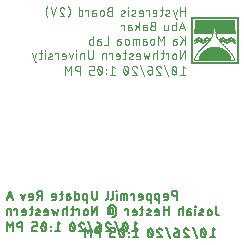
<source format=gbr>
G04 EAGLE Gerber RS-274X export*
G75*
%MOMM*%
%FSLAX34Y34*%
%LPD*%
%INSilkscreen Bottom*%
%IPPOS*%
%AMOC8*
5,1,8,0,0,1.08239X$1,22.5*%
G01*
%ADD10C,0.127000*%
%ADD11C,0.076200*%
%ADD12R,4.001400X0.034200*%
%ADD13R,0.136800X0.034200*%
%ADD14R,3.454200X0.034200*%
%ADD15R,0.068400X0.034200*%
%ADD16R,2.770200X0.034200*%
%ADD17R,2.701800X0.034200*%
%ADD18R,0.034200X0.034200*%
%ADD19R,2.633400X0.034200*%
%ADD20R,2.565000X0.034200*%
%ADD21R,2.496600X0.034200*%
%ADD22R,2.428200X0.034200*%
%ADD23R,2.359800X0.034200*%
%ADD24R,2.291400X0.034200*%
%ADD25R,2.223000X0.034200*%
%ADD26R,2.154600X0.034200*%
%ADD27R,2.086200X0.034200*%
%ADD28R,2.017800X0.034200*%
%ADD29R,1.881000X0.034200*%
%ADD30R,1.812600X0.034200*%
%ADD31R,1.744200X0.034200*%
%ADD32R,1.607400X0.034200*%
%ADD33R,1.470600X0.034200*%
%ADD34R,1.333800X0.034200*%
%ADD35R,1.197000X0.034200*%
%ADD36R,0.991800X0.034200*%
%ADD37R,0.786600X0.034200*%
%ADD38R,0.444600X0.034200*%
%ADD39R,0.102600X0.034200*%
%ADD40R,0.171000X0.034200*%
%ADD41R,0.273600X0.034200*%
%ADD42R,0.239400X0.034200*%
%ADD43R,0.205200X0.034200*%
%ADD44R,1.641600X0.034200*%
%ADD45R,1.675800X0.034200*%
%ADD46R,1.710000X0.034200*%


D10*
X585410Y142558D02*
X585410Y150178D01*
X583293Y150178D01*
X583202Y150176D01*
X583111Y150170D01*
X583020Y150160D01*
X582930Y150147D01*
X582841Y150129D01*
X582752Y150108D01*
X582665Y150083D01*
X582578Y150054D01*
X582493Y150021D01*
X582410Y149985D01*
X582328Y149945D01*
X582248Y149902D01*
X582169Y149855D01*
X582093Y149805D01*
X582019Y149752D01*
X581948Y149696D01*
X581879Y149636D01*
X581812Y149574D01*
X581749Y149509D01*
X581688Y149441D01*
X581630Y149371D01*
X581575Y149298D01*
X581523Y149223D01*
X581475Y149146D01*
X581430Y149066D01*
X581388Y148985D01*
X581350Y148903D01*
X581316Y148818D01*
X581285Y148732D01*
X581258Y148645D01*
X581235Y148557D01*
X581216Y148468D01*
X581200Y148379D01*
X581188Y148288D01*
X581180Y148198D01*
X581176Y148107D01*
X581176Y148015D01*
X581180Y147924D01*
X581188Y147834D01*
X581200Y147743D01*
X581216Y147654D01*
X581235Y147565D01*
X581258Y147477D01*
X581285Y147390D01*
X581316Y147304D01*
X581350Y147219D01*
X581388Y147137D01*
X581430Y147056D01*
X581475Y146976D01*
X581523Y146899D01*
X581575Y146824D01*
X581630Y146751D01*
X581688Y146681D01*
X581749Y146613D01*
X581812Y146548D01*
X581879Y146486D01*
X581948Y146426D01*
X582019Y146370D01*
X582093Y146317D01*
X582169Y146267D01*
X582248Y146220D01*
X582328Y146177D01*
X582410Y146137D01*
X582493Y146101D01*
X582578Y146068D01*
X582665Y146039D01*
X582752Y146014D01*
X582841Y145993D01*
X582930Y145975D01*
X583020Y145962D01*
X583111Y145952D01*
X583202Y145946D01*
X583293Y145944D01*
X585410Y145944D01*
X576681Y142558D02*
X574564Y142558D01*
X576681Y142558D02*
X576750Y142560D01*
X576818Y142565D01*
X576886Y142575D01*
X576954Y142588D01*
X577021Y142604D01*
X577087Y142624D01*
X577151Y142648D01*
X577214Y142675D01*
X577276Y142706D01*
X577336Y142740D01*
X577394Y142777D01*
X577450Y142817D01*
X577503Y142860D01*
X577554Y142906D01*
X577603Y142955D01*
X577649Y143006D01*
X577692Y143059D01*
X577732Y143115D01*
X577769Y143173D01*
X577803Y143233D01*
X577834Y143295D01*
X577861Y143358D01*
X577885Y143422D01*
X577905Y143488D01*
X577921Y143555D01*
X577934Y143623D01*
X577944Y143691D01*
X577949Y143759D01*
X577951Y143828D01*
X577951Y145944D01*
X577950Y145944D02*
X577948Y146025D01*
X577942Y146105D01*
X577933Y146185D01*
X577919Y146264D01*
X577902Y146343D01*
X577881Y146421D01*
X577857Y146498D01*
X577829Y146573D01*
X577797Y146647D01*
X577762Y146720D01*
X577723Y146791D01*
X577681Y146859D01*
X577636Y146926D01*
X577588Y146991D01*
X577536Y147053D01*
X577482Y147112D01*
X577425Y147169D01*
X577366Y147223D01*
X577304Y147275D01*
X577239Y147323D01*
X577172Y147368D01*
X577104Y147410D01*
X577033Y147449D01*
X576960Y147484D01*
X576886Y147516D01*
X576811Y147544D01*
X576734Y147568D01*
X576656Y147589D01*
X576577Y147606D01*
X576498Y147620D01*
X576418Y147629D01*
X576338Y147635D01*
X576257Y147637D01*
X576176Y147635D01*
X576096Y147629D01*
X576016Y147620D01*
X575937Y147606D01*
X575858Y147589D01*
X575780Y147568D01*
X575703Y147544D01*
X575628Y147516D01*
X575554Y147484D01*
X575481Y147449D01*
X575411Y147410D01*
X575342Y147368D01*
X575275Y147323D01*
X575210Y147275D01*
X575148Y147223D01*
X575089Y147169D01*
X575032Y147112D01*
X574978Y147053D01*
X574926Y146991D01*
X574878Y146926D01*
X574833Y146859D01*
X574791Y146791D01*
X574752Y146720D01*
X574717Y146647D01*
X574685Y146573D01*
X574657Y146498D01*
X574633Y146421D01*
X574612Y146343D01*
X574595Y146264D01*
X574581Y146185D01*
X574572Y146105D01*
X574566Y146025D01*
X574564Y145944D01*
X574564Y145098D01*
X577951Y145098D01*
X570692Y147638D02*
X570692Y140018D01*
X570692Y147638D02*
X568576Y147638D01*
X568507Y147636D01*
X568439Y147631D01*
X568371Y147621D01*
X568303Y147608D01*
X568236Y147592D01*
X568170Y147572D01*
X568106Y147548D01*
X568043Y147521D01*
X567981Y147490D01*
X567921Y147456D01*
X567863Y147419D01*
X567807Y147379D01*
X567754Y147336D01*
X567703Y147290D01*
X567654Y147241D01*
X567608Y147190D01*
X567565Y147137D01*
X567525Y147081D01*
X567488Y147023D01*
X567454Y146963D01*
X567423Y146901D01*
X567396Y146838D01*
X567372Y146774D01*
X567352Y146708D01*
X567336Y146641D01*
X567323Y146573D01*
X567313Y146505D01*
X567308Y146437D01*
X567306Y146368D01*
X567306Y143828D01*
X567308Y143759D01*
X567313Y143691D01*
X567323Y143623D01*
X567336Y143555D01*
X567352Y143488D01*
X567372Y143422D01*
X567396Y143358D01*
X567423Y143295D01*
X567454Y143233D01*
X567488Y143173D01*
X567525Y143115D01*
X567565Y143059D01*
X567608Y143006D01*
X567654Y142955D01*
X567703Y142906D01*
X567754Y142860D01*
X567807Y142817D01*
X567863Y142777D01*
X567921Y142740D01*
X567981Y142706D01*
X568043Y142675D01*
X568106Y142648D01*
X568170Y142624D01*
X568236Y142604D01*
X568303Y142588D01*
X568371Y142575D01*
X568439Y142565D01*
X568507Y142560D01*
X568576Y142558D01*
X570692Y142558D01*
X563491Y140018D02*
X563491Y147638D01*
X561375Y147638D01*
X561306Y147636D01*
X561238Y147631D01*
X561170Y147621D01*
X561102Y147608D01*
X561035Y147592D01*
X560969Y147572D01*
X560905Y147548D01*
X560842Y147521D01*
X560780Y147490D01*
X560720Y147456D01*
X560662Y147419D01*
X560606Y147379D01*
X560553Y147336D01*
X560502Y147290D01*
X560453Y147241D01*
X560407Y147190D01*
X560364Y147137D01*
X560324Y147081D01*
X560287Y147023D01*
X560253Y146963D01*
X560222Y146901D01*
X560195Y146838D01*
X560171Y146774D01*
X560151Y146708D01*
X560135Y146641D01*
X560122Y146573D01*
X560112Y146505D01*
X560107Y146437D01*
X560105Y146368D01*
X560105Y143828D01*
X560107Y143759D01*
X560112Y143691D01*
X560122Y143623D01*
X560135Y143555D01*
X560151Y143488D01*
X560171Y143422D01*
X560195Y143358D01*
X560222Y143295D01*
X560253Y143233D01*
X560287Y143173D01*
X560324Y143115D01*
X560364Y143059D01*
X560407Y143006D01*
X560453Y142955D01*
X560502Y142906D01*
X560553Y142860D01*
X560606Y142817D01*
X560662Y142777D01*
X560720Y142740D01*
X560780Y142706D01*
X560842Y142675D01*
X560905Y142648D01*
X560969Y142624D01*
X561035Y142604D01*
X561102Y142588D01*
X561170Y142575D01*
X561238Y142565D01*
X561306Y142560D01*
X561375Y142558D01*
X563491Y142558D01*
X555345Y142558D02*
X553228Y142558D01*
X555345Y142558D02*
X555414Y142560D01*
X555482Y142565D01*
X555550Y142575D01*
X555618Y142588D01*
X555685Y142604D01*
X555751Y142624D01*
X555815Y142648D01*
X555878Y142675D01*
X555940Y142706D01*
X556000Y142740D01*
X556058Y142777D01*
X556114Y142817D01*
X556167Y142860D01*
X556218Y142906D01*
X556267Y142955D01*
X556313Y143006D01*
X556356Y143059D01*
X556396Y143115D01*
X556433Y143173D01*
X556467Y143233D01*
X556498Y143295D01*
X556525Y143358D01*
X556549Y143422D01*
X556569Y143488D01*
X556585Y143555D01*
X556598Y143623D01*
X556608Y143691D01*
X556613Y143759D01*
X556615Y143828D01*
X556615Y145944D01*
X556614Y145944D02*
X556612Y146025D01*
X556606Y146105D01*
X556597Y146185D01*
X556583Y146264D01*
X556566Y146343D01*
X556545Y146421D01*
X556521Y146498D01*
X556493Y146573D01*
X556461Y146647D01*
X556426Y146720D01*
X556387Y146791D01*
X556345Y146859D01*
X556300Y146926D01*
X556252Y146991D01*
X556200Y147053D01*
X556146Y147112D01*
X556089Y147169D01*
X556030Y147223D01*
X555968Y147275D01*
X555903Y147323D01*
X555836Y147368D01*
X555768Y147410D01*
X555697Y147449D01*
X555624Y147484D01*
X555550Y147516D01*
X555475Y147544D01*
X555398Y147568D01*
X555320Y147589D01*
X555241Y147606D01*
X555162Y147620D01*
X555082Y147629D01*
X555002Y147635D01*
X554921Y147637D01*
X554840Y147635D01*
X554760Y147629D01*
X554680Y147620D01*
X554601Y147606D01*
X554522Y147589D01*
X554444Y147568D01*
X554367Y147544D01*
X554292Y147516D01*
X554218Y147484D01*
X554145Y147449D01*
X554075Y147410D01*
X554006Y147368D01*
X553939Y147323D01*
X553874Y147275D01*
X553812Y147223D01*
X553753Y147169D01*
X553696Y147112D01*
X553642Y147053D01*
X553590Y146991D01*
X553542Y146926D01*
X553497Y146859D01*
X553455Y146791D01*
X553416Y146720D01*
X553381Y146647D01*
X553349Y146573D01*
X553321Y146498D01*
X553297Y146421D01*
X553276Y146343D01*
X553259Y146264D01*
X553245Y146185D01*
X553236Y146105D01*
X553230Y146025D01*
X553228Y145944D01*
X553228Y145098D01*
X556615Y145098D01*
X549349Y142558D02*
X549349Y147638D01*
X546809Y147638D01*
X546809Y146791D01*
X543593Y147638D02*
X543593Y142558D01*
X543593Y147638D02*
X539783Y147638D01*
X539714Y147636D01*
X539646Y147631D01*
X539578Y147621D01*
X539510Y147608D01*
X539443Y147592D01*
X539377Y147572D01*
X539313Y147548D01*
X539250Y147521D01*
X539188Y147490D01*
X539128Y147456D01*
X539070Y147419D01*
X539014Y147379D01*
X538961Y147336D01*
X538910Y147290D01*
X538861Y147241D01*
X538815Y147190D01*
X538772Y147137D01*
X538732Y147081D01*
X538695Y147023D01*
X538661Y146963D01*
X538630Y146901D01*
X538603Y146838D01*
X538579Y146774D01*
X538559Y146708D01*
X538543Y146641D01*
X538530Y146573D01*
X538520Y146505D01*
X538515Y146437D01*
X538513Y146368D01*
X538513Y142558D01*
X541053Y142558D02*
X541053Y147638D01*
X534652Y147638D02*
X534652Y142558D01*
X534864Y149754D02*
X534864Y150178D01*
X534441Y150178D01*
X534441Y149754D01*
X534864Y149754D01*
X531237Y150178D02*
X531237Y143828D01*
X531235Y143759D01*
X531230Y143691D01*
X531220Y143623D01*
X531207Y143555D01*
X531191Y143488D01*
X531171Y143422D01*
X531147Y143358D01*
X531120Y143295D01*
X531089Y143233D01*
X531055Y143173D01*
X531018Y143115D01*
X530978Y143059D01*
X530935Y143006D01*
X530889Y142955D01*
X530840Y142906D01*
X530789Y142860D01*
X530736Y142817D01*
X530680Y142777D01*
X530622Y142740D01*
X530562Y142706D01*
X530500Y142675D01*
X530437Y142648D01*
X530373Y142624D01*
X530307Y142604D01*
X530240Y142588D01*
X530172Y142575D01*
X530104Y142565D01*
X530036Y142560D01*
X529967Y142558D01*
X526970Y143828D02*
X526970Y150178D01*
X526970Y143828D02*
X526968Y143759D01*
X526963Y143691D01*
X526953Y143623D01*
X526940Y143555D01*
X526924Y143488D01*
X526904Y143422D01*
X526880Y143358D01*
X526853Y143295D01*
X526822Y143233D01*
X526788Y143173D01*
X526751Y143115D01*
X526711Y143059D01*
X526668Y143006D01*
X526622Y142955D01*
X526573Y142906D01*
X526522Y142860D01*
X526469Y142817D01*
X526413Y142777D01*
X526355Y142740D01*
X526295Y142706D01*
X526233Y142675D01*
X526170Y142648D01*
X526106Y142624D01*
X526040Y142604D01*
X525973Y142588D01*
X525905Y142575D01*
X525837Y142565D01*
X525769Y142560D01*
X525700Y142558D01*
X518100Y144674D02*
X518100Y150178D01*
X518101Y144674D02*
X518099Y144583D01*
X518093Y144492D01*
X518083Y144401D01*
X518070Y144311D01*
X518052Y144222D01*
X518031Y144133D01*
X518006Y144046D01*
X517977Y143959D01*
X517944Y143874D01*
X517908Y143791D01*
X517868Y143709D01*
X517825Y143629D01*
X517778Y143550D01*
X517728Y143474D01*
X517675Y143400D01*
X517619Y143329D01*
X517559Y143260D01*
X517497Y143193D01*
X517432Y143130D01*
X517364Y143069D01*
X517294Y143011D01*
X517221Y142956D01*
X517146Y142904D01*
X517069Y142856D01*
X516989Y142811D01*
X516908Y142769D01*
X516826Y142731D01*
X516741Y142697D01*
X516655Y142666D01*
X516568Y142639D01*
X516480Y142616D01*
X516391Y142597D01*
X516302Y142581D01*
X516211Y142569D01*
X516121Y142561D01*
X516030Y142557D01*
X515938Y142557D01*
X515847Y142561D01*
X515757Y142569D01*
X515666Y142581D01*
X515577Y142597D01*
X515488Y142616D01*
X515400Y142639D01*
X515313Y142666D01*
X515227Y142697D01*
X515142Y142731D01*
X515060Y142769D01*
X514979Y142811D01*
X514899Y142856D01*
X514822Y142904D01*
X514747Y142956D01*
X514674Y143011D01*
X514604Y143069D01*
X514536Y143130D01*
X514471Y143193D01*
X514409Y143260D01*
X514349Y143329D01*
X514293Y143400D01*
X514240Y143474D01*
X514190Y143550D01*
X514143Y143629D01*
X514100Y143709D01*
X514060Y143791D01*
X514024Y143874D01*
X513991Y143959D01*
X513962Y144046D01*
X513937Y144133D01*
X513916Y144222D01*
X513898Y144311D01*
X513885Y144401D01*
X513875Y144492D01*
X513869Y144583D01*
X513867Y144674D01*
X513867Y150178D01*
X509618Y147638D02*
X509618Y140018D01*
X509618Y147638D02*
X507502Y147638D01*
X507433Y147636D01*
X507365Y147631D01*
X507297Y147621D01*
X507229Y147608D01*
X507162Y147592D01*
X507096Y147572D01*
X507032Y147548D01*
X506969Y147521D01*
X506907Y147490D01*
X506847Y147456D01*
X506789Y147419D01*
X506733Y147379D01*
X506680Y147336D01*
X506629Y147290D01*
X506580Y147241D01*
X506534Y147190D01*
X506491Y147137D01*
X506451Y147081D01*
X506414Y147023D01*
X506380Y146963D01*
X506349Y146901D01*
X506322Y146838D01*
X506298Y146774D01*
X506278Y146708D01*
X506262Y146641D01*
X506249Y146573D01*
X506239Y146505D01*
X506234Y146437D01*
X506232Y146368D01*
X506232Y143828D01*
X506234Y143759D01*
X506239Y143691D01*
X506249Y143623D01*
X506262Y143555D01*
X506278Y143488D01*
X506298Y143422D01*
X506322Y143358D01*
X506349Y143295D01*
X506380Y143233D01*
X506414Y143173D01*
X506451Y143115D01*
X506491Y143059D01*
X506534Y143006D01*
X506580Y142955D01*
X506629Y142906D01*
X506680Y142860D01*
X506733Y142817D01*
X506789Y142777D01*
X506847Y142740D01*
X506907Y142706D01*
X506969Y142675D01*
X507032Y142648D01*
X507096Y142624D01*
X507162Y142604D01*
X507229Y142588D01*
X507297Y142575D01*
X507365Y142565D01*
X507433Y142560D01*
X507502Y142558D01*
X509618Y142558D01*
X499413Y142558D02*
X499413Y150178D01*
X499413Y142558D02*
X501529Y142558D01*
X501598Y142560D01*
X501666Y142565D01*
X501734Y142575D01*
X501802Y142588D01*
X501869Y142604D01*
X501935Y142624D01*
X501999Y142648D01*
X502062Y142675D01*
X502124Y142706D01*
X502184Y142740D01*
X502242Y142777D01*
X502298Y142817D01*
X502351Y142860D01*
X502402Y142906D01*
X502451Y142955D01*
X502497Y143006D01*
X502540Y143059D01*
X502580Y143115D01*
X502617Y143173D01*
X502651Y143233D01*
X502682Y143295D01*
X502709Y143358D01*
X502733Y143422D01*
X502753Y143488D01*
X502769Y143555D01*
X502782Y143623D01*
X502792Y143691D01*
X502797Y143759D01*
X502799Y143828D01*
X502799Y146368D01*
X502797Y146437D01*
X502792Y146505D01*
X502782Y146573D01*
X502769Y146641D01*
X502753Y146708D01*
X502733Y146774D01*
X502709Y146838D01*
X502682Y146901D01*
X502651Y146963D01*
X502617Y147023D01*
X502580Y147081D01*
X502540Y147137D01*
X502497Y147190D01*
X502451Y147241D01*
X502402Y147290D01*
X502351Y147336D01*
X502298Y147379D01*
X502242Y147419D01*
X502184Y147456D01*
X502124Y147490D01*
X502062Y147521D01*
X501999Y147548D01*
X501935Y147572D01*
X501869Y147592D01*
X501802Y147608D01*
X501734Y147621D01*
X501666Y147631D01*
X501598Y147636D01*
X501529Y147638D01*
X499413Y147638D01*
X494117Y145521D02*
X492212Y145521D01*
X494117Y145521D02*
X494193Y145519D01*
X494269Y145513D01*
X494345Y145503D01*
X494420Y145490D01*
X494494Y145472D01*
X494568Y145451D01*
X494640Y145426D01*
X494710Y145397D01*
X494780Y145365D01*
X494847Y145329D01*
X494912Y145289D01*
X494976Y145247D01*
X495037Y145201D01*
X495095Y145152D01*
X495151Y145100D01*
X495205Y145046D01*
X495255Y144988D01*
X495302Y144929D01*
X495347Y144866D01*
X495388Y144802D01*
X495425Y144736D01*
X495459Y144667D01*
X495490Y144597D01*
X495517Y144526D01*
X495540Y144453D01*
X495559Y144379D01*
X495575Y144305D01*
X495587Y144229D01*
X495595Y144153D01*
X495599Y144077D01*
X495599Y144001D01*
X495595Y143925D01*
X495587Y143849D01*
X495575Y143773D01*
X495559Y143699D01*
X495540Y143625D01*
X495517Y143552D01*
X495490Y143481D01*
X495459Y143411D01*
X495425Y143342D01*
X495388Y143276D01*
X495347Y143212D01*
X495302Y143149D01*
X495255Y143090D01*
X495205Y143032D01*
X495151Y142978D01*
X495095Y142926D01*
X495037Y142877D01*
X494976Y142831D01*
X494912Y142789D01*
X494847Y142749D01*
X494780Y142713D01*
X494710Y142681D01*
X494640Y142652D01*
X494568Y142627D01*
X494494Y142606D01*
X494420Y142588D01*
X494345Y142575D01*
X494269Y142565D01*
X494193Y142559D01*
X494117Y142557D01*
X494117Y142558D02*
X492212Y142558D01*
X492212Y146368D01*
X492214Y146437D01*
X492219Y146505D01*
X492229Y146573D01*
X492242Y146641D01*
X492258Y146708D01*
X492278Y146774D01*
X492302Y146838D01*
X492329Y146901D01*
X492360Y146963D01*
X492394Y147023D01*
X492431Y147081D01*
X492471Y147137D01*
X492514Y147190D01*
X492560Y147241D01*
X492609Y147290D01*
X492660Y147336D01*
X492713Y147379D01*
X492769Y147419D01*
X492827Y147456D01*
X492887Y147490D01*
X492949Y147521D01*
X493012Y147548D01*
X493076Y147572D01*
X493142Y147592D01*
X493209Y147608D01*
X493277Y147621D01*
X493345Y147631D01*
X493413Y147636D01*
X493482Y147638D01*
X495175Y147638D01*
X489074Y147638D02*
X486534Y147638D01*
X488227Y150178D02*
X488227Y143828D01*
X488225Y143759D01*
X488220Y143691D01*
X488210Y143623D01*
X488197Y143555D01*
X488181Y143488D01*
X488161Y143422D01*
X488137Y143358D01*
X488110Y143295D01*
X488079Y143233D01*
X488045Y143173D01*
X488008Y143115D01*
X487968Y143059D01*
X487925Y143006D01*
X487879Y142955D01*
X487830Y142906D01*
X487779Y142860D01*
X487726Y142817D01*
X487670Y142777D01*
X487612Y142740D01*
X487552Y142706D01*
X487490Y142675D01*
X487427Y142648D01*
X487363Y142624D01*
X487297Y142604D01*
X487230Y142588D01*
X487162Y142575D01*
X487094Y142565D01*
X487026Y142560D01*
X486957Y142558D01*
X486534Y142558D01*
X482003Y142558D02*
X479886Y142558D01*
X482003Y142558D02*
X482072Y142560D01*
X482140Y142565D01*
X482208Y142575D01*
X482276Y142588D01*
X482343Y142604D01*
X482409Y142624D01*
X482473Y142648D01*
X482536Y142675D01*
X482598Y142706D01*
X482658Y142740D01*
X482716Y142777D01*
X482772Y142817D01*
X482825Y142860D01*
X482876Y142906D01*
X482925Y142955D01*
X482971Y143006D01*
X483014Y143059D01*
X483054Y143115D01*
X483091Y143173D01*
X483125Y143233D01*
X483156Y143295D01*
X483183Y143358D01*
X483207Y143422D01*
X483227Y143488D01*
X483243Y143555D01*
X483256Y143623D01*
X483266Y143691D01*
X483271Y143759D01*
X483273Y143828D01*
X483273Y145944D01*
X483272Y145944D02*
X483270Y146025D01*
X483264Y146105D01*
X483255Y146185D01*
X483241Y146264D01*
X483224Y146343D01*
X483203Y146421D01*
X483179Y146498D01*
X483151Y146573D01*
X483119Y146647D01*
X483084Y146720D01*
X483045Y146791D01*
X483003Y146859D01*
X482958Y146926D01*
X482910Y146991D01*
X482858Y147053D01*
X482804Y147112D01*
X482747Y147169D01*
X482688Y147223D01*
X482626Y147275D01*
X482561Y147323D01*
X482494Y147368D01*
X482426Y147410D01*
X482355Y147449D01*
X482282Y147484D01*
X482208Y147516D01*
X482133Y147544D01*
X482056Y147568D01*
X481978Y147589D01*
X481899Y147606D01*
X481820Y147620D01*
X481740Y147629D01*
X481660Y147635D01*
X481579Y147637D01*
X481498Y147635D01*
X481418Y147629D01*
X481338Y147620D01*
X481259Y147606D01*
X481180Y147589D01*
X481102Y147568D01*
X481025Y147544D01*
X480950Y147516D01*
X480876Y147484D01*
X480803Y147449D01*
X480733Y147410D01*
X480664Y147368D01*
X480597Y147323D01*
X480532Y147275D01*
X480470Y147223D01*
X480411Y147169D01*
X480354Y147112D01*
X480300Y147053D01*
X480248Y146991D01*
X480200Y146926D01*
X480155Y146859D01*
X480113Y146791D01*
X480074Y146720D01*
X480039Y146647D01*
X480007Y146573D01*
X479979Y146498D01*
X479955Y146421D01*
X479934Y146343D01*
X479917Y146264D01*
X479903Y146185D01*
X479894Y146105D01*
X479888Y146025D01*
X479886Y145944D01*
X479886Y145098D01*
X483273Y145098D01*
X471623Y142558D02*
X471623Y150178D01*
X469506Y150178D01*
X469415Y150176D01*
X469324Y150170D01*
X469233Y150160D01*
X469143Y150147D01*
X469054Y150129D01*
X468965Y150108D01*
X468878Y150083D01*
X468791Y150054D01*
X468706Y150021D01*
X468623Y149985D01*
X468541Y149945D01*
X468461Y149902D01*
X468382Y149855D01*
X468306Y149805D01*
X468232Y149752D01*
X468161Y149696D01*
X468092Y149636D01*
X468025Y149574D01*
X467962Y149509D01*
X467901Y149441D01*
X467843Y149371D01*
X467788Y149298D01*
X467736Y149223D01*
X467688Y149146D01*
X467643Y149066D01*
X467601Y148985D01*
X467563Y148903D01*
X467529Y148818D01*
X467498Y148732D01*
X467471Y148645D01*
X467448Y148557D01*
X467429Y148468D01*
X467413Y148379D01*
X467401Y148288D01*
X467393Y148198D01*
X467389Y148107D01*
X467389Y148015D01*
X467393Y147924D01*
X467401Y147834D01*
X467413Y147743D01*
X467429Y147654D01*
X467448Y147565D01*
X467471Y147477D01*
X467498Y147390D01*
X467529Y147304D01*
X467563Y147219D01*
X467601Y147137D01*
X467643Y147056D01*
X467688Y146976D01*
X467736Y146899D01*
X467788Y146824D01*
X467843Y146751D01*
X467901Y146681D01*
X467962Y146613D01*
X468025Y146548D01*
X468092Y146486D01*
X468161Y146426D01*
X468232Y146370D01*
X468306Y146317D01*
X468382Y146267D01*
X468461Y146220D01*
X468541Y146177D01*
X468623Y146137D01*
X468706Y146101D01*
X468791Y146068D01*
X468878Y146039D01*
X468965Y146014D01*
X469054Y145993D01*
X469143Y145975D01*
X469233Y145962D01*
X469324Y145952D01*
X469415Y145946D01*
X469506Y145944D01*
X471623Y145944D01*
X469083Y145944D02*
X467390Y142558D01*
X462534Y142558D02*
X460417Y142558D01*
X462534Y142558D02*
X462603Y142560D01*
X462671Y142565D01*
X462739Y142575D01*
X462807Y142588D01*
X462874Y142604D01*
X462940Y142624D01*
X463004Y142648D01*
X463067Y142675D01*
X463129Y142706D01*
X463189Y142740D01*
X463247Y142777D01*
X463303Y142817D01*
X463356Y142860D01*
X463407Y142906D01*
X463456Y142955D01*
X463502Y143006D01*
X463545Y143059D01*
X463585Y143115D01*
X463622Y143173D01*
X463656Y143233D01*
X463687Y143295D01*
X463714Y143358D01*
X463738Y143422D01*
X463758Y143488D01*
X463774Y143555D01*
X463787Y143623D01*
X463797Y143691D01*
X463802Y143759D01*
X463804Y143828D01*
X463804Y145944D01*
X463803Y145944D02*
X463801Y146025D01*
X463795Y146105D01*
X463786Y146185D01*
X463772Y146264D01*
X463755Y146343D01*
X463734Y146421D01*
X463710Y146498D01*
X463682Y146573D01*
X463650Y146647D01*
X463615Y146720D01*
X463576Y146791D01*
X463534Y146859D01*
X463489Y146926D01*
X463441Y146991D01*
X463389Y147053D01*
X463335Y147112D01*
X463278Y147169D01*
X463219Y147223D01*
X463157Y147275D01*
X463092Y147323D01*
X463025Y147368D01*
X462957Y147410D01*
X462886Y147449D01*
X462813Y147484D01*
X462739Y147516D01*
X462664Y147544D01*
X462587Y147568D01*
X462509Y147589D01*
X462430Y147606D01*
X462351Y147620D01*
X462271Y147629D01*
X462191Y147635D01*
X462110Y147637D01*
X462029Y147635D01*
X461949Y147629D01*
X461869Y147620D01*
X461790Y147606D01*
X461711Y147589D01*
X461633Y147568D01*
X461556Y147544D01*
X461481Y147516D01*
X461407Y147484D01*
X461334Y147449D01*
X461264Y147410D01*
X461195Y147368D01*
X461128Y147323D01*
X461063Y147275D01*
X461001Y147223D01*
X460942Y147169D01*
X460885Y147112D01*
X460831Y147053D01*
X460779Y146991D01*
X460731Y146926D01*
X460686Y146859D01*
X460644Y146791D01*
X460605Y146720D01*
X460570Y146647D01*
X460538Y146573D01*
X460510Y146498D01*
X460486Y146421D01*
X460465Y146343D01*
X460448Y146264D01*
X460434Y146185D01*
X460425Y146105D01*
X460419Y146025D01*
X460417Y145944D01*
X460417Y145098D01*
X463804Y145098D01*
X457136Y147638D02*
X455443Y142558D01*
X453750Y147638D01*
X446515Y142558D02*
X443975Y150178D01*
X441435Y142558D01*
X442070Y144463D02*
X445880Y144463D01*
X618854Y136843D02*
X618854Y130916D01*
X618856Y130835D01*
X618862Y130755D01*
X618871Y130675D01*
X618885Y130596D01*
X618902Y130517D01*
X618923Y130439D01*
X618947Y130362D01*
X618975Y130287D01*
X619007Y130213D01*
X619042Y130140D01*
X619081Y130069D01*
X619123Y130001D01*
X619168Y129934D01*
X619216Y129869D01*
X619268Y129807D01*
X619322Y129748D01*
X619379Y129691D01*
X619438Y129637D01*
X619500Y129585D01*
X619565Y129537D01*
X619632Y129492D01*
X619701Y129450D01*
X619771Y129411D01*
X619844Y129376D01*
X619918Y129344D01*
X619993Y129316D01*
X620070Y129292D01*
X620148Y129271D01*
X620227Y129254D01*
X620306Y129240D01*
X620386Y129231D01*
X620466Y129225D01*
X620547Y129223D01*
X621394Y129223D01*
X614975Y130916D02*
X614975Y132609D01*
X614973Y132690D01*
X614967Y132770D01*
X614958Y132850D01*
X614944Y132929D01*
X614927Y133008D01*
X614906Y133086D01*
X614882Y133163D01*
X614854Y133238D01*
X614822Y133312D01*
X614787Y133385D01*
X614748Y133456D01*
X614706Y133524D01*
X614661Y133591D01*
X614613Y133656D01*
X614561Y133718D01*
X614507Y133777D01*
X614450Y133834D01*
X614391Y133888D01*
X614329Y133940D01*
X614264Y133988D01*
X614197Y134033D01*
X614129Y134075D01*
X614058Y134114D01*
X613985Y134149D01*
X613911Y134181D01*
X613836Y134209D01*
X613759Y134233D01*
X613681Y134254D01*
X613602Y134271D01*
X613523Y134285D01*
X613443Y134294D01*
X613363Y134300D01*
X613282Y134302D01*
X613201Y134300D01*
X613121Y134294D01*
X613041Y134285D01*
X612962Y134271D01*
X612883Y134254D01*
X612805Y134233D01*
X612728Y134209D01*
X612653Y134181D01*
X612579Y134149D01*
X612506Y134114D01*
X612436Y134075D01*
X612367Y134033D01*
X612300Y133988D01*
X612235Y133940D01*
X612173Y133888D01*
X612114Y133834D01*
X612057Y133777D01*
X612003Y133718D01*
X611951Y133656D01*
X611903Y133591D01*
X611858Y133524D01*
X611816Y133456D01*
X611777Y133385D01*
X611742Y133312D01*
X611710Y133238D01*
X611682Y133163D01*
X611658Y133086D01*
X611637Y133008D01*
X611620Y132929D01*
X611606Y132850D01*
X611597Y132770D01*
X611591Y132690D01*
X611589Y132609D01*
X611589Y130916D01*
X611591Y130835D01*
X611597Y130755D01*
X611606Y130675D01*
X611620Y130596D01*
X611637Y130517D01*
X611658Y130439D01*
X611682Y130362D01*
X611710Y130287D01*
X611742Y130213D01*
X611777Y130140D01*
X611816Y130070D01*
X611858Y130001D01*
X611903Y129934D01*
X611951Y129869D01*
X612003Y129807D01*
X612057Y129748D01*
X612114Y129691D01*
X612173Y129637D01*
X612235Y129585D01*
X612300Y129537D01*
X612367Y129492D01*
X612436Y129450D01*
X612506Y129411D01*
X612579Y129376D01*
X612653Y129344D01*
X612728Y129316D01*
X612805Y129292D01*
X612883Y129271D01*
X612962Y129254D01*
X613041Y129240D01*
X613121Y129231D01*
X613201Y129225D01*
X613282Y129223D01*
X613363Y129225D01*
X613443Y129231D01*
X613523Y129240D01*
X613602Y129254D01*
X613681Y129271D01*
X613759Y129292D01*
X613836Y129316D01*
X613911Y129344D01*
X613985Y129376D01*
X614058Y129411D01*
X614129Y129450D01*
X614197Y129492D01*
X614264Y129537D01*
X614329Y129585D01*
X614391Y129637D01*
X614450Y129691D01*
X614507Y129748D01*
X614561Y129807D01*
X614613Y129869D01*
X614661Y129934D01*
X614706Y130001D01*
X614748Y130070D01*
X614787Y130140D01*
X614822Y130213D01*
X614854Y130287D01*
X614882Y130362D01*
X614906Y130439D01*
X614927Y130517D01*
X614944Y130596D01*
X614958Y130675D01*
X614967Y130755D01*
X614973Y130835D01*
X614975Y130916D01*
X607406Y132186D02*
X605289Y131339D01*
X607406Y132186D02*
X607465Y132211D01*
X607523Y132241D01*
X607579Y132273D01*
X607633Y132309D01*
X607685Y132348D01*
X607734Y132390D01*
X607781Y132435D01*
X607825Y132483D01*
X607866Y132533D01*
X607904Y132585D01*
X607939Y132640D01*
X607971Y132696D01*
X607999Y132755D01*
X608024Y132815D01*
X608045Y132876D01*
X608063Y132938D01*
X608077Y133001D01*
X608087Y133066D01*
X608093Y133130D01*
X608096Y133195D01*
X608095Y133260D01*
X608090Y133324D01*
X608081Y133388D01*
X608068Y133452D01*
X608051Y133515D01*
X608031Y133576D01*
X608008Y133637D01*
X607980Y133696D01*
X607950Y133753D01*
X607916Y133808D01*
X607879Y133861D01*
X607838Y133912D01*
X607795Y133960D01*
X607749Y134006D01*
X607701Y134049D01*
X607650Y134089D01*
X607596Y134126D01*
X607541Y134159D01*
X607484Y134190D01*
X607425Y134217D01*
X607364Y134240D01*
X607302Y134260D01*
X607240Y134276D01*
X607176Y134288D01*
X607112Y134297D01*
X607047Y134302D01*
X606982Y134303D01*
X606982Y134304D02*
X606851Y134300D01*
X606720Y134293D01*
X606590Y134282D01*
X606460Y134267D01*
X606330Y134250D01*
X606201Y134228D01*
X606072Y134203D01*
X605944Y134175D01*
X605817Y134143D01*
X605691Y134108D01*
X605566Y134069D01*
X605442Y134027D01*
X605319Y133981D01*
X605197Y133932D01*
X605077Y133880D01*
X605289Y131339D02*
X605230Y131314D01*
X605172Y131284D01*
X605116Y131252D01*
X605062Y131216D01*
X605010Y131177D01*
X604961Y131135D01*
X604914Y131090D01*
X604870Y131042D01*
X604829Y130992D01*
X604791Y130940D01*
X604756Y130885D01*
X604724Y130829D01*
X604696Y130770D01*
X604671Y130710D01*
X604650Y130649D01*
X604632Y130587D01*
X604618Y130524D01*
X604608Y130459D01*
X604602Y130395D01*
X604599Y130330D01*
X604600Y130265D01*
X604605Y130201D01*
X604614Y130137D01*
X604627Y130073D01*
X604644Y130010D01*
X604664Y129949D01*
X604687Y129888D01*
X604715Y129829D01*
X604745Y129772D01*
X604779Y129717D01*
X604816Y129664D01*
X604857Y129613D01*
X604900Y129565D01*
X604946Y129519D01*
X604994Y129476D01*
X605045Y129436D01*
X605099Y129399D01*
X605154Y129366D01*
X605211Y129335D01*
X605270Y129308D01*
X605331Y129285D01*
X605393Y129265D01*
X605455Y129249D01*
X605519Y129237D01*
X605583Y129228D01*
X605648Y129223D01*
X605713Y129222D01*
X605712Y129223D02*
X605882Y129227D01*
X606052Y129236D01*
X606221Y129248D01*
X606390Y129265D01*
X606559Y129285D01*
X606727Y129309D01*
X606894Y129338D01*
X607061Y129370D01*
X607227Y129406D01*
X607392Y129447D01*
X607556Y129491D01*
X607719Y129539D01*
X607880Y129590D01*
X608041Y129646D01*
X601280Y129223D02*
X601280Y134303D01*
X601492Y136419D02*
X601492Y136843D01*
X601069Y136843D01*
X601069Y136419D01*
X601492Y136419D01*
X596482Y132186D02*
X594577Y132186D01*
X596482Y132186D02*
X596558Y132184D01*
X596634Y132178D01*
X596710Y132168D01*
X596785Y132155D01*
X596859Y132137D01*
X596933Y132116D01*
X597005Y132091D01*
X597075Y132062D01*
X597145Y132030D01*
X597212Y131994D01*
X597277Y131954D01*
X597341Y131912D01*
X597402Y131866D01*
X597460Y131817D01*
X597516Y131765D01*
X597570Y131711D01*
X597620Y131653D01*
X597667Y131594D01*
X597712Y131531D01*
X597753Y131467D01*
X597790Y131401D01*
X597824Y131332D01*
X597855Y131262D01*
X597882Y131191D01*
X597905Y131118D01*
X597924Y131044D01*
X597940Y130970D01*
X597952Y130894D01*
X597960Y130818D01*
X597964Y130742D01*
X597964Y130666D01*
X597960Y130590D01*
X597952Y130514D01*
X597940Y130438D01*
X597924Y130364D01*
X597905Y130290D01*
X597882Y130217D01*
X597855Y130146D01*
X597824Y130076D01*
X597790Y130007D01*
X597753Y129941D01*
X597712Y129877D01*
X597667Y129814D01*
X597620Y129755D01*
X597570Y129697D01*
X597516Y129643D01*
X597460Y129591D01*
X597402Y129542D01*
X597341Y129496D01*
X597277Y129454D01*
X597212Y129414D01*
X597145Y129378D01*
X597075Y129346D01*
X597005Y129317D01*
X596933Y129292D01*
X596859Y129271D01*
X596785Y129253D01*
X596710Y129240D01*
X596634Y129230D01*
X596558Y129224D01*
X596482Y129222D01*
X596482Y129223D02*
X594577Y129223D01*
X594577Y133033D01*
X594579Y133102D01*
X594584Y133170D01*
X594594Y133238D01*
X594607Y133306D01*
X594623Y133373D01*
X594643Y133439D01*
X594667Y133503D01*
X594694Y133566D01*
X594725Y133628D01*
X594759Y133688D01*
X594796Y133746D01*
X594836Y133802D01*
X594879Y133855D01*
X594925Y133906D01*
X594974Y133955D01*
X595025Y134001D01*
X595078Y134044D01*
X595134Y134084D01*
X595192Y134121D01*
X595252Y134155D01*
X595314Y134186D01*
X595377Y134213D01*
X595441Y134237D01*
X595507Y134257D01*
X595574Y134273D01*
X595642Y134286D01*
X595710Y134296D01*
X595778Y134301D01*
X595847Y134303D01*
X597541Y134303D01*
X590439Y136843D02*
X590439Y129223D01*
X590439Y134303D02*
X588322Y134303D01*
X588253Y134301D01*
X588185Y134296D01*
X588117Y134286D01*
X588049Y134273D01*
X587982Y134257D01*
X587916Y134237D01*
X587852Y134213D01*
X587789Y134186D01*
X587727Y134155D01*
X587667Y134121D01*
X587609Y134084D01*
X587553Y134044D01*
X587500Y134001D01*
X587449Y133955D01*
X587400Y133906D01*
X587354Y133855D01*
X587311Y133802D01*
X587271Y133746D01*
X587234Y133688D01*
X587200Y133628D01*
X587169Y133566D01*
X587142Y133503D01*
X587118Y133439D01*
X587098Y133373D01*
X587082Y133306D01*
X587069Y133238D01*
X587059Y133170D01*
X587054Y133102D01*
X587052Y133033D01*
X587052Y129223D01*
X578594Y129223D02*
X578594Y136843D01*
X578594Y133456D02*
X574361Y133456D01*
X574361Y136843D02*
X574361Y129223D01*
X569167Y129223D02*
X567050Y129223D01*
X569167Y129223D02*
X569236Y129225D01*
X569304Y129230D01*
X569372Y129240D01*
X569440Y129253D01*
X569507Y129269D01*
X569573Y129289D01*
X569637Y129313D01*
X569700Y129340D01*
X569762Y129371D01*
X569822Y129405D01*
X569880Y129442D01*
X569936Y129482D01*
X569989Y129525D01*
X570040Y129571D01*
X570089Y129620D01*
X570135Y129671D01*
X570178Y129724D01*
X570218Y129780D01*
X570255Y129838D01*
X570289Y129898D01*
X570320Y129960D01*
X570347Y130023D01*
X570371Y130087D01*
X570391Y130153D01*
X570407Y130220D01*
X570420Y130288D01*
X570430Y130356D01*
X570435Y130424D01*
X570437Y130493D01*
X570437Y132609D01*
X570436Y132609D02*
X570434Y132690D01*
X570428Y132770D01*
X570419Y132850D01*
X570405Y132929D01*
X570388Y133008D01*
X570367Y133086D01*
X570343Y133163D01*
X570315Y133238D01*
X570283Y133312D01*
X570248Y133385D01*
X570209Y133456D01*
X570167Y133524D01*
X570122Y133591D01*
X570074Y133656D01*
X570022Y133718D01*
X569968Y133777D01*
X569911Y133834D01*
X569852Y133888D01*
X569790Y133940D01*
X569725Y133988D01*
X569658Y134033D01*
X569590Y134075D01*
X569519Y134114D01*
X569446Y134149D01*
X569372Y134181D01*
X569297Y134209D01*
X569220Y134233D01*
X569142Y134254D01*
X569063Y134271D01*
X568984Y134285D01*
X568904Y134294D01*
X568824Y134300D01*
X568743Y134302D01*
X568662Y134300D01*
X568582Y134294D01*
X568502Y134285D01*
X568423Y134271D01*
X568344Y134254D01*
X568266Y134233D01*
X568189Y134209D01*
X568114Y134181D01*
X568040Y134149D01*
X567967Y134114D01*
X567897Y134075D01*
X567828Y134033D01*
X567761Y133988D01*
X567696Y133940D01*
X567634Y133888D01*
X567575Y133834D01*
X567518Y133777D01*
X567464Y133718D01*
X567412Y133656D01*
X567364Y133591D01*
X567319Y133524D01*
X567277Y133456D01*
X567238Y133385D01*
X567203Y133312D01*
X567171Y133238D01*
X567143Y133163D01*
X567119Y133086D01*
X567098Y133008D01*
X567081Y132929D01*
X567067Y132850D01*
X567058Y132770D01*
X567052Y132690D01*
X567050Y132609D01*
X567050Y131763D01*
X570437Y131763D01*
X562867Y132186D02*
X560751Y131339D01*
X562868Y132186D02*
X562927Y132211D01*
X562985Y132241D01*
X563041Y132273D01*
X563095Y132309D01*
X563147Y132348D01*
X563196Y132390D01*
X563243Y132435D01*
X563287Y132483D01*
X563328Y132533D01*
X563366Y132585D01*
X563401Y132640D01*
X563433Y132696D01*
X563461Y132755D01*
X563486Y132815D01*
X563507Y132876D01*
X563525Y132938D01*
X563539Y133001D01*
X563549Y133066D01*
X563555Y133130D01*
X563558Y133195D01*
X563557Y133260D01*
X563552Y133324D01*
X563543Y133388D01*
X563530Y133452D01*
X563513Y133515D01*
X563493Y133576D01*
X563470Y133637D01*
X563442Y133696D01*
X563412Y133753D01*
X563378Y133808D01*
X563341Y133861D01*
X563300Y133912D01*
X563257Y133960D01*
X563211Y134006D01*
X563163Y134049D01*
X563112Y134089D01*
X563058Y134126D01*
X563003Y134159D01*
X562946Y134190D01*
X562887Y134217D01*
X562826Y134240D01*
X562764Y134260D01*
X562702Y134276D01*
X562638Y134288D01*
X562574Y134297D01*
X562509Y134302D01*
X562444Y134303D01*
X562444Y134304D02*
X562313Y134300D01*
X562182Y134293D01*
X562052Y134282D01*
X561922Y134267D01*
X561792Y134250D01*
X561663Y134228D01*
X561534Y134203D01*
X561406Y134175D01*
X561279Y134143D01*
X561153Y134108D01*
X561028Y134069D01*
X560904Y134027D01*
X560781Y133981D01*
X560659Y133932D01*
X560539Y133880D01*
X560750Y131339D02*
X560691Y131314D01*
X560633Y131284D01*
X560577Y131252D01*
X560523Y131216D01*
X560471Y131177D01*
X560422Y131135D01*
X560375Y131090D01*
X560331Y131042D01*
X560290Y130992D01*
X560252Y130940D01*
X560217Y130885D01*
X560185Y130829D01*
X560157Y130770D01*
X560132Y130710D01*
X560111Y130649D01*
X560093Y130587D01*
X560079Y130524D01*
X560069Y130459D01*
X560063Y130395D01*
X560060Y130330D01*
X560061Y130265D01*
X560066Y130201D01*
X560075Y130137D01*
X560088Y130073D01*
X560105Y130010D01*
X560125Y129949D01*
X560148Y129888D01*
X560176Y129829D01*
X560206Y129772D01*
X560240Y129717D01*
X560277Y129664D01*
X560318Y129613D01*
X560361Y129565D01*
X560407Y129519D01*
X560455Y129476D01*
X560506Y129436D01*
X560560Y129399D01*
X560615Y129366D01*
X560672Y129335D01*
X560731Y129308D01*
X560792Y129285D01*
X560854Y129265D01*
X560916Y129249D01*
X560980Y129237D01*
X561044Y129228D01*
X561109Y129223D01*
X561174Y129222D01*
X561174Y129223D02*
X561344Y129227D01*
X561514Y129236D01*
X561683Y129248D01*
X561852Y129265D01*
X562021Y129285D01*
X562189Y129309D01*
X562356Y129338D01*
X562523Y129370D01*
X562689Y129406D01*
X562854Y129447D01*
X563018Y129491D01*
X563181Y129539D01*
X563342Y129590D01*
X563503Y129646D01*
X557302Y134303D02*
X554762Y134303D01*
X556455Y136843D02*
X556455Y130493D01*
X556453Y130424D01*
X556448Y130356D01*
X556438Y130288D01*
X556425Y130220D01*
X556409Y130153D01*
X556389Y130087D01*
X556365Y130023D01*
X556338Y129960D01*
X556307Y129898D01*
X556273Y129838D01*
X556236Y129780D01*
X556196Y129724D01*
X556153Y129671D01*
X556107Y129620D01*
X556058Y129571D01*
X556007Y129525D01*
X555954Y129482D01*
X555898Y129442D01*
X555840Y129405D01*
X555780Y129371D01*
X555718Y129340D01*
X555655Y129313D01*
X555591Y129289D01*
X555525Y129269D01*
X555458Y129253D01*
X555390Y129240D01*
X555322Y129230D01*
X555254Y129225D01*
X555185Y129223D01*
X554762Y129223D01*
X550231Y129223D02*
X548114Y129223D01*
X550231Y129223D02*
X550300Y129225D01*
X550368Y129230D01*
X550436Y129240D01*
X550504Y129253D01*
X550571Y129269D01*
X550637Y129289D01*
X550701Y129313D01*
X550764Y129340D01*
X550826Y129371D01*
X550886Y129405D01*
X550944Y129442D01*
X551000Y129482D01*
X551053Y129525D01*
X551104Y129571D01*
X551153Y129620D01*
X551199Y129671D01*
X551242Y129724D01*
X551282Y129780D01*
X551319Y129838D01*
X551353Y129898D01*
X551384Y129960D01*
X551411Y130023D01*
X551435Y130087D01*
X551455Y130153D01*
X551471Y130220D01*
X551484Y130288D01*
X551494Y130356D01*
X551499Y130424D01*
X551501Y130493D01*
X551501Y132609D01*
X551499Y132690D01*
X551493Y132770D01*
X551484Y132850D01*
X551470Y132929D01*
X551453Y133008D01*
X551432Y133086D01*
X551408Y133163D01*
X551380Y133238D01*
X551348Y133312D01*
X551313Y133385D01*
X551274Y133456D01*
X551232Y133524D01*
X551187Y133591D01*
X551139Y133656D01*
X551087Y133718D01*
X551033Y133777D01*
X550976Y133834D01*
X550917Y133888D01*
X550855Y133940D01*
X550790Y133988D01*
X550723Y134033D01*
X550655Y134075D01*
X550584Y134114D01*
X550511Y134149D01*
X550437Y134181D01*
X550362Y134209D01*
X550285Y134233D01*
X550207Y134254D01*
X550128Y134271D01*
X550049Y134285D01*
X549969Y134294D01*
X549889Y134300D01*
X549808Y134302D01*
X549727Y134300D01*
X549647Y134294D01*
X549567Y134285D01*
X549488Y134271D01*
X549409Y134254D01*
X549331Y134233D01*
X549254Y134209D01*
X549179Y134181D01*
X549105Y134149D01*
X549032Y134114D01*
X548962Y134075D01*
X548893Y134033D01*
X548826Y133988D01*
X548761Y133940D01*
X548699Y133888D01*
X548640Y133834D01*
X548583Y133777D01*
X548529Y133718D01*
X548477Y133656D01*
X548429Y133591D01*
X548384Y133524D01*
X548342Y133456D01*
X548303Y133385D01*
X548268Y133312D01*
X548236Y133238D01*
X548208Y133163D01*
X548184Y133086D01*
X548163Y133008D01*
X548146Y132929D01*
X548132Y132850D01*
X548123Y132770D01*
X548117Y132690D01*
X548115Y132609D01*
X548114Y132609D02*
X548114Y131763D01*
X551501Y131763D01*
X544235Y129223D02*
X544235Y134303D01*
X541695Y134303D01*
X541695Y133456D01*
X530605Y135573D02*
X529335Y135573D01*
X530605Y135573D02*
X530674Y135571D01*
X530742Y135566D01*
X530810Y135556D01*
X530878Y135543D01*
X530945Y135527D01*
X531011Y135507D01*
X531075Y135483D01*
X531138Y135456D01*
X531200Y135425D01*
X531260Y135391D01*
X531318Y135354D01*
X531374Y135314D01*
X531427Y135271D01*
X531478Y135225D01*
X531527Y135176D01*
X531573Y135125D01*
X531616Y135072D01*
X531656Y135016D01*
X531693Y134958D01*
X531727Y134898D01*
X531758Y134836D01*
X531785Y134773D01*
X531809Y134709D01*
X531829Y134643D01*
X531845Y134576D01*
X531858Y134508D01*
X531868Y134440D01*
X531873Y134372D01*
X531875Y134303D01*
X531875Y131763D01*
X531873Y131693D01*
X531867Y131623D01*
X531858Y131554D01*
X531844Y131485D01*
X531827Y131417D01*
X531806Y131351D01*
X531782Y131285D01*
X531754Y131221D01*
X531722Y131159D01*
X531687Y131098D01*
X531649Y131039D01*
X531607Y130983D01*
X531563Y130929D01*
X531515Y130877D01*
X531465Y130829D01*
X531412Y130783D01*
X531357Y130740D01*
X531300Y130700D01*
X531240Y130663D01*
X531178Y130630D01*
X531115Y130600D01*
X531050Y130574D01*
X530984Y130551D01*
X530917Y130532D01*
X530848Y130517D01*
X530779Y130505D01*
X530710Y130497D01*
X530640Y130493D01*
X530570Y130493D01*
X530500Y130497D01*
X530431Y130505D01*
X530362Y130517D01*
X530293Y130532D01*
X530226Y130551D01*
X530160Y130574D01*
X530095Y130600D01*
X530032Y130630D01*
X529970Y130663D01*
X529910Y130700D01*
X529853Y130740D01*
X529798Y130783D01*
X529745Y130829D01*
X529695Y130877D01*
X529647Y130929D01*
X529603Y130983D01*
X529561Y131039D01*
X529523Y131098D01*
X529488Y131159D01*
X529456Y131221D01*
X529428Y131285D01*
X529404Y131351D01*
X529383Y131417D01*
X529366Y131485D01*
X529352Y131554D01*
X529343Y131623D01*
X529337Y131693D01*
X529335Y131763D01*
X529335Y131551D02*
X529335Y135573D01*
X529335Y131551D02*
X529333Y131487D01*
X529327Y131423D01*
X529318Y131360D01*
X529304Y131298D01*
X529287Y131236D01*
X529266Y131176D01*
X529242Y131117D01*
X529214Y131059D01*
X529182Y131004D01*
X529148Y130950D01*
X529110Y130899D01*
X529069Y130849D01*
X529025Y130803D01*
X528979Y130759D01*
X528929Y130718D01*
X528878Y130680D01*
X528824Y130646D01*
X528769Y130614D01*
X528711Y130586D01*
X528652Y130562D01*
X528592Y130541D01*
X528530Y130524D01*
X528468Y130510D01*
X528405Y130501D01*
X528341Y130495D01*
X528277Y130493D01*
X528213Y130495D01*
X528149Y130501D01*
X528086Y130510D01*
X528024Y130524D01*
X527962Y130541D01*
X527902Y130562D01*
X527843Y130586D01*
X527785Y130614D01*
X527730Y130646D01*
X527676Y130680D01*
X527625Y130718D01*
X527575Y130759D01*
X527529Y130803D01*
X527485Y130849D01*
X527444Y130899D01*
X527406Y130950D01*
X527372Y131004D01*
X527340Y131059D01*
X527312Y131117D01*
X527288Y131176D01*
X527267Y131236D01*
X527250Y131298D01*
X527236Y131360D01*
X527227Y131423D01*
X527221Y131487D01*
X527219Y131551D01*
X527219Y134726D01*
X527218Y134726D02*
X527220Y134842D01*
X527226Y134957D01*
X527236Y135072D01*
X527250Y135187D01*
X527267Y135301D01*
X527289Y135415D01*
X527314Y135528D01*
X527344Y135640D01*
X527377Y135751D01*
X527414Y135860D01*
X527454Y135969D01*
X527498Y136075D01*
X527546Y136181D01*
X527598Y136284D01*
X527653Y136386D01*
X527711Y136486D01*
X527773Y136584D01*
X527838Y136679D01*
X527906Y136773D01*
X527978Y136863D01*
X528052Y136952D01*
X528130Y137038D01*
X528210Y137121D01*
X528293Y137201D01*
X528379Y137279D01*
X528468Y137353D01*
X528558Y137425D01*
X528652Y137493D01*
X528747Y137558D01*
X528845Y137620D01*
X528945Y137678D01*
X529047Y137733D01*
X529150Y137785D01*
X529256Y137833D01*
X529362Y137877D01*
X529471Y137917D01*
X529580Y137954D01*
X529691Y137987D01*
X529803Y138017D01*
X529916Y138042D01*
X530030Y138064D01*
X530144Y138081D01*
X530259Y138095D01*
X530374Y138105D01*
X530489Y138111D01*
X530605Y138113D01*
X530721Y138111D01*
X530836Y138105D01*
X530951Y138095D01*
X531066Y138081D01*
X531180Y138064D01*
X531294Y138042D01*
X531407Y138017D01*
X531519Y137987D01*
X531630Y137954D01*
X531739Y137917D01*
X531848Y137877D01*
X531954Y137833D01*
X532060Y137785D01*
X532163Y137733D01*
X532265Y137678D01*
X532365Y137620D01*
X532463Y137558D01*
X532558Y137493D01*
X532652Y137425D01*
X532742Y137353D01*
X532831Y137279D01*
X532917Y137201D01*
X533000Y137121D01*
X533080Y137038D01*
X533158Y136952D01*
X533232Y136863D01*
X533304Y136773D01*
X533372Y136679D01*
X533437Y136584D01*
X533499Y136486D01*
X533557Y136386D01*
X533612Y136284D01*
X533664Y136181D01*
X533712Y136075D01*
X533756Y135969D01*
X533796Y135860D01*
X533833Y135751D01*
X533866Y135640D01*
X533896Y135528D01*
X533921Y135415D01*
X533943Y135301D01*
X533960Y135187D01*
X533974Y135072D01*
X533984Y134957D01*
X533990Y134842D01*
X533992Y134726D01*
X533992Y131128D01*
X533990Y131017D01*
X533984Y130906D01*
X533975Y130795D01*
X533961Y130685D01*
X533944Y130575D01*
X533922Y130466D01*
X533897Y130358D01*
X533869Y130250D01*
X533836Y130144D01*
X533800Y130039D01*
X533760Y129935D01*
X533717Y129833D01*
X533669Y129732D01*
X533619Y129633D01*
X533565Y129536D01*
X533508Y129440D01*
X533447Y129347D01*
X533383Y129256D01*
X533316Y129167D01*
X533246Y129081D01*
X533174Y128997D01*
X533098Y128916D01*
X533019Y128837D01*
X532938Y128762D01*
X532854Y128689D01*
X532767Y128619D01*
X532679Y128552D01*
X532587Y128488D01*
X532494Y128428D01*
X532399Y128370D01*
X532302Y128317D01*
X532202Y128266D01*
X532102Y128219D01*
X531999Y128176D01*
X531896Y128136D01*
X531790Y128100D01*
X531684Y128068D01*
X531577Y128039D01*
X531468Y128014D01*
X531359Y127993D01*
X531249Y127976D01*
X531139Y127962D01*
X531028Y127953D01*
X518320Y129223D02*
X518320Y136843D01*
X514087Y129223D01*
X514087Y136843D01*
X510163Y132609D02*
X510163Y130916D01*
X510162Y132609D02*
X510160Y132690D01*
X510154Y132770D01*
X510145Y132850D01*
X510131Y132929D01*
X510114Y133008D01*
X510093Y133086D01*
X510069Y133163D01*
X510041Y133238D01*
X510009Y133312D01*
X509974Y133385D01*
X509935Y133456D01*
X509893Y133524D01*
X509848Y133591D01*
X509800Y133656D01*
X509748Y133718D01*
X509694Y133777D01*
X509637Y133834D01*
X509578Y133888D01*
X509516Y133940D01*
X509451Y133988D01*
X509384Y134033D01*
X509316Y134075D01*
X509245Y134114D01*
X509172Y134149D01*
X509098Y134181D01*
X509023Y134209D01*
X508946Y134233D01*
X508868Y134254D01*
X508789Y134271D01*
X508710Y134285D01*
X508630Y134294D01*
X508550Y134300D01*
X508469Y134302D01*
X508388Y134300D01*
X508308Y134294D01*
X508228Y134285D01*
X508149Y134271D01*
X508070Y134254D01*
X507992Y134233D01*
X507915Y134209D01*
X507840Y134181D01*
X507766Y134149D01*
X507693Y134114D01*
X507623Y134075D01*
X507554Y134033D01*
X507487Y133988D01*
X507422Y133940D01*
X507360Y133888D01*
X507301Y133834D01*
X507244Y133777D01*
X507190Y133718D01*
X507138Y133656D01*
X507090Y133591D01*
X507045Y133524D01*
X507003Y133456D01*
X506964Y133385D01*
X506929Y133312D01*
X506897Y133238D01*
X506869Y133163D01*
X506845Y133086D01*
X506824Y133008D01*
X506807Y132929D01*
X506793Y132850D01*
X506784Y132770D01*
X506778Y132690D01*
X506776Y132609D01*
X506776Y130916D01*
X506778Y130835D01*
X506784Y130755D01*
X506793Y130675D01*
X506807Y130596D01*
X506824Y130517D01*
X506845Y130439D01*
X506869Y130362D01*
X506897Y130287D01*
X506929Y130213D01*
X506964Y130140D01*
X507003Y130070D01*
X507045Y130001D01*
X507090Y129934D01*
X507138Y129869D01*
X507190Y129807D01*
X507244Y129748D01*
X507301Y129691D01*
X507360Y129637D01*
X507422Y129585D01*
X507487Y129537D01*
X507554Y129492D01*
X507623Y129450D01*
X507693Y129411D01*
X507766Y129376D01*
X507840Y129344D01*
X507915Y129316D01*
X507992Y129292D01*
X508070Y129271D01*
X508149Y129254D01*
X508228Y129240D01*
X508308Y129231D01*
X508388Y129225D01*
X508469Y129223D01*
X508550Y129225D01*
X508630Y129231D01*
X508710Y129240D01*
X508789Y129254D01*
X508868Y129271D01*
X508946Y129292D01*
X509023Y129316D01*
X509098Y129344D01*
X509172Y129376D01*
X509245Y129411D01*
X509316Y129450D01*
X509384Y129492D01*
X509451Y129537D01*
X509516Y129585D01*
X509578Y129637D01*
X509637Y129691D01*
X509694Y129748D01*
X509748Y129807D01*
X509800Y129869D01*
X509848Y129934D01*
X509893Y130001D01*
X509935Y130070D01*
X509974Y130140D01*
X510009Y130213D01*
X510041Y130287D01*
X510069Y130362D01*
X510093Y130439D01*
X510114Y130517D01*
X510131Y130596D01*
X510145Y130675D01*
X510154Y130755D01*
X510160Y130835D01*
X510162Y130916D01*
X502897Y129223D02*
X502897Y134303D01*
X500357Y134303D01*
X500357Y133456D01*
X498361Y134303D02*
X495821Y134303D01*
X497515Y136843D02*
X497515Y130493D01*
X497513Y130424D01*
X497508Y130356D01*
X497498Y130288D01*
X497485Y130220D01*
X497469Y130153D01*
X497449Y130087D01*
X497425Y130023D01*
X497398Y129960D01*
X497367Y129898D01*
X497333Y129838D01*
X497296Y129780D01*
X497256Y129724D01*
X497213Y129671D01*
X497167Y129620D01*
X497118Y129571D01*
X497067Y129525D01*
X497014Y129482D01*
X496958Y129442D01*
X496900Y129405D01*
X496840Y129371D01*
X496778Y129340D01*
X496715Y129313D01*
X496651Y129289D01*
X496585Y129269D01*
X496518Y129253D01*
X496450Y129240D01*
X496382Y129230D01*
X496314Y129225D01*
X496245Y129223D01*
X495821Y129223D01*
X492294Y129223D02*
X492294Y136843D01*
X492294Y134303D02*
X490177Y134303D01*
X490108Y134301D01*
X490040Y134296D01*
X489972Y134286D01*
X489904Y134273D01*
X489837Y134257D01*
X489771Y134237D01*
X489707Y134213D01*
X489644Y134186D01*
X489582Y134155D01*
X489522Y134121D01*
X489464Y134084D01*
X489408Y134044D01*
X489355Y134001D01*
X489304Y133955D01*
X489255Y133906D01*
X489209Y133855D01*
X489166Y133802D01*
X489126Y133746D01*
X489089Y133688D01*
X489055Y133628D01*
X489024Y133566D01*
X488997Y133503D01*
X488973Y133439D01*
X488953Y133373D01*
X488937Y133306D01*
X488924Y133238D01*
X488914Y133170D01*
X488909Y133102D01*
X488907Y133033D01*
X488907Y129223D01*
X483870Y129223D02*
X485140Y134303D01*
X482600Y132609D02*
X483870Y129223D01*
X481330Y129223D02*
X482600Y132609D01*
X480060Y134303D02*
X481330Y129223D01*
X475289Y129223D02*
X473172Y129223D01*
X475289Y129223D02*
X475358Y129225D01*
X475426Y129230D01*
X475494Y129240D01*
X475562Y129253D01*
X475629Y129269D01*
X475695Y129289D01*
X475759Y129313D01*
X475822Y129340D01*
X475884Y129371D01*
X475944Y129405D01*
X476002Y129442D01*
X476058Y129482D01*
X476111Y129525D01*
X476162Y129571D01*
X476211Y129620D01*
X476257Y129671D01*
X476300Y129724D01*
X476340Y129780D01*
X476377Y129838D01*
X476411Y129898D01*
X476442Y129960D01*
X476469Y130023D01*
X476493Y130087D01*
X476513Y130153D01*
X476529Y130220D01*
X476542Y130288D01*
X476552Y130356D01*
X476557Y130424D01*
X476559Y130493D01*
X476559Y132609D01*
X476558Y132609D02*
X476556Y132690D01*
X476550Y132770D01*
X476541Y132850D01*
X476527Y132929D01*
X476510Y133008D01*
X476489Y133086D01*
X476465Y133163D01*
X476437Y133238D01*
X476405Y133312D01*
X476370Y133385D01*
X476331Y133456D01*
X476289Y133524D01*
X476244Y133591D01*
X476196Y133656D01*
X476144Y133718D01*
X476090Y133777D01*
X476033Y133834D01*
X475974Y133888D01*
X475912Y133940D01*
X475847Y133988D01*
X475780Y134033D01*
X475712Y134075D01*
X475641Y134114D01*
X475568Y134149D01*
X475494Y134181D01*
X475419Y134209D01*
X475342Y134233D01*
X475264Y134254D01*
X475185Y134271D01*
X475106Y134285D01*
X475026Y134294D01*
X474946Y134300D01*
X474865Y134302D01*
X474784Y134300D01*
X474704Y134294D01*
X474624Y134285D01*
X474545Y134271D01*
X474466Y134254D01*
X474388Y134233D01*
X474311Y134209D01*
X474236Y134181D01*
X474162Y134149D01*
X474089Y134114D01*
X474019Y134075D01*
X473950Y134033D01*
X473883Y133988D01*
X473818Y133940D01*
X473756Y133888D01*
X473697Y133834D01*
X473640Y133777D01*
X473586Y133718D01*
X473534Y133656D01*
X473486Y133591D01*
X473441Y133524D01*
X473399Y133456D01*
X473360Y133385D01*
X473325Y133312D01*
X473293Y133238D01*
X473265Y133163D01*
X473241Y133086D01*
X473220Y133008D01*
X473203Y132929D01*
X473189Y132850D01*
X473180Y132770D01*
X473174Y132690D01*
X473172Y132609D01*
X473172Y131763D01*
X476559Y131763D01*
X468990Y132186D02*
X466873Y131339D01*
X468990Y132186D02*
X469049Y132211D01*
X469107Y132241D01*
X469163Y132273D01*
X469217Y132309D01*
X469269Y132348D01*
X469318Y132390D01*
X469365Y132435D01*
X469409Y132483D01*
X469450Y132533D01*
X469488Y132585D01*
X469523Y132640D01*
X469555Y132696D01*
X469583Y132755D01*
X469608Y132815D01*
X469629Y132876D01*
X469647Y132938D01*
X469661Y133001D01*
X469671Y133066D01*
X469677Y133130D01*
X469680Y133195D01*
X469679Y133260D01*
X469674Y133324D01*
X469665Y133388D01*
X469652Y133452D01*
X469635Y133515D01*
X469615Y133576D01*
X469592Y133637D01*
X469564Y133696D01*
X469534Y133753D01*
X469500Y133808D01*
X469463Y133861D01*
X469422Y133912D01*
X469379Y133960D01*
X469333Y134006D01*
X469285Y134049D01*
X469234Y134089D01*
X469180Y134126D01*
X469125Y134159D01*
X469068Y134190D01*
X469009Y134217D01*
X468948Y134240D01*
X468886Y134260D01*
X468824Y134276D01*
X468760Y134288D01*
X468696Y134297D01*
X468631Y134302D01*
X468566Y134303D01*
X468566Y134304D02*
X468435Y134300D01*
X468304Y134293D01*
X468174Y134282D01*
X468044Y134267D01*
X467914Y134250D01*
X467785Y134228D01*
X467656Y134203D01*
X467528Y134175D01*
X467401Y134143D01*
X467275Y134108D01*
X467150Y134069D01*
X467026Y134027D01*
X466903Y133981D01*
X466781Y133932D01*
X466661Y133880D01*
X466873Y131339D02*
X466814Y131314D01*
X466756Y131284D01*
X466700Y131252D01*
X466646Y131216D01*
X466594Y131177D01*
X466545Y131135D01*
X466498Y131090D01*
X466454Y131042D01*
X466413Y130992D01*
X466375Y130940D01*
X466340Y130885D01*
X466308Y130829D01*
X466280Y130770D01*
X466255Y130710D01*
X466234Y130649D01*
X466216Y130587D01*
X466202Y130524D01*
X466192Y130459D01*
X466186Y130395D01*
X466183Y130330D01*
X466184Y130265D01*
X466189Y130201D01*
X466198Y130137D01*
X466211Y130073D01*
X466228Y130010D01*
X466248Y129949D01*
X466271Y129888D01*
X466299Y129829D01*
X466329Y129772D01*
X466363Y129717D01*
X466400Y129664D01*
X466441Y129613D01*
X466484Y129565D01*
X466530Y129519D01*
X466578Y129476D01*
X466629Y129436D01*
X466683Y129399D01*
X466738Y129366D01*
X466795Y129335D01*
X466854Y129308D01*
X466915Y129285D01*
X466977Y129265D01*
X467039Y129249D01*
X467103Y129237D01*
X467167Y129228D01*
X467232Y129223D01*
X467297Y129222D01*
X467296Y129223D02*
X467466Y129227D01*
X467636Y129236D01*
X467805Y129248D01*
X467974Y129265D01*
X468143Y129285D01*
X468311Y129309D01*
X468478Y129338D01*
X468645Y129370D01*
X468811Y129406D01*
X468976Y129447D01*
X469140Y129491D01*
X469303Y129539D01*
X469464Y129590D01*
X469625Y129646D01*
X463424Y134303D02*
X460884Y134303D01*
X462577Y136843D02*
X462577Y130493D01*
X462575Y130424D01*
X462570Y130356D01*
X462560Y130288D01*
X462547Y130220D01*
X462531Y130153D01*
X462511Y130087D01*
X462487Y130023D01*
X462460Y129960D01*
X462429Y129898D01*
X462395Y129838D01*
X462358Y129780D01*
X462318Y129724D01*
X462275Y129671D01*
X462229Y129620D01*
X462180Y129571D01*
X462129Y129525D01*
X462076Y129482D01*
X462020Y129442D01*
X461962Y129405D01*
X461902Y129371D01*
X461840Y129340D01*
X461777Y129313D01*
X461713Y129289D01*
X461647Y129269D01*
X461580Y129253D01*
X461512Y129240D01*
X461444Y129230D01*
X461376Y129225D01*
X461307Y129223D01*
X460884Y129223D01*
X456353Y129223D02*
X454237Y129223D01*
X456353Y129223D02*
X456422Y129225D01*
X456490Y129230D01*
X456558Y129240D01*
X456626Y129253D01*
X456693Y129269D01*
X456759Y129289D01*
X456823Y129313D01*
X456886Y129340D01*
X456948Y129371D01*
X457008Y129405D01*
X457066Y129442D01*
X457122Y129482D01*
X457175Y129525D01*
X457226Y129571D01*
X457275Y129620D01*
X457321Y129671D01*
X457364Y129724D01*
X457404Y129780D01*
X457441Y129838D01*
X457475Y129898D01*
X457506Y129960D01*
X457533Y130023D01*
X457557Y130087D01*
X457577Y130153D01*
X457593Y130220D01*
X457606Y130288D01*
X457616Y130356D01*
X457621Y130424D01*
X457623Y130493D01*
X457623Y132609D01*
X457621Y132690D01*
X457615Y132770D01*
X457606Y132850D01*
X457592Y132929D01*
X457575Y133008D01*
X457554Y133086D01*
X457530Y133163D01*
X457502Y133238D01*
X457470Y133312D01*
X457435Y133385D01*
X457396Y133456D01*
X457354Y133524D01*
X457309Y133591D01*
X457261Y133656D01*
X457209Y133718D01*
X457155Y133777D01*
X457098Y133834D01*
X457039Y133888D01*
X456977Y133940D01*
X456912Y133988D01*
X456845Y134033D01*
X456777Y134075D01*
X456706Y134114D01*
X456633Y134149D01*
X456559Y134181D01*
X456484Y134209D01*
X456407Y134233D01*
X456329Y134254D01*
X456250Y134271D01*
X456171Y134285D01*
X456091Y134294D01*
X456011Y134300D01*
X455930Y134302D01*
X455849Y134300D01*
X455769Y134294D01*
X455689Y134285D01*
X455610Y134271D01*
X455531Y134254D01*
X455453Y134233D01*
X455376Y134209D01*
X455301Y134181D01*
X455227Y134149D01*
X455154Y134114D01*
X455084Y134075D01*
X455015Y134033D01*
X454948Y133988D01*
X454883Y133940D01*
X454821Y133888D01*
X454762Y133834D01*
X454705Y133777D01*
X454651Y133718D01*
X454599Y133656D01*
X454551Y133591D01*
X454506Y133524D01*
X454464Y133456D01*
X454425Y133385D01*
X454390Y133312D01*
X454358Y133238D01*
X454330Y133163D01*
X454306Y133086D01*
X454285Y133008D01*
X454268Y132929D01*
X454254Y132850D01*
X454245Y132770D01*
X454239Y132690D01*
X454237Y132609D01*
X454237Y131763D01*
X457623Y131763D01*
X450358Y129223D02*
X450358Y134303D01*
X447818Y134303D01*
X447818Y133456D01*
X444822Y134303D02*
X444822Y129223D01*
X444822Y134303D02*
X442705Y134303D01*
X442636Y134301D01*
X442568Y134296D01*
X442500Y134286D01*
X442432Y134273D01*
X442365Y134257D01*
X442299Y134237D01*
X442235Y134213D01*
X442172Y134186D01*
X442110Y134155D01*
X442050Y134121D01*
X441992Y134084D01*
X441936Y134044D01*
X441883Y134001D01*
X441832Y133955D01*
X441783Y133906D01*
X441737Y133855D01*
X441694Y133802D01*
X441654Y133746D01*
X441617Y133688D01*
X441583Y133628D01*
X441552Y133566D01*
X441525Y133503D01*
X441501Y133439D01*
X441481Y133373D01*
X441465Y133306D01*
X441452Y133238D01*
X441442Y133170D01*
X441437Y133102D01*
X441435Y133033D01*
X441435Y129223D01*
X615848Y118110D02*
X617965Y116417D01*
X615848Y118110D02*
X615848Y110490D01*
X613732Y110490D02*
X617965Y110490D01*
X609964Y114300D02*
X609962Y114458D01*
X609956Y114616D01*
X609946Y114774D01*
X609932Y114932D01*
X609914Y115089D01*
X609892Y115246D01*
X609867Y115402D01*
X609837Y115557D01*
X609803Y115712D01*
X609766Y115866D01*
X609724Y116018D01*
X609679Y116170D01*
X609630Y116320D01*
X609577Y116470D01*
X609521Y116617D01*
X609460Y116764D01*
X609397Y116908D01*
X609329Y117052D01*
X609328Y117052D02*
X609301Y117125D01*
X609271Y117196D01*
X609237Y117266D01*
X609199Y117334D01*
X609158Y117400D01*
X609114Y117464D01*
X609067Y117526D01*
X609017Y117585D01*
X608964Y117642D01*
X608908Y117696D01*
X608849Y117747D01*
X608789Y117795D01*
X608725Y117840D01*
X608660Y117882D01*
X608593Y117921D01*
X608523Y117956D01*
X608452Y117988D01*
X608380Y118016D01*
X608306Y118041D01*
X608232Y118062D01*
X608156Y118079D01*
X608079Y118093D01*
X608002Y118102D01*
X607925Y118108D01*
X607847Y118110D01*
X607769Y118108D01*
X607692Y118102D01*
X607615Y118093D01*
X607538Y118079D01*
X607462Y118062D01*
X607388Y118041D01*
X607314Y118016D01*
X607242Y117988D01*
X607171Y117956D01*
X607101Y117921D01*
X607034Y117882D01*
X606969Y117840D01*
X606905Y117795D01*
X606845Y117747D01*
X606786Y117696D01*
X606730Y117642D01*
X606677Y117585D01*
X606627Y117526D01*
X606580Y117464D01*
X606536Y117400D01*
X606495Y117334D01*
X606457Y117266D01*
X606423Y117196D01*
X606393Y117125D01*
X606366Y117052D01*
X606298Y116908D01*
X606235Y116764D01*
X606174Y116617D01*
X606118Y116470D01*
X606065Y116320D01*
X606016Y116170D01*
X605971Y116018D01*
X605929Y115866D01*
X605892Y115712D01*
X605858Y115557D01*
X605828Y115402D01*
X605803Y115246D01*
X605781Y115089D01*
X605763Y114932D01*
X605749Y114774D01*
X605739Y114616D01*
X605733Y114458D01*
X605731Y114300D01*
X609964Y114300D02*
X609962Y114142D01*
X609956Y113984D01*
X609946Y113826D01*
X609932Y113668D01*
X609914Y113511D01*
X609892Y113354D01*
X609867Y113198D01*
X609837Y113043D01*
X609803Y112888D01*
X609766Y112734D01*
X609724Y112581D01*
X609679Y112430D01*
X609630Y112279D01*
X609577Y112130D01*
X609521Y111982D01*
X609460Y111836D01*
X609396Y111691D01*
X609329Y111548D01*
X609328Y111548D02*
X609301Y111475D01*
X609271Y111404D01*
X609237Y111334D01*
X609199Y111266D01*
X609158Y111200D01*
X609114Y111136D01*
X609067Y111074D01*
X609017Y111015D01*
X608964Y110958D01*
X608908Y110904D01*
X608849Y110853D01*
X608789Y110805D01*
X608725Y110760D01*
X608660Y110718D01*
X608593Y110679D01*
X608523Y110644D01*
X608452Y110612D01*
X608380Y110584D01*
X608306Y110559D01*
X608232Y110538D01*
X608156Y110521D01*
X608079Y110507D01*
X608002Y110498D01*
X607925Y110492D01*
X607847Y110490D01*
X606365Y111548D02*
X606298Y111691D01*
X606234Y111836D01*
X606173Y111982D01*
X606117Y112130D01*
X606064Y112279D01*
X606015Y112430D01*
X605970Y112581D01*
X605928Y112734D01*
X605891Y112888D01*
X605857Y113043D01*
X605827Y113198D01*
X605802Y113354D01*
X605780Y113511D01*
X605762Y113668D01*
X605748Y113826D01*
X605738Y113984D01*
X605732Y114142D01*
X605730Y114300D01*
X606366Y111548D02*
X606393Y111475D01*
X606423Y111404D01*
X606457Y111334D01*
X606495Y111266D01*
X606536Y111200D01*
X606580Y111136D01*
X606627Y111074D01*
X606677Y111015D01*
X606730Y110958D01*
X606786Y110904D01*
X606845Y110853D01*
X606905Y110805D01*
X606969Y110759D01*
X607034Y110718D01*
X607101Y110679D01*
X607171Y110644D01*
X607242Y110612D01*
X607314Y110584D01*
X607388Y110559D01*
X607462Y110538D01*
X607538Y110521D01*
X607615Y110507D01*
X607692Y110498D01*
X607769Y110492D01*
X607847Y110490D01*
X609541Y112183D02*
X606154Y116417D01*
X598953Y118957D02*
X602340Y109643D01*
X593234Y118110D02*
X593149Y118108D01*
X593063Y118102D01*
X592978Y118093D01*
X592894Y118079D01*
X592810Y118062D01*
X592727Y118041D01*
X592645Y118017D01*
X592565Y117989D01*
X592485Y117957D01*
X592407Y117921D01*
X592331Y117883D01*
X592257Y117840D01*
X592185Y117795D01*
X592114Y117746D01*
X592046Y117694D01*
X591981Y117640D01*
X591918Y117582D01*
X591857Y117521D01*
X591799Y117458D01*
X591745Y117393D01*
X591693Y117325D01*
X591644Y117254D01*
X591599Y117182D01*
X591556Y117108D01*
X591518Y117032D01*
X591482Y116954D01*
X591450Y116874D01*
X591422Y116794D01*
X591398Y116712D01*
X591377Y116629D01*
X591360Y116545D01*
X591346Y116461D01*
X591337Y116376D01*
X591331Y116290D01*
X591329Y116205D01*
X593234Y118110D02*
X593330Y118108D01*
X593426Y118102D01*
X593522Y118093D01*
X593617Y118080D01*
X593712Y118063D01*
X593806Y118042D01*
X593899Y118018D01*
X593991Y117990D01*
X594082Y117959D01*
X594171Y117923D01*
X594259Y117885D01*
X594346Y117843D01*
X594430Y117798D01*
X594513Y117749D01*
X594594Y117697D01*
X594673Y117642D01*
X594750Y117584D01*
X594824Y117523D01*
X594896Y117459D01*
X594965Y117392D01*
X595032Y117323D01*
X595096Y117251D01*
X595157Y117177D01*
X595215Y117100D01*
X595270Y117021D01*
X595321Y116940D01*
X595370Y116857D01*
X595415Y116772D01*
X595457Y116686D01*
X595496Y116597D01*
X595531Y116508D01*
X595562Y116417D01*
X591964Y114723D02*
X591902Y114785D01*
X591843Y114849D01*
X591787Y114915D01*
X591733Y114984D01*
X591683Y115055D01*
X591635Y115129D01*
X591591Y115204D01*
X591550Y115281D01*
X591512Y115359D01*
X591478Y115439D01*
X591447Y115521D01*
X591419Y115604D01*
X591396Y115687D01*
X591375Y115772D01*
X591359Y115858D01*
X591346Y115944D01*
X591336Y116031D01*
X591331Y116118D01*
X591329Y116205D01*
X591964Y114723D02*
X595562Y110490D01*
X591329Y110490D01*
X587561Y114723D02*
X585021Y114723D01*
X584940Y114721D01*
X584860Y114715D01*
X584780Y114706D01*
X584701Y114692D01*
X584622Y114675D01*
X584544Y114654D01*
X584467Y114630D01*
X584392Y114602D01*
X584318Y114570D01*
X584245Y114535D01*
X584175Y114496D01*
X584106Y114454D01*
X584039Y114409D01*
X583974Y114361D01*
X583912Y114309D01*
X583853Y114255D01*
X583796Y114198D01*
X583742Y114139D01*
X583690Y114077D01*
X583642Y114012D01*
X583597Y113945D01*
X583555Y113877D01*
X583516Y113806D01*
X583481Y113733D01*
X583449Y113659D01*
X583421Y113584D01*
X583397Y113507D01*
X583376Y113429D01*
X583359Y113350D01*
X583345Y113271D01*
X583336Y113191D01*
X583330Y113111D01*
X583328Y113030D01*
X583328Y112607D01*
X583330Y112516D01*
X583336Y112425D01*
X583346Y112334D01*
X583359Y112244D01*
X583377Y112155D01*
X583398Y112066D01*
X583423Y111979D01*
X583452Y111892D01*
X583485Y111807D01*
X583521Y111724D01*
X583561Y111642D01*
X583604Y111562D01*
X583651Y111483D01*
X583701Y111407D01*
X583754Y111333D01*
X583810Y111262D01*
X583870Y111193D01*
X583932Y111126D01*
X583997Y111063D01*
X584065Y111002D01*
X584135Y110944D01*
X584208Y110889D01*
X584283Y110837D01*
X584360Y110789D01*
X584440Y110744D01*
X584521Y110702D01*
X584603Y110664D01*
X584688Y110630D01*
X584774Y110599D01*
X584861Y110572D01*
X584949Y110549D01*
X585038Y110530D01*
X585127Y110514D01*
X585218Y110502D01*
X585308Y110494D01*
X585399Y110490D01*
X585491Y110490D01*
X585582Y110494D01*
X585672Y110502D01*
X585763Y110514D01*
X585852Y110530D01*
X585941Y110549D01*
X586029Y110572D01*
X586116Y110599D01*
X586202Y110630D01*
X586287Y110664D01*
X586369Y110702D01*
X586450Y110744D01*
X586530Y110789D01*
X586607Y110837D01*
X586682Y110889D01*
X586755Y110944D01*
X586825Y111002D01*
X586893Y111063D01*
X586958Y111126D01*
X587020Y111193D01*
X587080Y111262D01*
X587136Y111333D01*
X587189Y111407D01*
X587239Y111483D01*
X587286Y111562D01*
X587329Y111642D01*
X587369Y111724D01*
X587405Y111807D01*
X587438Y111892D01*
X587467Y111979D01*
X587492Y112066D01*
X587513Y112155D01*
X587531Y112244D01*
X587544Y112334D01*
X587554Y112425D01*
X587560Y112516D01*
X587562Y112607D01*
X587561Y112607D02*
X587561Y114723D01*
X587562Y114723D02*
X587560Y114839D01*
X587554Y114954D01*
X587544Y115069D01*
X587530Y115184D01*
X587513Y115298D01*
X587491Y115412D01*
X587466Y115525D01*
X587436Y115637D01*
X587403Y115748D01*
X587366Y115857D01*
X587326Y115966D01*
X587282Y116072D01*
X587234Y116178D01*
X587182Y116281D01*
X587127Y116383D01*
X587069Y116483D01*
X587007Y116581D01*
X586942Y116676D01*
X586874Y116770D01*
X586802Y116860D01*
X586728Y116949D01*
X586650Y117035D01*
X586570Y117118D01*
X586487Y117198D01*
X586401Y117276D01*
X586313Y117350D01*
X586222Y117422D01*
X586128Y117490D01*
X586033Y117555D01*
X585935Y117617D01*
X585835Y117675D01*
X585733Y117730D01*
X585630Y117782D01*
X585524Y117830D01*
X585418Y117874D01*
X585309Y117914D01*
X585200Y117951D01*
X585089Y117984D01*
X584977Y118014D01*
X584864Y118039D01*
X584751Y118061D01*
X584636Y118078D01*
X584521Y118092D01*
X584406Y118102D01*
X584291Y118108D01*
X584175Y118110D01*
X576550Y118957D02*
X579937Y109643D01*
X570831Y118110D02*
X570746Y118108D01*
X570660Y118102D01*
X570575Y118093D01*
X570491Y118079D01*
X570407Y118062D01*
X570324Y118041D01*
X570242Y118017D01*
X570162Y117989D01*
X570082Y117957D01*
X570004Y117921D01*
X569928Y117883D01*
X569854Y117840D01*
X569782Y117795D01*
X569711Y117746D01*
X569643Y117694D01*
X569578Y117640D01*
X569515Y117582D01*
X569454Y117521D01*
X569396Y117458D01*
X569342Y117393D01*
X569290Y117325D01*
X569241Y117254D01*
X569196Y117182D01*
X569153Y117108D01*
X569115Y117032D01*
X569079Y116954D01*
X569047Y116874D01*
X569019Y116794D01*
X568995Y116712D01*
X568974Y116629D01*
X568957Y116545D01*
X568943Y116461D01*
X568934Y116376D01*
X568928Y116290D01*
X568926Y116205D01*
X570831Y118110D02*
X570927Y118108D01*
X571023Y118102D01*
X571119Y118093D01*
X571214Y118080D01*
X571309Y118063D01*
X571403Y118042D01*
X571496Y118018D01*
X571588Y117990D01*
X571679Y117959D01*
X571768Y117923D01*
X571856Y117885D01*
X571943Y117843D01*
X572027Y117798D01*
X572110Y117749D01*
X572191Y117697D01*
X572270Y117642D01*
X572347Y117584D01*
X572421Y117523D01*
X572493Y117459D01*
X572562Y117392D01*
X572629Y117323D01*
X572693Y117251D01*
X572754Y117177D01*
X572812Y117100D01*
X572867Y117021D01*
X572918Y116940D01*
X572967Y116857D01*
X573012Y116772D01*
X573054Y116686D01*
X573093Y116597D01*
X573128Y116508D01*
X573159Y116417D01*
X569561Y114723D02*
X569499Y114785D01*
X569440Y114849D01*
X569384Y114915D01*
X569330Y114984D01*
X569280Y115055D01*
X569232Y115129D01*
X569188Y115204D01*
X569147Y115281D01*
X569109Y115359D01*
X569075Y115439D01*
X569044Y115521D01*
X569016Y115604D01*
X568993Y115687D01*
X568972Y115772D01*
X568956Y115858D01*
X568943Y115944D01*
X568933Y116031D01*
X568928Y116118D01*
X568926Y116205D01*
X569561Y114723D02*
X573159Y110490D01*
X568926Y110490D01*
X565158Y114300D02*
X565156Y114458D01*
X565150Y114616D01*
X565140Y114774D01*
X565126Y114932D01*
X565108Y115089D01*
X565086Y115246D01*
X565061Y115402D01*
X565031Y115557D01*
X564997Y115712D01*
X564960Y115866D01*
X564918Y116018D01*
X564873Y116170D01*
X564824Y116320D01*
X564771Y116470D01*
X564715Y116617D01*
X564654Y116764D01*
X564591Y116908D01*
X564523Y117052D01*
X564496Y117125D01*
X564466Y117196D01*
X564432Y117266D01*
X564394Y117334D01*
X564353Y117400D01*
X564309Y117464D01*
X564262Y117526D01*
X564212Y117585D01*
X564159Y117642D01*
X564103Y117696D01*
X564044Y117747D01*
X563984Y117795D01*
X563920Y117840D01*
X563855Y117882D01*
X563788Y117921D01*
X563718Y117956D01*
X563647Y117988D01*
X563575Y118016D01*
X563501Y118041D01*
X563427Y118062D01*
X563351Y118079D01*
X563274Y118093D01*
X563197Y118102D01*
X563120Y118108D01*
X563042Y118110D01*
X562964Y118108D01*
X562887Y118102D01*
X562810Y118093D01*
X562733Y118079D01*
X562657Y118062D01*
X562583Y118041D01*
X562509Y118016D01*
X562437Y117988D01*
X562366Y117956D01*
X562296Y117921D01*
X562229Y117882D01*
X562164Y117840D01*
X562100Y117795D01*
X562040Y117747D01*
X561981Y117696D01*
X561925Y117642D01*
X561872Y117585D01*
X561822Y117526D01*
X561775Y117464D01*
X561731Y117400D01*
X561690Y117334D01*
X561652Y117266D01*
X561618Y117196D01*
X561588Y117125D01*
X561561Y117052D01*
X561560Y117052D02*
X561492Y116908D01*
X561429Y116764D01*
X561368Y116617D01*
X561312Y116470D01*
X561259Y116320D01*
X561210Y116170D01*
X561165Y116018D01*
X561123Y115866D01*
X561086Y115712D01*
X561052Y115557D01*
X561022Y115402D01*
X560997Y115246D01*
X560975Y115089D01*
X560957Y114932D01*
X560943Y114774D01*
X560933Y114616D01*
X560927Y114458D01*
X560925Y114300D01*
X565159Y114300D02*
X565157Y114142D01*
X565151Y113984D01*
X565141Y113826D01*
X565127Y113668D01*
X565109Y113511D01*
X565087Y113354D01*
X565062Y113198D01*
X565032Y113043D01*
X564998Y112888D01*
X564961Y112734D01*
X564919Y112581D01*
X564874Y112430D01*
X564825Y112279D01*
X564772Y112130D01*
X564716Y111982D01*
X564655Y111836D01*
X564591Y111691D01*
X564524Y111548D01*
X564523Y111548D02*
X564496Y111475D01*
X564466Y111404D01*
X564432Y111334D01*
X564394Y111266D01*
X564353Y111200D01*
X564309Y111136D01*
X564262Y111074D01*
X564212Y111015D01*
X564159Y110958D01*
X564103Y110904D01*
X564044Y110853D01*
X563984Y110805D01*
X563920Y110760D01*
X563855Y110718D01*
X563788Y110679D01*
X563718Y110644D01*
X563647Y110612D01*
X563575Y110584D01*
X563501Y110559D01*
X563427Y110538D01*
X563351Y110521D01*
X563274Y110507D01*
X563197Y110498D01*
X563120Y110492D01*
X563042Y110490D01*
X561560Y111548D02*
X561493Y111691D01*
X561429Y111836D01*
X561368Y111982D01*
X561312Y112130D01*
X561259Y112279D01*
X561210Y112430D01*
X561165Y112581D01*
X561123Y112734D01*
X561086Y112888D01*
X561052Y113043D01*
X561022Y113198D01*
X560997Y113354D01*
X560975Y113511D01*
X560957Y113668D01*
X560943Y113826D01*
X560933Y113984D01*
X560927Y114142D01*
X560925Y114300D01*
X561561Y111548D02*
X561588Y111475D01*
X561618Y111404D01*
X561652Y111334D01*
X561690Y111266D01*
X561731Y111200D01*
X561775Y111136D01*
X561822Y111074D01*
X561872Y111015D01*
X561925Y110958D01*
X561981Y110904D01*
X562040Y110853D01*
X562100Y110805D01*
X562164Y110759D01*
X562229Y110718D01*
X562296Y110679D01*
X562366Y110644D01*
X562437Y110612D01*
X562509Y110584D01*
X562583Y110559D01*
X562657Y110538D01*
X562733Y110521D01*
X562810Y110507D01*
X562887Y110498D01*
X562964Y110492D01*
X563042Y110490D01*
X564735Y112183D02*
X561348Y116417D01*
X552890Y116417D02*
X550774Y118110D01*
X550774Y110490D01*
X552890Y110490D02*
X548657Y110490D01*
X545118Y111125D02*
X545118Y111548D01*
X544695Y111548D01*
X544695Y111125D01*
X545118Y111125D01*
X545118Y114512D02*
X545118Y114935D01*
X544695Y114935D01*
X544695Y114512D01*
X545118Y114512D01*
X541155Y114300D02*
X541153Y114458D01*
X541147Y114616D01*
X541137Y114774D01*
X541123Y114932D01*
X541105Y115089D01*
X541083Y115246D01*
X541058Y115402D01*
X541028Y115557D01*
X540994Y115712D01*
X540957Y115866D01*
X540915Y116018D01*
X540870Y116170D01*
X540821Y116320D01*
X540768Y116470D01*
X540712Y116617D01*
X540651Y116764D01*
X540588Y116908D01*
X540520Y117052D01*
X540493Y117125D01*
X540463Y117196D01*
X540429Y117266D01*
X540391Y117334D01*
X540350Y117400D01*
X540306Y117464D01*
X540259Y117526D01*
X540209Y117585D01*
X540156Y117642D01*
X540100Y117696D01*
X540041Y117747D01*
X539981Y117795D01*
X539917Y117840D01*
X539852Y117882D01*
X539785Y117921D01*
X539715Y117956D01*
X539644Y117988D01*
X539572Y118016D01*
X539498Y118041D01*
X539424Y118062D01*
X539348Y118079D01*
X539271Y118093D01*
X539194Y118102D01*
X539117Y118108D01*
X539039Y118110D01*
X538961Y118108D01*
X538884Y118102D01*
X538807Y118093D01*
X538730Y118079D01*
X538654Y118062D01*
X538580Y118041D01*
X538506Y118016D01*
X538434Y117988D01*
X538363Y117956D01*
X538293Y117921D01*
X538226Y117882D01*
X538161Y117840D01*
X538097Y117795D01*
X538037Y117747D01*
X537978Y117696D01*
X537922Y117642D01*
X537869Y117585D01*
X537819Y117526D01*
X537772Y117464D01*
X537728Y117400D01*
X537687Y117334D01*
X537649Y117266D01*
X537615Y117196D01*
X537585Y117125D01*
X537558Y117052D01*
X537490Y116908D01*
X537427Y116764D01*
X537366Y116617D01*
X537310Y116470D01*
X537257Y116320D01*
X537208Y116170D01*
X537163Y116018D01*
X537121Y115866D01*
X537084Y115712D01*
X537050Y115557D01*
X537020Y115402D01*
X536995Y115246D01*
X536973Y115089D01*
X536955Y114932D01*
X536941Y114774D01*
X536931Y114616D01*
X536925Y114458D01*
X536923Y114300D01*
X541156Y114300D02*
X541154Y114142D01*
X541148Y113984D01*
X541138Y113826D01*
X541124Y113668D01*
X541106Y113511D01*
X541084Y113354D01*
X541059Y113198D01*
X541029Y113043D01*
X540995Y112888D01*
X540958Y112734D01*
X540916Y112581D01*
X540871Y112430D01*
X540822Y112279D01*
X540769Y112130D01*
X540713Y111982D01*
X540652Y111836D01*
X540588Y111691D01*
X540521Y111548D01*
X540520Y111548D02*
X540493Y111475D01*
X540463Y111404D01*
X540429Y111334D01*
X540391Y111266D01*
X540350Y111200D01*
X540306Y111136D01*
X540259Y111074D01*
X540209Y111015D01*
X540156Y110958D01*
X540100Y110904D01*
X540041Y110853D01*
X539981Y110805D01*
X539917Y110760D01*
X539852Y110718D01*
X539785Y110679D01*
X539715Y110644D01*
X539644Y110612D01*
X539572Y110584D01*
X539498Y110559D01*
X539424Y110538D01*
X539348Y110521D01*
X539271Y110507D01*
X539194Y110498D01*
X539117Y110492D01*
X539039Y110490D01*
X537557Y111548D02*
X537490Y111691D01*
X537426Y111836D01*
X537365Y111982D01*
X537309Y112130D01*
X537256Y112279D01*
X537207Y112430D01*
X537162Y112581D01*
X537120Y112734D01*
X537083Y112888D01*
X537049Y113043D01*
X537019Y113198D01*
X536994Y113354D01*
X536972Y113511D01*
X536954Y113668D01*
X536940Y113826D01*
X536930Y113984D01*
X536924Y114142D01*
X536922Y114300D01*
X537558Y111548D02*
X537585Y111475D01*
X537615Y111404D01*
X537649Y111334D01*
X537687Y111266D01*
X537728Y111200D01*
X537772Y111136D01*
X537819Y111074D01*
X537869Y111015D01*
X537922Y110958D01*
X537978Y110904D01*
X538037Y110853D01*
X538097Y110805D01*
X538161Y110759D01*
X538226Y110718D01*
X538293Y110679D01*
X538363Y110644D01*
X538434Y110612D01*
X538506Y110584D01*
X538580Y110559D01*
X538654Y110538D01*
X538730Y110521D01*
X538807Y110507D01*
X538884Y110498D01*
X538961Y110492D01*
X539039Y110490D01*
X540732Y112183D02*
X537346Y116417D01*
X533155Y110490D02*
X530615Y110490D01*
X530534Y110492D01*
X530454Y110498D01*
X530374Y110507D01*
X530295Y110521D01*
X530216Y110538D01*
X530138Y110559D01*
X530061Y110583D01*
X529986Y110611D01*
X529912Y110643D01*
X529839Y110678D01*
X529769Y110717D01*
X529700Y110759D01*
X529633Y110804D01*
X529568Y110852D01*
X529506Y110904D01*
X529447Y110958D01*
X529390Y111015D01*
X529336Y111074D01*
X529284Y111136D01*
X529236Y111201D01*
X529191Y111268D01*
X529149Y111337D01*
X529110Y111407D01*
X529075Y111480D01*
X529043Y111554D01*
X529015Y111629D01*
X528991Y111706D01*
X528970Y111784D01*
X528953Y111863D01*
X528939Y111942D01*
X528930Y112022D01*
X528924Y112102D01*
X528922Y112183D01*
X528921Y112183D02*
X528921Y113030D01*
X528922Y113030D02*
X528924Y113111D01*
X528930Y113191D01*
X528939Y113271D01*
X528953Y113350D01*
X528970Y113429D01*
X528991Y113507D01*
X529015Y113584D01*
X529043Y113659D01*
X529075Y113733D01*
X529110Y113806D01*
X529149Y113877D01*
X529191Y113945D01*
X529236Y114012D01*
X529284Y114077D01*
X529336Y114139D01*
X529390Y114198D01*
X529447Y114255D01*
X529506Y114309D01*
X529568Y114361D01*
X529633Y114409D01*
X529700Y114454D01*
X529769Y114496D01*
X529839Y114535D01*
X529912Y114570D01*
X529986Y114602D01*
X530061Y114630D01*
X530138Y114654D01*
X530216Y114675D01*
X530295Y114692D01*
X530374Y114706D01*
X530454Y114715D01*
X530534Y114721D01*
X530615Y114723D01*
X533155Y114723D01*
X533155Y118110D01*
X528921Y118110D01*
X520455Y118110D02*
X520455Y110490D01*
X520455Y118110D02*
X518338Y118110D01*
X518247Y118108D01*
X518156Y118102D01*
X518065Y118092D01*
X517975Y118079D01*
X517886Y118061D01*
X517797Y118040D01*
X517710Y118015D01*
X517623Y117986D01*
X517538Y117953D01*
X517455Y117917D01*
X517373Y117877D01*
X517293Y117834D01*
X517214Y117787D01*
X517138Y117737D01*
X517064Y117684D01*
X516993Y117628D01*
X516924Y117568D01*
X516857Y117506D01*
X516794Y117441D01*
X516733Y117373D01*
X516675Y117303D01*
X516620Y117230D01*
X516568Y117155D01*
X516520Y117078D01*
X516475Y116998D01*
X516433Y116917D01*
X516395Y116835D01*
X516361Y116750D01*
X516330Y116664D01*
X516303Y116577D01*
X516280Y116489D01*
X516261Y116400D01*
X516245Y116311D01*
X516233Y116220D01*
X516225Y116130D01*
X516221Y116039D01*
X516221Y115947D01*
X516225Y115856D01*
X516233Y115766D01*
X516245Y115675D01*
X516261Y115586D01*
X516280Y115497D01*
X516303Y115409D01*
X516330Y115322D01*
X516361Y115236D01*
X516395Y115151D01*
X516433Y115069D01*
X516475Y114988D01*
X516520Y114908D01*
X516568Y114831D01*
X516620Y114756D01*
X516675Y114683D01*
X516733Y114613D01*
X516794Y114545D01*
X516857Y114480D01*
X516924Y114418D01*
X516993Y114358D01*
X517064Y114302D01*
X517138Y114249D01*
X517214Y114199D01*
X517293Y114152D01*
X517373Y114109D01*
X517455Y114069D01*
X517538Y114033D01*
X517623Y114000D01*
X517710Y113971D01*
X517797Y113946D01*
X517886Y113925D01*
X517975Y113907D01*
X518065Y113894D01*
X518156Y113884D01*
X518247Y113878D01*
X518338Y113876D01*
X518338Y113877D02*
X520455Y113877D01*
X512509Y110490D02*
X512509Y118110D01*
X509969Y113877D01*
X507429Y118110D01*
X507429Y110490D01*
X549855Y123190D02*
X551971Y121497D01*
X549855Y123190D02*
X549855Y115570D01*
X551971Y115570D02*
X547738Y115570D01*
X543970Y119380D02*
X543968Y119538D01*
X543962Y119696D01*
X543952Y119854D01*
X543938Y120012D01*
X543920Y120169D01*
X543898Y120326D01*
X543873Y120482D01*
X543843Y120637D01*
X543809Y120792D01*
X543772Y120946D01*
X543730Y121098D01*
X543685Y121250D01*
X543636Y121400D01*
X543583Y121550D01*
X543527Y121697D01*
X543466Y121844D01*
X543403Y121988D01*
X543335Y122132D01*
X543308Y122205D01*
X543278Y122276D01*
X543244Y122346D01*
X543206Y122414D01*
X543165Y122480D01*
X543121Y122544D01*
X543074Y122606D01*
X543024Y122665D01*
X542971Y122722D01*
X542915Y122776D01*
X542856Y122827D01*
X542796Y122875D01*
X542732Y122920D01*
X542667Y122962D01*
X542600Y123001D01*
X542530Y123036D01*
X542459Y123068D01*
X542387Y123096D01*
X542313Y123121D01*
X542239Y123142D01*
X542163Y123159D01*
X542086Y123173D01*
X542009Y123182D01*
X541932Y123188D01*
X541854Y123190D01*
X541776Y123188D01*
X541699Y123182D01*
X541622Y123173D01*
X541545Y123159D01*
X541469Y123142D01*
X541395Y123121D01*
X541321Y123096D01*
X541249Y123068D01*
X541178Y123036D01*
X541108Y123001D01*
X541041Y122962D01*
X540976Y122920D01*
X540912Y122875D01*
X540852Y122827D01*
X540793Y122776D01*
X540737Y122722D01*
X540684Y122665D01*
X540634Y122606D01*
X540587Y122544D01*
X540543Y122480D01*
X540502Y122414D01*
X540464Y122346D01*
X540430Y122276D01*
X540400Y122205D01*
X540373Y122132D01*
X540372Y122132D02*
X540304Y121988D01*
X540241Y121844D01*
X540180Y121697D01*
X540124Y121550D01*
X540071Y121400D01*
X540022Y121250D01*
X539977Y121098D01*
X539935Y120946D01*
X539898Y120792D01*
X539864Y120637D01*
X539834Y120482D01*
X539809Y120326D01*
X539787Y120169D01*
X539769Y120012D01*
X539755Y119854D01*
X539745Y119696D01*
X539739Y119538D01*
X539737Y119380D01*
X543971Y119380D02*
X543969Y119222D01*
X543963Y119064D01*
X543953Y118906D01*
X543939Y118748D01*
X543921Y118591D01*
X543899Y118434D01*
X543874Y118278D01*
X543844Y118123D01*
X543810Y117968D01*
X543773Y117814D01*
X543731Y117661D01*
X543686Y117510D01*
X543637Y117359D01*
X543584Y117210D01*
X543528Y117062D01*
X543467Y116916D01*
X543403Y116771D01*
X543336Y116628D01*
X543335Y116628D02*
X543308Y116555D01*
X543278Y116484D01*
X543244Y116414D01*
X543206Y116346D01*
X543165Y116280D01*
X543121Y116216D01*
X543074Y116154D01*
X543024Y116095D01*
X542971Y116038D01*
X542915Y115984D01*
X542856Y115933D01*
X542796Y115885D01*
X542732Y115840D01*
X542667Y115798D01*
X542600Y115759D01*
X542530Y115724D01*
X542459Y115692D01*
X542387Y115664D01*
X542313Y115639D01*
X542239Y115618D01*
X542163Y115601D01*
X542086Y115587D01*
X542009Y115578D01*
X541932Y115572D01*
X541854Y115570D01*
X540372Y116628D02*
X540305Y116771D01*
X540241Y116916D01*
X540180Y117062D01*
X540124Y117210D01*
X540071Y117359D01*
X540022Y117510D01*
X539977Y117661D01*
X539935Y117814D01*
X539898Y117968D01*
X539864Y118123D01*
X539834Y118278D01*
X539809Y118434D01*
X539787Y118591D01*
X539769Y118748D01*
X539755Y118906D01*
X539745Y119064D01*
X539739Y119222D01*
X539737Y119380D01*
X540373Y116628D02*
X540400Y116555D01*
X540430Y116484D01*
X540464Y116414D01*
X540502Y116346D01*
X540543Y116280D01*
X540587Y116216D01*
X540634Y116154D01*
X540684Y116095D01*
X540737Y116038D01*
X540793Y115984D01*
X540852Y115933D01*
X540912Y115885D01*
X540976Y115839D01*
X541041Y115798D01*
X541108Y115759D01*
X541178Y115724D01*
X541249Y115692D01*
X541321Y115664D01*
X541395Y115639D01*
X541469Y115618D01*
X541545Y115601D01*
X541622Y115587D01*
X541699Y115578D01*
X541776Y115572D01*
X541854Y115570D01*
X543547Y117263D02*
X540160Y121497D01*
X532959Y124037D02*
X536346Y114723D01*
X527240Y123190D02*
X527155Y123188D01*
X527069Y123182D01*
X526984Y123173D01*
X526900Y123159D01*
X526816Y123142D01*
X526733Y123121D01*
X526651Y123097D01*
X526571Y123069D01*
X526491Y123037D01*
X526413Y123001D01*
X526337Y122963D01*
X526263Y122920D01*
X526191Y122875D01*
X526120Y122826D01*
X526052Y122774D01*
X525987Y122720D01*
X525924Y122662D01*
X525863Y122601D01*
X525805Y122538D01*
X525751Y122473D01*
X525699Y122405D01*
X525650Y122334D01*
X525605Y122262D01*
X525562Y122188D01*
X525524Y122112D01*
X525488Y122034D01*
X525456Y121954D01*
X525428Y121874D01*
X525404Y121792D01*
X525383Y121709D01*
X525366Y121625D01*
X525352Y121541D01*
X525343Y121456D01*
X525337Y121370D01*
X525335Y121285D01*
X527240Y123190D02*
X527336Y123188D01*
X527432Y123182D01*
X527528Y123173D01*
X527623Y123160D01*
X527718Y123143D01*
X527812Y123122D01*
X527905Y123098D01*
X527997Y123070D01*
X528088Y123039D01*
X528177Y123003D01*
X528265Y122965D01*
X528352Y122923D01*
X528436Y122878D01*
X528519Y122829D01*
X528600Y122777D01*
X528679Y122722D01*
X528756Y122664D01*
X528830Y122603D01*
X528902Y122539D01*
X528971Y122472D01*
X529038Y122403D01*
X529102Y122331D01*
X529163Y122257D01*
X529221Y122180D01*
X529276Y122101D01*
X529327Y122020D01*
X529376Y121937D01*
X529421Y121852D01*
X529463Y121766D01*
X529502Y121677D01*
X529537Y121588D01*
X529568Y121497D01*
X525970Y119803D02*
X525908Y119865D01*
X525849Y119929D01*
X525793Y119995D01*
X525739Y120064D01*
X525689Y120135D01*
X525641Y120209D01*
X525597Y120284D01*
X525556Y120361D01*
X525518Y120439D01*
X525484Y120519D01*
X525453Y120601D01*
X525425Y120684D01*
X525402Y120767D01*
X525381Y120852D01*
X525365Y120938D01*
X525352Y121024D01*
X525342Y121111D01*
X525337Y121198D01*
X525335Y121285D01*
X525970Y119803D02*
X529569Y115570D01*
X525335Y115570D01*
X521568Y119803D02*
X519028Y119803D01*
X518947Y119801D01*
X518867Y119795D01*
X518787Y119786D01*
X518708Y119772D01*
X518629Y119755D01*
X518551Y119734D01*
X518474Y119710D01*
X518399Y119682D01*
X518325Y119650D01*
X518252Y119615D01*
X518182Y119576D01*
X518113Y119534D01*
X518046Y119489D01*
X517981Y119441D01*
X517919Y119389D01*
X517860Y119335D01*
X517803Y119278D01*
X517749Y119219D01*
X517697Y119157D01*
X517649Y119092D01*
X517604Y119025D01*
X517562Y118957D01*
X517523Y118886D01*
X517488Y118813D01*
X517456Y118739D01*
X517428Y118664D01*
X517404Y118587D01*
X517383Y118509D01*
X517366Y118430D01*
X517352Y118351D01*
X517343Y118271D01*
X517337Y118191D01*
X517335Y118110D01*
X517334Y118110D02*
X517334Y117687D01*
X517336Y117596D01*
X517342Y117505D01*
X517352Y117414D01*
X517365Y117324D01*
X517383Y117235D01*
X517404Y117146D01*
X517429Y117059D01*
X517458Y116972D01*
X517491Y116887D01*
X517527Y116804D01*
X517567Y116722D01*
X517610Y116642D01*
X517657Y116563D01*
X517707Y116487D01*
X517760Y116413D01*
X517816Y116342D01*
X517876Y116273D01*
X517938Y116206D01*
X518003Y116143D01*
X518071Y116082D01*
X518141Y116024D01*
X518214Y115969D01*
X518289Y115917D01*
X518366Y115869D01*
X518446Y115824D01*
X518527Y115782D01*
X518609Y115744D01*
X518694Y115710D01*
X518780Y115679D01*
X518867Y115652D01*
X518955Y115629D01*
X519044Y115610D01*
X519133Y115594D01*
X519224Y115582D01*
X519314Y115574D01*
X519405Y115570D01*
X519497Y115570D01*
X519588Y115574D01*
X519678Y115582D01*
X519769Y115594D01*
X519858Y115610D01*
X519947Y115629D01*
X520035Y115652D01*
X520122Y115679D01*
X520208Y115710D01*
X520293Y115744D01*
X520375Y115782D01*
X520456Y115824D01*
X520536Y115869D01*
X520613Y115917D01*
X520688Y115969D01*
X520761Y116024D01*
X520831Y116082D01*
X520899Y116143D01*
X520964Y116206D01*
X521026Y116273D01*
X521086Y116342D01*
X521142Y116413D01*
X521195Y116487D01*
X521245Y116563D01*
X521292Y116642D01*
X521335Y116722D01*
X521375Y116804D01*
X521411Y116887D01*
X521444Y116972D01*
X521473Y117059D01*
X521498Y117146D01*
X521519Y117235D01*
X521537Y117324D01*
X521550Y117414D01*
X521560Y117505D01*
X521566Y117596D01*
X521568Y117687D01*
X521568Y119803D01*
X521566Y119919D01*
X521560Y120034D01*
X521550Y120149D01*
X521536Y120264D01*
X521519Y120378D01*
X521497Y120492D01*
X521472Y120605D01*
X521442Y120717D01*
X521409Y120828D01*
X521372Y120937D01*
X521332Y121046D01*
X521288Y121152D01*
X521240Y121258D01*
X521188Y121361D01*
X521133Y121463D01*
X521075Y121563D01*
X521013Y121661D01*
X520948Y121756D01*
X520880Y121850D01*
X520808Y121940D01*
X520734Y122029D01*
X520656Y122115D01*
X520576Y122198D01*
X520493Y122278D01*
X520407Y122356D01*
X520319Y122430D01*
X520228Y122502D01*
X520134Y122570D01*
X520039Y122635D01*
X519941Y122697D01*
X519841Y122755D01*
X519739Y122810D01*
X519636Y122862D01*
X519530Y122910D01*
X519424Y122954D01*
X519315Y122994D01*
X519206Y123031D01*
X519095Y123064D01*
X518983Y123094D01*
X518870Y123119D01*
X518757Y123141D01*
X518642Y123158D01*
X518527Y123172D01*
X518412Y123182D01*
X518297Y123188D01*
X518181Y123190D01*
X510557Y124037D02*
X513943Y114723D01*
X504837Y123190D02*
X504752Y123188D01*
X504666Y123182D01*
X504581Y123173D01*
X504497Y123159D01*
X504413Y123142D01*
X504330Y123121D01*
X504248Y123097D01*
X504168Y123069D01*
X504088Y123037D01*
X504010Y123001D01*
X503934Y122963D01*
X503860Y122920D01*
X503788Y122875D01*
X503717Y122826D01*
X503649Y122774D01*
X503584Y122720D01*
X503521Y122662D01*
X503460Y122601D01*
X503402Y122538D01*
X503348Y122473D01*
X503296Y122405D01*
X503247Y122334D01*
X503202Y122262D01*
X503159Y122188D01*
X503121Y122112D01*
X503085Y122034D01*
X503053Y121954D01*
X503025Y121874D01*
X503001Y121792D01*
X502980Y121709D01*
X502963Y121625D01*
X502949Y121541D01*
X502940Y121456D01*
X502934Y121370D01*
X502932Y121285D01*
X504837Y123190D02*
X504933Y123188D01*
X505029Y123182D01*
X505125Y123173D01*
X505220Y123160D01*
X505315Y123143D01*
X505409Y123122D01*
X505502Y123098D01*
X505594Y123070D01*
X505685Y123039D01*
X505774Y123003D01*
X505862Y122965D01*
X505949Y122923D01*
X506033Y122878D01*
X506116Y122829D01*
X506197Y122777D01*
X506276Y122722D01*
X506353Y122664D01*
X506427Y122603D01*
X506499Y122539D01*
X506568Y122472D01*
X506635Y122403D01*
X506699Y122331D01*
X506760Y122257D01*
X506818Y122180D01*
X506873Y122101D01*
X506924Y122020D01*
X506973Y121937D01*
X507018Y121852D01*
X507060Y121766D01*
X507099Y121677D01*
X507134Y121588D01*
X507165Y121497D01*
X503568Y119803D02*
X503506Y119865D01*
X503447Y119929D01*
X503391Y119995D01*
X503337Y120064D01*
X503287Y120135D01*
X503239Y120209D01*
X503195Y120284D01*
X503154Y120361D01*
X503116Y120439D01*
X503082Y120519D01*
X503051Y120601D01*
X503023Y120684D01*
X503000Y120767D01*
X502979Y120852D01*
X502963Y120938D01*
X502950Y121024D01*
X502940Y121111D01*
X502935Y121198D01*
X502933Y121285D01*
X503567Y119803D02*
X507166Y115570D01*
X502932Y115570D01*
X499164Y119380D02*
X499162Y119538D01*
X499156Y119696D01*
X499146Y119854D01*
X499132Y120012D01*
X499114Y120169D01*
X499092Y120326D01*
X499067Y120482D01*
X499037Y120637D01*
X499003Y120792D01*
X498966Y120946D01*
X498924Y121098D01*
X498879Y121250D01*
X498830Y121400D01*
X498777Y121550D01*
X498721Y121697D01*
X498660Y121844D01*
X498597Y121988D01*
X498529Y122132D01*
X498502Y122205D01*
X498472Y122276D01*
X498438Y122346D01*
X498400Y122414D01*
X498359Y122480D01*
X498315Y122544D01*
X498268Y122606D01*
X498218Y122665D01*
X498165Y122722D01*
X498109Y122776D01*
X498050Y122827D01*
X497990Y122875D01*
X497926Y122920D01*
X497861Y122962D01*
X497794Y123001D01*
X497724Y123036D01*
X497653Y123068D01*
X497581Y123096D01*
X497507Y123121D01*
X497433Y123142D01*
X497357Y123159D01*
X497280Y123173D01*
X497203Y123182D01*
X497126Y123188D01*
X497048Y123190D01*
X496970Y123188D01*
X496893Y123182D01*
X496816Y123173D01*
X496739Y123159D01*
X496663Y123142D01*
X496589Y123121D01*
X496515Y123096D01*
X496443Y123068D01*
X496372Y123036D01*
X496302Y123001D01*
X496235Y122962D01*
X496170Y122920D01*
X496106Y122875D01*
X496046Y122827D01*
X495987Y122776D01*
X495931Y122722D01*
X495878Y122665D01*
X495828Y122606D01*
X495781Y122544D01*
X495737Y122480D01*
X495696Y122414D01*
X495658Y122346D01*
X495624Y122276D01*
X495594Y122205D01*
X495567Y122132D01*
X495499Y121988D01*
X495436Y121844D01*
X495375Y121697D01*
X495319Y121550D01*
X495266Y121400D01*
X495217Y121250D01*
X495172Y121098D01*
X495130Y120946D01*
X495093Y120792D01*
X495059Y120637D01*
X495029Y120482D01*
X495004Y120326D01*
X494982Y120169D01*
X494964Y120012D01*
X494950Y119854D01*
X494940Y119696D01*
X494934Y119538D01*
X494932Y119380D01*
X499165Y119380D02*
X499163Y119222D01*
X499157Y119064D01*
X499147Y118906D01*
X499133Y118748D01*
X499115Y118591D01*
X499093Y118434D01*
X499068Y118278D01*
X499038Y118123D01*
X499004Y117968D01*
X498967Y117814D01*
X498925Y117661D01*
X498880Y117510D01*
X498831Y117359D01*
X498778Y117210D01*
X498722Y117062D01*
X498661Y116916D01*
X498597Y116771D01*
X498530Y116628D01*
X498529Y116628D02*
X498502Y116555D01*
X498472Y116484D01*
X498438Y116414D01*
X498400Y116346D01*
X498359Y116280D01*
X498315Y116216D01*
X498268Y116154D01*
X498218Y116095D01*
X498165Y116038D01*
X498109Y115984D01*
X498050Y115933D01*
X497990Y115885D01*
X497926Y115840D01*
X497861Y115798D01*
X497794Y115759D01*
X497724Y115724D01*
X497653Y115692D01*
X497581Y115664D01*
X497507Y115639D01*
X497433Y115618D01*
X497357Y115601D01*
X497280Y115587D01*
X497203Y115578D01*
X497126Y115572D01*
X497048Y115570D01*
X495566Y116628D02*
X495499Y116771D01*
X495435Y116916D01*
X495374Y117062D01*
X495318Y117210D01*
X495265Y117359D01*
X495216Y117510D01*
X495171Y117661D01*
X495129Y117814D01*
X495092Y117968D01*
X495058Y118123D01*
X495028Y118278D01*
X495003Y118434D01*
X494981Y118591D01*
X494963Y118748D01*
X494949Y118906D01*
X494939Y119064D01*
X494933Y119222D01*
X494931Y119380D01*
X495567Y116628D02*
X495594Y116555D01*
X495624Y116484D01*
X495658Y116414D01*
X495696Y116346D01*
X495737Y116280D01*
X495781Y116216D01*
X495828Y116154D01*
X495878Y116095D01*
X495931Y116038D01*
X495987Y115984D01*
X496046Y115933D01*
X496106Y115885D01*
X496170Y115839D01*
X496235Y115798D01*
X496302Y115759D01*
X496372Y115724D01*
X496443Y115692D01*
X496515Y115664D01*
X496589Y115639D01*
X496663Y115618D01*
X496739Y115601D01*
X496816Y115587D01*
X496893Y115578D01*
X496970Y115572D01*
X497048Y115570D01*
X498741Y117263D02*
X495355Y121497D01*
X486897Y121497D02*
X484780Y123190D01*
X484780Y115570D01*
X486897Y115570D02*
X482663Y115570D01*
X479124Y116205D02*
X479124Y116628D01*
X478701Y116628D01*
X478701Y116205D01*
X479124Y116205D01*
X479124Y119592D02*
X479124Y120015D01*
X478701Y120015D01*
X478701Y119592D01*
X479124Y119592D01*
X475162Y119380D02*
X475160Y119538D01*
X475154Y119696D01*
X475144Y119854D01*
X475130Y120012D01*
X475112Y120169D01*
X475090Y120326D01*
X475065Y120482D01*
X475035Y120637D01*
X475001Y120792D01*
X474964Y120946D01*
X474922Y121098D01*
X474877Y121250D01*
X474828Y121400D01*
X474775Y121550D01*
X474719Y121697D01*
X474658Y121844D01*
X474595Y121988D01*
X474527Y122132D01*
X474526Y122132D02*
X474499Y122205D01*
X474469Y122276D01*
X474435Y122346D01*
X474397Y122414D01*
X474356Y122480D01*
X474312Y122544D01*
X474265Y122606D01*
X474215Y122665D01*
X474162Y122722D01*
X474106Y122776D01*
X474047Y122827D01*
X473987Y122875D01*
X473923Y122920D01*
X473858Y122962D01*
X473791Y123001D01*
X473721Y123036D01*
X473650Y123068D01*
X473578Y123096D01*
X473504Y123121D01*
X473430Y123142D01*
X473354Y123159D01*
X473277Y123173D01*
X473200Y123182D01*
X473123Y123188D01*
X473045Y123190D01*
X472967Y123188D01*
X472890Y123182D01*
X472813Y123173D01*
X472736Y123159D01*
X472660Y123142D01*
X472586Y123121D01*
X472512Y123096D01*
X472440Y123068D01*
X472369Y123036D01*
X472299Y123001D01*
X472232Y122962D01*
X472167Y122920D01*
X472103Y122875D01*
X472043Y122827D01*
X471984Y122776D01*
X471928Y122722D01*
X471875Y122665D01*
X471825Y122606D01*
X471778Y122544D01*
X471734Y122480D01*
X471693Y122414D01*
X471655Y122346D01*
X471621Y122276D01*
X471591Y122205D01*
X471564Y122132D01*
X471496Y121988D01*
X471433Y121844D01*
X471372Y121697D01*
X471316Y121550D01*
X471263Y121400D01*
X471214Y121250D01*
X471169Y121098D01*
X471127Y120946D01*
X471090Y120792D01*
X471056Y120637D01*
X471026Y120482D01*
X471001Y120326D01*
X470979Y120169D01*
X470961Y120012D01*
X470947Y119854D01*
X470937Y119696D01*
X470931Y119538D01*
X470929Y119380D01*
X475162Y119380D02*
X475160Y119222D01*
X475154Y119064D01*
X475144Y118906D01*
X475130Y118748D01*
X475112Y118591D01*
X475090Y118434D01*
X475065Y118278D01*
X475035Y118123D01*
X475001Y117968D01*
X474964Y117814D01*
X474922Y117661D01*
X474877Y117510D01*
X474828Y117359D01*
X474775Y117210D01*
X474719Y117062D01*
X474658Y116916D01*
X474594Y116771D01*
X474527Y116628D01*
X474526Y116628D02*
X474499Y116555D01*
X474469Y116484D01*
X474435Y116414D01*
X474397Y116346D01*
X474356Y116280D01*
X474312Y116216D01*
X474265Y116154D01*
X474215Y116095D01*
X474162Y116038D01*
X474106Y115984D01*
X474047Y115933D01*
X473987Y115885D01*
X473923Y115840D01*
X473858Y115798D01*
X473791Y115759D01*
X473721Y115724D01*
X473650Y115692D01*
X473578Y115664D01*
X473504Y115639D01*
X473430Y115618D01*
X473354Y115601D01*
X473277Y115587D01*
X473200Y115578D01*
X473123Y115572D01*
X473045Y115570D01*
X471563Y116628D02*
X471496Y116771D01*
X471432Y116916D01*
X471371Y117062D01*
X471315Y117210D01*
X471262Y117359D01*
X471213Y117510D01*
X471168Y117661D01*
X471126Y117814D01*
X471089Y117968D01*
X471055Y118123D01*
X471025Y118278D01*
X471000Y118434D01*
X470978Y118591D01*
X470960Y118748D01*
X470946Y118906D01*
X470936Y119064D01*
X470930Y119222D01*
X470928Y119380D01*
X471564Y116628D02*
X471591Y116555D01*
X471621Y116484D01*
X471655Y116414D01*
X471693Y116346D01*
X471734Y116280D01*
X471778Y116216D01*
X471825Y116154D01*
X471875Y116095D01*
X471928Y116038D01*
X471984Y115984D01*
X472043Y115933D01*
X472103Y115885D01*
X472167Y115839D01*
X472232Y115798D01*
X472299Y115759D01*
X472369Y115724D01*
X472440Y115692D01*
X472512Y115664D01*
X472586Y115639D01*
X472660Y115618D01*
X472736Y115601D01*
X472813Y115587D01*
X472890Y115578D01*
X472967Y115572D01*
X473045Y115570D01*
X474739Y117263D02*
X471352Y121497D01*
X467161Y115570D02*
X464621Y115570D01*
X464540Y115572D01*
X464460Y115578D01*
X464380Y115587D01*
X464301Y115601D01*
X464222Y115618D01*
X464144Y115639D01*
X464067Y115663D01*
X463992Y115691D01*
X463918Y115723D01*
X463845Y115758D01*
X463775Y115797D01*
X463706Y115839D01*
X463639Y115884D01*
X463574Y115932D01*
X463512Y115984D01*
X463453Y116038D01*
X463396Y116095D01*
X463342Y116154D01*
X463290Y116216D01*
X463242Y116281D01*
X463197Y116348D01*
X463155Y116417D01*
X463116Y116487D01*
X463081Y116560D01*
X463049Y116634D01*
X463021Y116709D01*
X462997Y116786D01*
X462976Y116864D01*
X462959Y116943D01*
X462945Y117022D01*
X462936Y117102D01*
X462930Y117182D01*
X462928Y117263D01*
X462928Y118110D01*
X462930Y118191D01*
X462936Y118271D01*
X462945Y118351D01*
X462959Y118430D01*
X462976Y118509D01*
X462997Y118587D01*
X463021Y118664D01*
X463049Y118739D01*
X463081Y118813D01*
X463116Y118886D01*
X463155Y118957D01*
X463197Y119025D01*
X463242Y119092D01*
X463290Y119157D01*
X463342Y119219D01*
X463396Y119278D01*
X463453Y119335D01*
X463512Y119389D01*
X463574Y119441D01*
X463639Y119489D01*
X463706Y119534D01*
X463775Y119576D01*
X463845Y119615D01*
X463918Y119650D01*
X463992Y119682D01*
X464067Y119710D01*
X464144Y119734D01*
X464222Y119755D01*
X464301Y119772D01*
X464380Y119786D01*
X464460Y119795D01*
X464540Y119801D01*
X464621Y119803D01*
X467161Y119803D01*
X467161Y123190D01*
X462928Y123190D01*
X454461Y123190D02*
X454461Y115570D01*
X454461Y123190D02*
X452344Y123190D01*
X452253Y123188D01*
X452162Y123182D01*
X452071Y123172D01*
X451981Y123159D01*
X451892Y123141D01*
X451803Y123120D01*
X451716Y123095D01*
X451629Y123066D01*
X451544Y123033D01*
X451461Y122997D01*
X451379Y122957D01*
X451299Y122914D01*
X451220Y122867D01*
X451144Y122817D01*
X451070Y122764D01*
X450999Y122708D01*
X450930Y122648D01*
X450863Y122586D01*
X450800Y122521D01*
X450739Y122453D01*
X450681Y122383D01*
X450626Y122310D01*
X450574Y122235D01*
X450526Y122158D01*
X450481Y122078D01*
X450439Y121997D01*
X450401Y121915D01*
X450367Y121830D01*
X450336Y121744D01*
X450309Y121657D01*
X450286Y121569D01*
X450267Y121480D01*
X450251Y121391D01*
X450239Y121300D01*
X450231Y121210D01*
X450227Y121119D01*
X450227Y121027D01*
X450231Y120936D01*
X450239Y120846D01*
X450251Y120755D01*
X450267Y120666D01*
X450286Y120577D01*
X450309Y120489D01*
X450336Y120402D01*
X450367Y120316D01*
X450401Y120231D01*
X450439Y120149D01*
X450481Y120068D01*
X450526Y119988D01*
X450574Y119911D01*
X450626Y119836D01*
X450681Y119763D01*
X450739Y119693D01*
X450800Y119625D01*
X450863Y119560D01*
X450930Y119498D01*
X450999Y119438D01*
X451070Y119382D01*
X451144Y119329D01*
X451220Y119279D01*
X451299Y119232D01*
X451379Y119189D01*
X451461Y119149D01*
X451544Y119113D01*
X451629Y119080D01*
X451716Y119051D01*
X451803Y119026D01*
X451892Y119005D01*
X451981Y118987D01*
X452071Y118974D01*
X452162Y118964D01*
X452253Y118958D01*
X452344Y118956D01*
X452344Y118957D02*
X454461Y118957D01*
X446515Y115570D02*
X446515Y123190D01*
X443975Y118957D01*
X441435Y123190D01*
X441435Y115570D01*
D11*
X592619Y297957D02*
X592619Y305323D01*
X592619Y302049D02*
X588527Y302049D01*
X588527Y305323D02*
X588527Y297957D01*
X585382Y295502D02*
X584564Y295502D01*
X582109Y302868D01*
X585382Y302868D02*
X583745Y297957D01*
X578673Y300822D02*
X576626Y300003D01*
X578672Y300822D02*
X578731Y300847D01*
X578788Y300876D01*
X578843Y300909D01*
X578896Y300945D01*
X578947Y300983D01*
X578995Y301025D01*
X579041Y301070D01*
X579084Y301117D01*
X579124Y301167D01*
X579161Y301219D01*
X579195Y301274D01*
X579226Y301330D01*
X579253Y301388D01*
X579276Y301448D01*
X579296Y301508D01*
X579312Y301570D01*
X579325Y301633D01*
X579333Y301697D01*
X579338Y301760D01*
X579339Y301824D01*
X579336Y301888D01*
X579329Y301952D01*
X579318Y302015D01*
X579304Y302077D01*
X579286Y302139D01*
X579264Y302199D01*
X579239Y302258D01*
X579210Y302315D01*
X579177Y302370D01*
X579142Y302423D01*
X579103Y302474D01*
X579061Y302523D01*
X579017Y302569D01*
X578969Y302612D01*
X578920Y302652D01*
X578867Y302689D01*
X578813Y302723D01*
X578757Y302754D01*
X578699Y302781D01*
X578640Y302805D01*
X578579Y302824D01*
X578517Y302841D01*
X578454Y302853D01*
X578391Y302862D01*
X578327Y302867D01*
X578263Y302868D01*
X578264Y302868D02*
X578128Y302864D01*
X577993Y302856D01*
X577857Y302844D01*
X577723Y302828D01*
X577588Y302808D01*
X577455Y302785D01*
X577322Y302757D01*
X577190Y302726D01*
X577059Y302691D01*
X576929Y302652D01*
X576800Y302609D01*
X576673Y302562D01*
X576547Y302512D01*
X576422Y302458D01*
X576626Y300003D02*
X576567Y299978D01*
X576510Y299949D01*
X576455Y299916D01*
X576402Y299880D01*
X576351Y299842D01*
X576303Y299800D01*
X576257Y299755D01*
X576214Y299708D01*
X576174Y299658D01*
X576137Y299606D01*
X576103Y299551D01*
X576072Y299495D01*
X576045Y299437D01*
X576022Y299377D01*
X576002Y299317D01*
X575986Y299255D01*
X575973Y299192D01*
X575965Y299128D01*
X575960Y299065D01*
X575959Y299001D01*
X575962Y298937D01*
X575969Y298873D01*
X575980Y298810D01*
X575994Y298748D01*
X576012Y298686D01*
X576034Y298626D01*
X576059Y298567D01*
X576088Y298510D01*
X576121Y298455D01*
X576156Y298402D01*
X576195Y298351D01*
X576237Y298302D01*
X576281Y298256D01*
X576329Y298213D01*
X576378Y298173D01*
X576431Y298136D01*
X576485Y298102D01*
X576541Y298071D01*
X576599Y298044D01*
X576658Y298020D01*
X576719Y298001D01*
X576781Y297984D01*
X576844Y297972D01*
X576907Y297963D01*
X576971Y297958D01*
X577035Y297957D01*
X577036Y297957D02*
X577200Y297961D01*
X577364Y297969D01*
X577528Y297981D01*
X577691Y297997D01*
X577854Y298017D01*
X578017Y298040D01*
X578178Y298068D01*
X578340Y298099D01*
X578500Y298134D01*
X578659Y298173D01*
X578818Y298216D01*
X578975Y298262D01*
X579132Y298312D01*
X579287Y298366D01*
X573577Y302868D02*
X571122Y302868D01*
X572758Y305323D02*
X572758Y299185D01*
X572759Y299185D02*
X572757Y299116D01*
X572751Y299048D01*
X572742Y298979D01*
X572728Y298912D01*
X572711Y298845D01*
X572690Y298779D01*
X572666Y298715D01*
X572637Y298652D01*
X572606Y298591D01*
X572571Y298532D01*
X572533Y298474D01*
X572491Y298419D01*
X572447Y298367D01*
X572399Y298317D01*
X572349Y298269D01*
X572297Y298225D01*
X572242Y298184D01*
X572184Y298145D01*
X572125Y298110D01*
X572064Y298079D01*
X572001Y298050D01*
X571937Y298026D01*
X571871Y298005D01*
X571804Y297988D01*
X571737Y297974D01*
X571669Y297965D01*
X571600Y297959D01*
X571531Y297957D01*
X571122Y297957D01*
X567086Y297957D02*
X565040Y297957D01*
X567086Y297957D02*
X567155Y297959D01*
X567223Y297965D01*
X567292Y297974D01*
X567359Y297988D01*
X567426Y298005D01*
X567492Y298026D01*
X567556Y298050D01*
X567619Y298079D01*
X567680Y298110D01*
X567739Y298145D01*
X567797Y298183D01*
X567852Y298225D01*
X567904Y298269D01*
X567954Y298317D01*
X568002Y298367D01*
X568046Y298419D01*
X568088Y298474D01*
X568126Y298532D01*
X568161Y298591D01*
X568192Y298652D01*
X568221Y298715D01*
X568245Y298779D01*
X568266Y298845D01*
X568283Y298912D01*
X568297Y298979D01*
X568306Y299048D01*
X568312Y299116D01*
X568314Y299185D01*
X568314Y301231D01*
X568312Y301310D01*
X568306Y301389D01*
X568297Y301468D01*
X568284Y301546D01*
X568266Y301623D01*
X568246Y301699D01*
X568221Y301774D01*
X568193Y301848D01*
X568162Y301921D01*
X568126Y301992D01*
X568088Y302061D01*
X568046Y302128D01*
X568001Y302193D01*
X567953Y302256D01*
X567902Y302317D01*
X567848Y302374D01*
X567792Y302430D01*
X567733Y302482D01*
X567671Y302532D01*
X567607Y302578D01*
X567541Y302622D01*
X567473Y302662D01*
X567403Y302698D01*
X567331Y302732D01*
X567257Y302762D01*
X567183Y302788D01*
X567107Y302811D01*
X567030Y302829D01*
X566953Y302845D01*
X566874Y302856D01*
X566796Y302864D01*
X566717Y302868D01*
X566637Y302868D01*
X566558Y302864D01*
X566480Y302856D01*
X566401Y302845D01*
X566324Y302829D01*
X566247Y302811D01*
X566171Y302788D01*
X566097Y302762D01*
X566023Y302732D01*
X565951Y302698D01*
X565881Y302662D01*
X565813Y302622D01*
X565747Y302578D01*
X565683Y302532D01*
X565621Y302482D01*
X565562Y302430D01*
X565506Y302374D01*
X565452Y302317D01*
X565401Y302256D01*
X565353Y302193D01*
X565308Y302128D01*
X565266Y302061D01*
X565228Y301992D01*
X565192Y301921D01*
X565161Y301848D01*
X565133Y301774D01*
X565108Y301699D01*
X565088Y301623D01*
X565070Y301546D01*
X565057Y301468D01*
X565048Y301389D01*
X565042Y301310D01*
X565040Y301231D01*
X565040Y300412D01*
X568314Y300412D01*
X561684Y297957D02*
X561684Y302868D01*
X559229Y302868D01*
X559229Y302049D01*
X555626Y297957D02*
X553579Y297957D01*
X555626Y297957D02*
X555695Y297959D01*
X555763Y297965D01*
X555832Y297974D01*
X555899Y297988D01*
X555966Y298005D01*
X556032Y298026D01*
X556096Y298050D01*
X556159Y298079D01*
X556220Y298110D01*
X556279Y298145D01*
X556337Y298183D01*
X556392Y298225D01*
X556444Y298269D01*
X556494Y298317D01*
X556542Y298367D01*
X556586Y298419D01*
X556628Y298474D01*
X556666Y298532D01*
X556701Y298591D01*
X556732Y298652D01*
X556761Y298715D01*
X556785Y298779D01*
X556806Y298845D01*
X556823Y298912D01*
X556837Y298979D01*
X556846Y299048D01*
X556852Y299116D01*
X556854Y299185D01*
X556853Y299185D02*
X556853Y301231D01*
X556851Y301310D01*
X556845Y301389D01*
X556836Y301468D01*
X556823Y301546D01*
X556805Y301623D01*
X556785Y301699D01*
X556760Y301774D01*
X556732Y301848D01*
X556701Y301921D01*
X556665Y301992D01*
X556627Y302061D01*
X556585Y302128D01*
X556540Y302193D01*
X556492Y302256D01*
X556441Y302317D01*
X556387Y302374D01*
X556331Y302430D01*
X556272Y302482D01*
X556210Y302532D01*
X556146Y302578D01*
X556080Y302622D01*
X556012Y302662D01*
X555942Y302698D01*
X555870Y302732D01*
X555796Y302762D01*
X555722Y302788D01*
X555646Y302811D01*
X555569Y302829D01*
X555492Y302845D01*
X555413Y302856D01*
X555335Y302864D01*
X555256Y302868D01*
X555176Y302868D01*
X555097Y302864D01*
X555019Y302856D01*
X554940Y302845D01*
X554863Y302829D01*
X554786Y302811D01*
X554710Y302788D01*
X554636Y302762D01*
X554562Y302732D01*
X554490Y302698D01*
X554420Y302662D01*
X554352Y302622D01*
X554286Y302578D01*
X554222Y302532D01*
X554160Y302482D01*
X554101Y302430D01*
X554045Y302374D01*
X553991Y302317D01*
X553940Y302256D01*
X553892Y302193D01*
X553847Y302128D01*
X553805Y302061D01*
X553767Y301992D01*
X553731Y301921D01*
X553700Y301848D01*
X553672Y301774D01*
X553647Y301699D01*
X553627Y301623D01*
X553609Y301546D01*
X553596Y301468D01*
X553587Y301389D01*
X553581Y301310D01*
X553579Y301231D01*
X553579Y300412D01*
X556853Y300412D01*
X549900Y300822D02*
X547853Y300003D01*
X549900Y300822D02*
X549959Y300847D01*
X550016Y300876D01*
X550071Y300909D01*
X550124Y300945D01*
X550175Y300983D01*
X550223Y301025D01*
X550269Y301070D01*
X550312Y301117D01*
X550352Y301167D01*
X550389Y301219D01*
X550423Y301274D01*
X550454Y301330D01*
X550481Y301388D01*
X550504Y301448D01*
X550524Y301508D01*
X550540Y301570D01*
X550553Y301633D01*
X550561Y301697D01*
X550566Y301760D01*
X550567Y301824D01*
X550564Y301888D01*
X550557Y301952D01*
X550546Y302015D01*
X550532Y302077D01*
X550514Y302139D01*
X550492Y302199D01*
X550467Y302258D01*
X550438Y302315D01*
X550405Y302370D01*
X550370Y302423D01*
X550331Y302474D01*
X550289Y302523D01*
X550245Y302569D01*
X550197Y302612D01*
X550148Y302652D01*
X550095Y302689D01*
X550041Y302723D01*
X549985Y302754D01*
X549927Y302781D01*
X549868Y302805D01*
X549807Y302824D01*
X549745Y302841D01*
X549682Y302853D01*
X549619Y302862D01*
X549555Y302867D01*
X549491Y302868D01*
X549355Y302864D01*
X549220Y302856D01*
X549084Y302844D01*
X548950Y302828D01*
X548815Y302808D01*
X548682Y302785D01*
X548549Y302757D01*
X548417Y302726D01*
X548286Y302691D01*
X548156Y302652D01*
X548027Y302609D01*
X547900Y302562D01*
X547774Y302512D01*
X547649Y302458D01*
X547854Y300003D02*
X547795Y299978D01*
X547738Y299949D01*
X547683Y299916D01*
X547630Y299880D01*
X547579Y299842D01*
X547531Y299800D01*
X547485Y299755D01*
X547442Y299708D01*
X547402Y299658D01*
X547365Y299606D01*
X547331Y299551D01*
X547300Y299495D01*
X547273Y299437D01*
X547250Y299377D01*
X547230Y299317D01*
X547214Y299255D01*
X547201Y299192D01*
X547193Y299128D01*
X547188Y299065D01*
X547187Y299001D01*
X547190Y298937D01*
X547197Y298873D01*
X547208Y298810D01*
X547222Y298748D01*
X547240Y298686D01*
X547262Y298626D01*
X547287Y298567D01*
X547316Y298510D01*
X547349Y298455D01*
X547384Y298402D01*
X547423Y298351D01*
X547465Y298302D01*
X547509Y298256D01*
X547557Y298213D01*
X547606Y298173D01*
X547659Y298136D01*
X547713Y298102D01*
X547769Y298071D01*
X547827Y298044D01*
X547886Y298020D01*
X547947Y298001D01*
X548009Y297984D01*
X548072Y297972D01*
X548135Y297963D01*
X548199Y297958D01*
X548263Y297957D01*
X548427Y297961D01*
X548591Y297969D01*
X548755Y297981D01*
X548918Y297997D01*
X549081Y298017D01*
X549244Y298040D01*
X549405Y298068D01*
X549567Y298099D01*
X549727Y298134D01*
X549886Y298173D01*
X550045Y298216D01*
X550202Y298262D01*
X550359Y298312D01*
X550514Y298366D01*
X544244Y297957D02*
X544244Y302868D01*
X544448Y304914D02*
X544448Y305323D01*
X544039Y305323D01*
X544039Y304914D01*
X544448Y304914D01*
X540634Y300822D02*
X538588Y300003D01*
X540634Y300822D02*
X540693Y300847D01*
X540750Y300876D01*
X540805Y300909D01*
X540858Y300945D01*
X540909Y300983D01*
X540957Y301025D01*
X541003Y301070D01*
X541046Y301117D01*
X541086Y301167D01*
X541123Y301219D01*
X541157Y301274D01*
X541188Y301330D01*
X541215Y301388D01*
X541238Y301448D01*
X541258Y301508D01*
X541274Y301570D01*
X541287Y301633D01*
X541295Y301697D01*
X541300Y301760D01*
X541301Y301824D01*
X541298Y301888D01*
X541291Y301952D01*
X541280Y302015D01*
X541266Y302077D01*
X541248Y302139D01*
X541226Y302199D01*
X541201Y302258D01*
X541172Y302315D01*
X541139Y302370D01*
X541104Y302423D01*
X541065Y302474D01*
X541023Y302523D01*
X540979Y302569D01*
X540931Y302612D01*
X540882Y302652D01*
X540829Y302689D01*
X540775Y302723D01*
X540719Y302754D01*
X540661Y302781D01*
X540602Y302805D01*
X540541Y302824D01*
X540479Y302841D01*
X540416Y302853D01*
X540353Y302862D01*
X540289Y302867D01*
X540225Y302868D01*
X540089Y302864D01*
X539954Y302856D01*
X539818Y302844D01*
X539684Y302828D01*
X539549Y302808D01*
X539416Y302785D01*
X539283Y302757D01*
X539151Y302726D01*
X539020Y302691D01*
X538890Y302652D01*
X538761Y302609D01*
X538634Y302562D01*
X538508Y302512D01*
X538383Y302458D01*
X538588Y300003D02*
X538529Y299978D01*
X538472Y299949D01*
X538417Y299916D01*
X538364Y299880D01*
X538313Y299842D01*
X538265Y299800D01*
X538219Y299755D01*
X538176Y299708D01*
X538136Y299658D01*
X538099Y299606D01*
X538065Y299551D01*
X538034Y299495D01*
X538007Y299437D01*
X537984Y299377D01*
X537964Y299317D01*
X537948Y299255D01*
X537935Y299192D01*
X537927Y299128D01*
X537922Y299065D01*
X537921Y299001D01*
X537924Y298937D01*
X537931Y298873D01*
X537942Y298810D01*
X537956Y298748D01*
X537974Y298686D01*
X537996Y298626D01*
X538021Y298567D01*
X538050Y298510D01*
X538083Y298455D01*
X538118Y298402D01*
X538157Y298351D01*
X538199Y298302D01*
X538243Y298256D01*
X538291Y298213D01*
X538340Y298173D01*
X538393Y298136D01*
X538447Y298102D01*
X538503Y298071D01*
X538561Y298044D01*
X538620Y298020D01*
X538681Y298001D01*
X538743Y297984D01*
X538806Y297972D01*
X538869Y297963D01*
X538933Y297958D01*
X538997Y297957D01*
X539161Y297961D01*
X539325Y297969D01*
X539489Y297981D01*
X539652Y297997D01*
X539815Y298017D01*
X539978Y298040D01*
X540139Y298068D01*
X540301Y298099D01*
X540461Y298134D01*
X540620Y298173D01*
X540779Y298216D01*
X540936Y298262D01*
X541093Y298312D01*
X541248Y298366D01*
X530566Y302049D02*
X528520Y302049D01*
X528431Y302047D01*
X528342Y302041D01*
X528253Y302031D01*
X528165Y302018D01*
X528077Y302001D01*
X527990Y301979D01*
X527905Y301954D01*
X527820Y301926D01*
X527737Y301893D01*
X527655Y301857D01*
X527575Y301818D01*
X527497Y301775D01*
X527421Y301729D01*
X527346Y301679D01*
X527274Y301626D01*
X527205Y301570D01*
X527138Y301511D01*
X527073Y301450D01*
X527012Y301385D01*
X526953Y301318D01*
X526897Y301249D01*
X526844Y301177D01*
X526794Y301102D01*
X526748Y301026D01*
X526705Y300948D01*
X526666Y300868D01*
X526630Y300786D01*
X526597Y300703D01*
X526569Y300618D01*
X526544Y300533D01*
X526522Y300446D01*
X526505Y300358D01*
X526492Y300270D01*
X526482Y300181D01*
X526476Y300092D01*
X526474Y300003D01*
X526476Y299914D01*
X526482Y299825D01*
X526492Y299736D01*
X526505Y299648D01*
X526522Y299560D01*
X526544Y299473D01*
X526569Y299388D01*
X526597Y299303D01*
X526630Y299220D01*
X526666Y299138D01*
X526705Y299058D01*
X526748Y298980D01*
X526794Y298904D01*
X526844Y298829D01*
X526897Y298757D01*
X526953Y298688D01*
X527012Y298621D01*
X527073Y298556D01*
X527138Y298495D01*
X527205Y298436D01*
X527274Y298380D01*
X527346Y298327D01*
X527421Y298277D01*
X527497Y298231D01*
X527575Y298188D01*
X527655Y298149D01*
X527737Y298113D01*
X527820Y298080D01*
X527905Y298052D01*
X527990Y298027D01*
X528077Y298005D01*
X528165Y297988D01*
X528253Y297975D01*
X528342Y297965D01*
X528431Y297959D01*
X528520Y297957D01*
X530566Y297957D01*
X530566Y305323D01*
X528520Y305323D01*
X528441Y305321D01*
X528362Y305315D01*
X528283Y305306D01*
X528205Y305293D01*
X528128Y305275D01*
X528052Y305255D01*
X527977Y305230D01*
X527903Y305202D01*
X527830Y305171D01*
X527759Y305135D01*
X527690Y305097D01*
X527623Y305055D01*
X527558Y305010D01*
X527495Y304962D01*
X527434Y304911D01*
X527377Y304857D01*
X527321Y304801D01*
X527269Y304742D01*
X527219Y304680D01*
X527173Y304616D01*
X527129Y304550D01*
X527089Y304482D01*
X527053Y304412D01*
X527019Y304340D01*
X526989Y304266D01*
X526963Y304192D01*
X526940Y304116D01*
X526922Y304039D01*
X526906Y303962D01*
X526895Y303883D01*
X526887Y303805D01*
X526883Y303726D01*
X526883Y303646D01*
X526887Y303567D01*
X526895Y303489D01*
X526906Y303410D01*
X526922Y303333D01*
X526940Y303256D01*
X526963Y303180D01*
X526989Y303106D01*
X527019Y303032D01*
X527053Y302960D01*
X527089Y302890D01*
X527129Y302822D01*
X527173Y302756D01*
X527219Y302692D01*
X527269Y302630D01*
X527321Y302571D01*
X527377Y302515D01*
X527434Y302461D01*
X527495Y302410D01*
X527558Y302362D01*
X527623Y302317D01*
X527690Y302275D01*
X527759Y302237D01*
X527830Y302201D01*
X527903Y302170D01*
X527977Y302142D01*
X528052Y302117D01*
X528128Y302097D01*
X528205Y302079D01*
X528283Y302066D01*
X528362Y302057D01*
X528441Y302051D01*
X528520Y302049D01*
X523691Y301231D02*
X523691Y299594D01*
X523691Y301231D02*
X523689Y301310D01*
X523683Y301389D01*
X523674Y301468D01*
X523661Y301546D01*
X523643Y301623D01*
X523623Y301699D01*
X523598Y301774D01*
X523570Y301848D01*
X523539Y301921D01*
X523503Y301992D01*
X523465Y302061D01*
X523423Y302128D01*
X523378Y302193D01*
X523330Y302256D01*
X523279Y302317D01*
X523225Y302374D01*
X523169Y302430D01*
X523110Y302482D01*
X523048Y302532D01*
X522984Y302578D01*
X522918Y302622D01*
X522850Y302662D01*
X522780Y302698D01*
X522708Y302732D01*
X522634Y302762D01*
X522560Y302788D01*
X522484Y302811D01*
X522407Y302829D01*
X522330Y302845D01*
X522251Y302856D01*
X522173Y302864D01*
X522094Y302868D01*
X522014Y302868D01*
X521935Y302864D01*
X521857Y302856D01*
X521778Y302845D01*
X521701Y302829D01*
X521624Y302811D01*
X521548Y302788D01*
X521474Y302762D01*
X521400Y302732D01*
X521328Y302698D01*
X521258Y302662D01*
X521190Y302622D01*
X521124Y302578D01*
X521060Y302532D01*
X520998Y302482D01*
X520939Y302430D01*
X520883Y302374D01*
X520829Y302317D01*
X520778Y302256D01*
X520730Y302193D01*
X520685Y302128D01*
X520643Y302061D01*
X520605Y301992D01*
X520569Y301921D01*
X520538Y301848D01*
X520510Y301774D01*
X520485Y301699D01*
X520465Y301623D01*
X520447Y301546D01*
X520434Y301468D01*
X520425Y301389D01*
X520419Y301310D01*
X520417Y301231D01*
X520417Y299594D01*
X520419Y299515D01*
X520425Y299436D01*
X520434Y299357D01*
X520447Y299279D01*
X520465Y299202D01*
X520485Y299126D01*
X520510Y299051D01*
X520538Y298977D01*
X520569Y298904D01*
X520605Y298833D01*
X520643Y298764D01*
X520685Y298697D01*
X520730Y298632D01*
X520778Y298569D01*
X520829Y298508D01*
X520883Y298451D01*
X520939Y298395D01*
X520998Y298343D01*
X521060Y298293D01*
X521124Y298247D01*
X521190Y298203D01*
X521258Y298163D01*
X521328Y298127D01*
X521400Y298093D01*
X521474Y298063D01*
X521548Y298037D01*
X521624Y298014D01*
X521701Y297996D01*
X521778Y297980D01*
X521857Y297969D01*
X521935Y297961D01*
X522014Y297957D01*
X522094Y297957D01*
X522173Y297961D01*
X522251Y297969D01*
X522330Y297980D01*
X522407Y297996D01*
X522484Y298014D01*
X522560Y298037D01*
X522634Y298063D01*
X522708Y298093D01*
X522780Y298127D01*
X522850Y298163D01*
X522918Y298203D01*
X522984Y298247D01*
X523048Y298293D01*
X523110Y298343D01*
X523169Y298395D01*
X523225Y298451D01*
X523279Y298508D01*
X523330Y298569D01*
X523378Y298632D01*
X523423Y298697D01*
X523465Y298764D01*
X523503Y298833D01*
X523539Y298904D01*
X523570Y298977D01*
X523598Y299051D01*
X523623Y299126D01*
X523643Y299202D01*
X523661Y299279D01*
X523674Y299357D01*
X523683Y299436D01*
X523689Y299515D01*
X523691Y299594D01*
X515960Y300822D02*
X514118Y300822D01*
X515960Y300821D02*
X516035Y300819D01*
X516110Y300813D01*
X516184Y300803D01*
X516258Y300790D01*
X516331Y300772D01*
X516403Y300751D01*
X516473Y300726D01*
X516542Y300697D01*
X516610Y300665D01*
X516676Y300629D01*
X516740Y300590D01*
X516802Y300548D01*
X516861Y300502D01*
X516918Y300453D01*
X516973Y300402D01*
X517024Y300347D01*
X517073Y300290D01*
X517119Y300231D01*
X517161Y300169D01*
X517200Y300105D01*
X517236Y300039D01*
X517268Y299971D01*
X517297Y299902D01*
X517322Y299832D01*
X517343Y299760D01*
X517361Y299687D01*
X517374Y299613D01*
X517384Y299539D01*
X517390Y299464D01*
X517392Y299389D01*
X517390Y299314D01*
X517384Y299239D01*
X517374Y299165D01*
X517361Y299091D01*
X517343Y299018D01*
X517322Y298946D01*
X517297Y298876D01*
X517268Y298807D01*
X517236Y298739D01*
X517200Y298673D01*
X517161Y298609D01*
X517119Y298547D01*
X517073Y298488D01*
X517024Y298431D01*
X516973Y298376D01*
X516918Y298325D01*
X516861Y298276D01*
X516802Y298230D01*
X516740Y298188D01*
X516676Y298149D01*
X516610Y298113D01*
X516542Y298081D01*
X516473Y298052D01*
X516403Y298027D01*
X516331Y298006D01*
X516258Y297988D01*
X516184Y297975D01*
X516110Y297965D01*
X516035Y297959D01*
X515960Y297957D01*
X514118Y297957D01*
X514118Y301640D01*
X514120Y301709D01*
X514126Y301777D01*
X514135Y301846D01*
X514149Y301913D01*
X514166Y301980D01*
X514187Y302046D01*
X514211Y302110D01*
X514240Y302173D01*
X514271Y302234D01*
X514306Y302293D01*
X514344Y302351D01*
X514386Y302406D01*
X514430Y302458D01*
X514478Y302508D01*
X514528Y302556D01*
X514580Y302600D01*
X514635Y302642D01*
X514693Y302680D01*
X514752Y302715D01*
X514813Y302746D01*
X514876Y302775D01*
X514940Y302799D01*
X515006Y302820D01*
X515073Y302837D01*
X515140Y302851D01*
X515209Y302860D01*
X515277Y302866D01*
X515346Y302868D01*
X516983Y302868D01*
X510478Y302868D02*
X510478Y297957D01*
X510478Y302868D02*
X508022Y302868D01*
X508022Y302049D01*
X502414Y305323D02*
X502414Y297957D01*
X504460Y297957D01*
X504529Y297959D01*
X504597Y297965D01*
X504666Y297974D01*
X504733Y297988D01*
X504800Y298005D01*
X504866Y298026D01*
X504930Y298050D01*
X504993Y298079D01*
X505054Y298110D01*
X505113Y298145D01*
X505171Y298183D01*
X505226Y298225D01*
X505278Y298269D01*
X505328Y298317D01*
X505376Y298367D01*
X505420Y298419D01*
X505462Y298474D01*
X505500Y298532D01*
X505535Y298591D01*
X505566Y298652D01*
X505595Y298715D01*
X505619Y298779D01*
X505640Y298845D01*
X505657Y298912D01*
X505671Y298979D01*
X505680Y299048D01*
X505686Y299116D01*
X505688Y299185D01*
X505688Y301640D01*
X505686Y301709D01*
X505680Y301777D01*
X505671Y301846D01*
X505657Y301913D01*
X505640Y301980D01*
X505619Y302046D01*
X505595Y302110D01*
X505566Y302173D01*
X505535Y302234D01*
X505500Y302293D01*
X505462Y302351D01*
X505420Y302406D01*
X505376Y302458D01*
X505328Y302508D01*
X505278Y302556D01*
X505226Y302600D01*
X505171Y302642D01*
X505113Y302680D01*
X505054Y302715D01*
X504993Y302746D01*
X504930Y302775D01*
X504866Y302799D01*
X504800Y302820D01*
X504733Y302837D01*
X504666Y302851D01*
X504597Y302860D01*
X504529Y302866D01*
X504460Y302868D01*
X502414Y302868D01*
X495055Y301640D02*
X495053Y301809D01*
X495047Y301977D01*
X495037Y302145D01*
X495023Y302313D01*
X495004Y302481D01*
X494982Y302648D01*
X494956Y302814D01*
X494926Y302980D01*
X494891Y303145D01*
X494853Y303309D01*
X494811Y303473D01*
X494765Y303635D01*
X494715Y303796D01*
X494661Y303956D01*
X494604Y304114D01*
X494542Y304271D01*
X494477Y304426D01*
X494408Y304580D01*
X494336Y304732D01*
X494260Y304883D01*
X494180Y305031D01*
X494097Y305178D01*
X494010Y305322D01*
X493919Y305465D01*
X493826Y305605D01*
X493729Y305743D01*
X493628Y305878D01*
X493525Y306011D01*
X493418Y306141D01*
X495055Y301640D02*
X495053Y301471D01*
X495047Y301303D01*
X495037Y301135D01*
X495023Y300967D01*
X495004Y300799D01*
X494982Y300632D01*
X494956Y300466D01*
X494926Y300300D01*
X494891Y300135D01*
X494853Y299971D01*
X494811Y299807D01*
X494765Y299645D01*
X494715Y299484D01*
X494661Y299324D01*
X494604Y299166D01*
X494542Y299009D01*
X494477Y298854D01*
X494408Y298700D01*
X494336Y298548D01*
X494260Y298397D01*
X494180Y298249D01*
X494097Y298102D01*
X494010Y297958D01*
X493919Y297815D01*
X493826Y297675D01*
X493729Y297537D01*
X493628Y297402D01*
X493525Y297269D01*
X493418Y297139D01*
X486358Y303482D02*
X486360Y303567D01*
X486366Y303652D01*
X486376Y303736D01*
X486389Y303820D01*
X486407Y303904D01*
X486428Y303986D01*
X486453Y304067D01*
X486482Y304147D01*
X486515Y304226D01*
X486551Y304303D01*
X486591Y304378D01*
X486634Y304452D01*
X486680Y304523D01*
X486730Y304592D01*
X486783Y304659D01*
X486839Y304723D01*
X486898Y304784D01*
X486959Y304843D01*
X487023Y304899D01*
X487090Y304952D01*
X487159Y305002D01*
X487230Y305048D01*
X487304Y305091D01*
X487379Y305131D01*
X487456Y305167D01*
X487535Y305200D01*
X487615Y305229D01*
X487696Y305254D01*
X487778Y305275D01*
X487862Y305293D01*
X487946Y305306D01*
X488030Y305316D01*
X488115Y305322D01*
X488200Y305324D01*
X488200Y305323D02*
X488296Y305321D01*
X488392Y305315D01*
X488487Y305305D01*
X488582Y305292D01*
X488677Y305274D01*
X488770Y305253D01*
X488863Y305228D01*
X488954Y305199D01*
X489045Y305167D01*
X489134Y305131D01*
X489221Y305091D01*
X489307Y305048D01*
X489391Y305002D01*
X489473Y304952D01*
X489553Y304898D01*
X489630Y304842D01*
X489705Y304782D01*
X489778Y304720D01*
X489848Y304654D01*
X489916Y304586D01*
X489981Y304515D01*
X490042Y304442D01*
X490101Y304366D01*
X490157Y304287D01*
X490209Y304207D01*
X490258Y304124D01*
X490304Y304040D01*
X490346Y303954D01*
X490384Y303866D01*
X490419Y303777D01*
X490451Y303686D01*
X486972Y302050D02*
X486912Y302109D01*
X486855Y302171D01*
X486800Y302235D01*
X486749Y302302D01*
X486700Y302371D01*
X486654Y302441D01*
X486611Y302514D01*
X486571Y302588D01*
X486535Y302664D01*
X486502Y302742D01*
X486472Y302821D01*
X486445Y302901D01*
X486422Y302982D01*
X486403Y303064D01*
X486387Y303146D01*
X486374Y303230D01*
X486365Y303314D01*
X486360Y303398D01*
X486358Y303482D01*
X486972Y302049D02*
X490451Y297957D01*
X486358Y297957D01*
X481089Y297957D02*
X483545Y305323D01*
X478634Y305323D02*
X481089Y297957D01*
X476076Y297139D02*
X475969Y297269D01*
X475866Y297402D01*
X475765Y297537D01*
X475668Y297675D01*
X475575Y297815D01*
X475484Y297958D01*
X475397Y298102D01*
X475314Y298249D01*
X475234Y298397D01*
X475158Y298548D01*
X475086Y298700D01*
X475017Y298854D01*
X474952Y299009D01*
X474890Y299166D01*
X474833Y299324D01*
X474779Y299484D01*
X474729Y299645D01*
X474683Y299807D01*
X474641Y299971D01*
X474603Y300135D01*
X474568Y300300D01*
X474538Y300466D01*
X474512Y300632D01*
X474490Y300799D01*
X474471Y300967D01*
X474457Y301135D01*
X474447Y301303D01*
X474441Y301471D01*
X474439Y301640D01*
X474441Y301809D01*
X474447Y301977D01*
X474457Y302145D01*
X474471Y302313D01*
X474490Y302481D01*
X474512Y302648D01*
X474538Y302814D01*
X474568Y302980D01*
X474603Y303145D01*
X474641Y303309D01*
X474683Y303473D01*
X474729Y303635D01*
X474779Y303796D01*
X474833Y303956D01*
X474890Y304114D01*
X474952Y304271D01*
X475017Y304426D01*
X475086Y304580D01*
X475158Y304732D01*
X475234Y304883D01*
X475314Y305031D01*
X475397Y305178D01*
X475484Y305322D01*
X475575Y305465D01*
X475668Y305605D01*
X475765Y305743D01*
X475866Y305878D01*
X475969Y306011D01*
X476076Y306141D01*
X590164Y293131D02*
X592619Y285765D01*
X587708Y285765D02*
X590164Y293131D01*
X592005Y287607D02*
X588322Y287607D01*
X584688Y285765D02*
X584688Y293131D01*
X584688Y285765D02*
X582642Y285765D01*
X582573Y285767D01*
X582505Y285773D01*
X582436Y285782D01*
X582369Y285796D01*
X582302Y285813D01*
X582236Y285834D01*
X582172Y285858D01*
X582109Y285887D01*
X582048Y285918D01*
X581989Y285953D01*
X581931Y285991D01*
X581876Y286033D01*
X581824Y286077D01*
X581774Y286125D01*
X581726Y286175D01*
X581682Y286227D01*
X581640Y286282D01*
X581602Y286340D01*
X581567Y286399D01*
X581536Y286460D01*
X581507Y286523D01*
X581483Y286587D01*
X581462Y286653D01*
X581445Y286720D01*
X581431Y286787D01*
X581422Y286856D01*
X581416Y286924D01*
X581414Y286993D01*
X581415Y286993D02*
X581415Y289448D01*
X581414Y289448D02*
X581416Y289517D01*
X581422Y289585D01*
X581431Y289654D01*
X581445Y289721D01*
X581462Y289788D01*
X581483Y289854D01*
X581507Y289918D01*
X581536Y289981D01*
X581567Y290042D01*
X581602Y290101D01*
X581640Y290159D01*
X581682Y290214D01*
X581726Y290266D01*
X581774Y290316D01*
X581824Y290364D01*
X581876Y290408D01*
X581931Y290450D01*
X581989Y290488D01*
X582048Y290523D01*
X582109Y290554D01*
X582172Y290583D01*
X582236Y290607D01*
X582302Y290628D01*
X582369Y290645D01*
X582436Y290659D01*
X582505Y290668D01*
X582573Y290674D01*
X582642Y290676D01*
X584688Y290676D01*
X578146Y290676D02*
X578146Y286993D01*
X578144Y286924D01*
X578138Y286856D01*
X578129Y286787D01*
X578115Y286720D01*
X578098Y286653D01*
X578077Y286587D01*
X578053Y286523D01*
X578024Y286460D01*
X577993Y286399D01*
X577958Y286340D01*
X577920Y286282D01*
X577878Y286227D01*
X577834Y286175D01*
X577786Y286125D01*
X577736Y286077D01*
X577684Y286033D01*
X577629Y285992D01*
X577571Y285953D01*
X577512Y285918D01*
X577451Y285887D01*
X577388Y285858D01*
X577324Y285834D01*
X577258Y285813D01*
X577191Y285796D01*
X577124Y285782D01*
X577056Y285773D01*
X576987Y285767D01*
X576918Y285765D01*
X574872Y285765D01*
X574872Y290676D01*
X567221Y289857D02*
X565174Y289857D01*
X565085Y289855D01*
X564996Y289849D01*
X564907Y289839D01*
X564819Y289826D01*
X564731Y289809D01*
X564644Y289787D01*
X564559Y289762D01*
X564474Y289734D01*
X564391Y289701D01*
X564309Y289665D01*
X564229Y289626D01*
X564151Y289583D01*
X564075Y289537D01*
X564000Y289487D01*
X563928Y289434D01*
X563859Y289378D01*
X563792Y289319D01*
X563727Y289258D01*
X563666Y289193D01*
X563607Y289126D01*
X563551Y289057D01*
X563498Y288985D01*
X563448Y288910D01*
X563402Y288834D01*
X563359Y288756D01*
X563320Y288676D01*
X563284Y288594D01*
X563251Y288511D01*
X563223Y288426D01*
X563198Y288341D01*
X563176Y288254D01*
X563159Y288166D01*
X563146Y288078D01*
X563136Y287989D01*
X563130Y287900D01*
X563128Y287811D01*
X563130Y287722D01*
X563136Y287633D01*
X563146Y287544D01*
X563159Y287456D01*
X563176Y287368D01*
X563198Y287281D01*
X563223Y287196D01*
X563251Y287111D01*
X563284Y287028D01*
X563320Y286946D01*
X563359Y286866D01*
X563402Y286788D01*
X563448Y286712D01*
X563498Y286637D01*
X563551Y286565D01*
X563607Y286496D01*
X563666Y286429D01*
X563727Y286364D01*
X563792Y286303D01*
X563859Y286244D01*
X563928Y286188D01*
X564000Y286135D01*
X564075Y286085D01*
X564151Y286039D01*
X564229Y285996D01*
X564309Y285957D01*
X564391Y285921D01*
X564474Y285888D01*
X564559Y285860D01*
X564644Y285835D01*
X564731Y285813D01*
X564819Y285796D01*
X564907Y285783D01*
X564996Y285773D01*
X565085Y285767D01*
X565174Y285765D01*
X567221Y285765D01*
X567221Y293131D01*
X565174Y293131D01*
X565095Y293129D01*
X565016Y293123D01*
X564937Y293114D01*
X564859Y293101D01*
X564782Y293083D01*
X564706Y293063D01*
X564631Y293038D01*
X564557Y293010D01*
X564484Y292979D01*
X564413Y292943D01*
X564344Y292905D01*
X564277Y292863D01*
X564212Y292818D01*
X564149Y292770D01*
X564088Y292719D01*
X564031Y292665D01*
X563975Y292609D01*
X563923Y292550D01*
X563873Y292488D01*
X563827Y292424D01*
X563783Y292358D01*
X563743Y292290D01*
X563707Y292220D01*
X563673Y292148D01*
X563643Y292074D01*
X563617Y292000D01*
X563594Y291924D01*
X563576Y291847D01*
X563560Y291770D01*
X563549Y291691D01*
X563541Y291613D01*
X563537Y291534D01*
X563537Y291454D01*
X563541Y291375D01*
X563549Y291297D01*
X563560Y291218D01*
X563576Y291141D01*
X563594Y291064D01*
X563617Y290988D01*
X563643Y290914D01*
X563673Y290840D01*
X563707Y290768D01*
X563743Y290698D01*
X563783Y290630D01*
X563827Y290564D01*
X563873Y290500D01*
X563923Y290438D01*
X563975Y290379D01*
X564031Y290323D01*
X564088Y290269D01*
X564149Y290218D01*
X564212Y290170D01*
X564277Y290125D01*
X564344Y290083D01*
X564413Y290045D01*
X564484Y290009D01*
X564557Y289978D01*
X564631Y289950D01*
X564706Y289925D01*
X564782Y289905D01*
X564859Y289887D01*
X564937Y289874D01*
X565016Y289865D01*
X565095Y289859D01*
X565174Y289857D01*
X558954Y288630D02*
X557112Y288630D01*
X558954Y288629D02*
X559029Y288627D01*
X559104Y288621D01*
X559178Y288611D01*
X559252Y288598D01*
X559325Y288580D01*
X559397Y288559D01*
X559467Y288534D01*
X559536Y288505D01*
X559604Y288473D01*
X559670Y288437D01*
X559734Y288398D01*
X559796Y288356D01*
X559855Y288310D01*
X559912Y288261D01*
X559967Y288210D01*
X560018Y288155D01*
X560067Y288098D01*
X560113Y288039D01*
X560155Y287977D01*
X560194Y287913D01*
X560230Y287847D01*
X560262Y287779D01*
X560291Y287710D01*
X560316Y287640D01*
X560337Y287568D01*
X560355Y287495D01*
X560368Y287421D01*
X560378Y287347D01*
X560384Y287272D01*
X560386Y287197D01*
X560384Y287122D01*
X560378Y287047D01*
X560368Y286973D01*
X560355Y286899D01*
X560337Y286826D01*
X560316Y286754D01*
X560291Y286684D01*
X560262Y286615D01*
X560230Y286547D01*
X560194Y286481D01*
X560155Y286417D01*
X560113Y286355D01*
X560067Y286296D01*
X560018Y286239D01*
X559967Y286184D01*
X559912Y286133D01*
X559855Y286084D01*
X559796Y286038D01*
X559734Y285996D01*
X559670Y285957D01*
X559604Y285921D01*
X559536Y285889D01*
X559467Y285860D01*
X559397Y285835D01*
X559325Y285814D01*
X559252Y285796D01*
X559178Y285783D01*
X559104Y285773D01*
X559029Y285767D01*
X558954Y285765D01*
X557112Y285765D01*
X557112Y289448D01*
X557114Y289517D01*
X557120Y289585D01*
X557129Y289654D01*
X557143Y289721D01*
X557160Y289788D01*
X557181Y289854D01*
X557205Y289918D01*
X557234Y289981D01*
X557265Y290042D01*
X557300Y290101D01*
X557338Y290159D01*
X557380Y290214D01*
X557424Y290266D01*
X557472Y290316D01*
X557522Y290364D01*
X557574Y290408D01*
X557629Y290450D01*
X557687Y290488D01*
X557746Y290523D01*
X557807Y290554D01*
X557870Y290583D01*
X557934Y290607D01*
X558000Y290628D01*
X558067Y290645D01*
X558134Y290659D01*
X558203Y290668D01*
X558271Y290674D01*
X558340Y290676D01*
X559977Y290676D01*
X553424Y293131D02*
X553424Y285765D01*
X553424Y288220D02*
X550150Y290676D01*
X551991Y289243D02*
X550150Y285765D01*
X546031Y288630D02*
X544189Y288630D01*
X546031Y288629D02*
X546106Y288627D01*
X546181Y288621D01*
X546255Y288611D01*
X546329Y288598D01*
X546402Y288580D01*
X546474Y288559D01*
X546544Y288534D01*
X546613Y288505D01*
X546681Y288473D01*
X546747Y288437D01*
X546811Y288398D01*
X546873Y288356D01*
X546932Y288310D01*
X546989Y288261D01*
X547044Y288210D01*
X547095Y288155D01*
X547144Y288098D01*
X547190Y288039D01*
X547232Y287977D01*
X547271Y287913D01*
X547307Y287847D01*
X547339Y287779D01*
X547368Y287710D01*
X547393Y287640D01*
X547414Y287568D01*
X547432Y287495D01*
X547445Y287421D01*
X547455Y287347D01*
X547461Y287272D01*
X547463Y287197D01*
X547461Y287122D01*
X547455Y287047D01*
X547445Y286973D01*
X547432Y286899D01*
X547414Y286826D01*
X547393Y286754D01*
X547368Y286684D01*
X547339Y286615D01*
X547307Y286547D01*
X547271Y286481D01*
X547232Y286417D01*
X547190Y286355D01*
X547144Y286296D01*
X547095Y286239D01*
X547044Y286184D01*
X546989Y286133D01*
X546932Y286084D01*
X546873Y286038D01*
X546811Y285996D01*
X546747Y285957D01*
X546681Y285921D01*
X546613Y285889D01*
X546544Y285860D01*
X546474Y285835D01*
X546402Y285814D01*
X546329Y285796D01*
X546255Y285783D01*
X546181Y285773D01*
X546106Y285767D01*
X546031Y285765D01*
X544189Y285765D01*
X544189Y289448D01*
X544191Y289517D01*
X544197Y289585D01*
X544206Y289654D01*
X544220Y289721D01*
X544237Y289788D01*
X544258Y289854D01*
X544282Y289918D01*
X544311Y289981D01*
X544342Y290042D01*
X544377Y290101D01*
X544415Y290159D01*
X544457Y290214D01*
X544501Y290266D01*
X544549Y290316D01*
X544599Y290364D01*
X544651Y290408D01*
X544706Y290450D01*
X544764Y290488D01*
X544823Y290523D01*
X544884Y290554D01*
X544947Y290583D01*
X545011Y290607D01*
X545077Y290628D01*
X545144Y290645D01*
X545211Y290659D01*
X545280Y290668D01*
X545348Y290674D01*
X545417Y290676D01*
X547054Y290676D01*
X540548Y290676D02*
X540548Y285765D01*
X540548Y290676D02*
X538093Y290676D01*
X538093Y289857D01*
X592619Y280939D02*
X592619Y273573D01*
X592619Y276438D02*
X588527Y280939D01*
X590982Y278074D02*
X588527Y273573D01*
X584352Y276438D02*
X582511Y276438D01*
X584352Y276437D02*
X584427Y276435D01*
X584502Y276429D01*
X584576Y276419D01*
X584650Y276406D01*
X584723Y276388D01*
X584795Y276367D01*
X584865Y276342D01*
X584934Y276313D01*
X585002Y276281D01*
X585068Y276245D01*
X585132Y276206D01*
X585194Y276164D01*
X585253Y276118D01*
X585310Y276069D01*
X585365Y276018D01*
X585416Y275963D01*
X585465Y275906D01*
X585511Y275847D01*
X585553Y275785D01*
X585592Y275721D01*
X585628Y275655D01*
X585660Y275587D01*
X585689Y275518D01*
X585714Y275448D01*
X585735Y275376D01*
X585753Y275303D01*
X585766Y275229D01*
X585776Y275155D01*
X585782Y275080D01*
X585784Y275005D01*
X585782Y274930D01*
X585776Y274855D01*
X585766Y274781D01*
X585753Y274707D01*
X585735Y274634D01*
X585714Y274562D01*
X585689Y274492D01*
X585660Y274423D01*
X585628Y274355D01*
X585592Y274289D01*
X585553Y274225D01*
X585511Y274163D01*
X585465Y274104D01*
X585416Y274047D01*
X585365Y273992D01*
X585310Y273941D01*
X585253Y273892D01*
X585194Y273846D01*
X585132Y273804D01*
X585068Y273765D01*
X585002Y273729D01*
X584934Y273697D01*
X584865Y273668D01*
X584795Y273643D01*
X584723Y273622D01*
X584650Y273604D01*
X584576Y273591D01*
X584502Y273581D01*
X584427Y273575D01*
X584352Y273573D01*
X582511Y273573D01*
X582511Y277256D01*
X582513Y277325D01*
X582519Y277393D01*
X582528Y277462D01*
X582542Y277529D01*
X582559Y277596D01*
X582580Y277662D01*
X582604Y277726D01*
X582633Y277789D01*
X582664Y277850D01*
X582699Y277909D01*
X582737Y277967D01*
X582779Y278022D01*
X582823Y278074D01*
X582871Y278124D01*
X582921Y278172D01*
X582973Y278216D01*
X583028Y278258D01*
X583086Y278296D01*
X583145Y278331D01*
X583206Y278362D01*
X583269Y278391D01*
X583333Y278415D01*
X583399Y278436D01*
X583466Y278453D01*
X583533Y278467D01*
X583602Y278476D01*
X583670Y278482D01*
X583739Y278484D01*
X585376Y278484D01*
X574858Y280939D02*
X574858Y273573D01*
X572403Y276847D02*
X574858Y280939D01*
X572403Y276847D02*
X569947Y280939D01*
X569947Y273573D01*
X566480Y275210D02*
X566480Y276847D01*
X566481Y276847D02*
X566479Y276926D01*
X566473Y277005D01*
X566464Y277084D01*
X566451Y277162D01*
X566433Y277239D01*
X566413Y277315D01*
X566388Y277390D01*
X566360Y277464D01*
X566329Y277537D01*
X566293Y277608D01*
X566255Y277677D01*
X566213Y277744D01*
X566168Y277809D01*
X566120Y277872D01*
X566069Y277933D01*
X566015Y277990D01*
X565959Y278046D01*
X565900Y278098D01*
X565838Y278148D01*
X565774Y278194D01*
X565708Y278238D01*
X565640Y278278D01*
X565570Y278314D01*
X565498Y278348D01*
X565424Y278378D01*
X565350Y278404D01*
X565274Y278427D01*
X565197Y278445D01*
X565120Y278461D01*
X565041Y278472D01*
X564963Y278480D01*
X564884Y278484D01*
X564804Y278484D01*
X564725Y278480D01*
X564647Y278472D01*
X564568Y278461D01*
X564491Y278445D01*
X564414Y278427D01*
X564338Y278404D01*
X564264Y278378D01*
X564190Y278348D01*
X564118Y278314D01*
X564048Y278278D01*
X563980Y278238D01*
X563914Y278194D01*
X563850Y278148D01*
X563788Y278098D01*
X563729Y278046D01*
X563673Y277990D01*
X563619Y277933D01*
X563568Y277872D01*
X563520Y277809D01*
X563475Y277744D01*
X563433Y277677D01*
X563395Y277608D01*
X563359Y277537D01*
X563328Y277464D01*
X563300Y277390D01*
X563275Y277315D01*
X563255Y277239D01*
X563237Y277162D01*
X563224Y277084D01*
X563215Y277005D01*
X563209Y276926D01*
X563207Y276847D01*
X563207Y275210D01*
X563209Y275131D01*
X563215Y275052D01*
X563224Y274973D01*
X563237Y274895D01*
X563255Y274818D01*
X563275Y274742D01*
X563300Y274667D01*
X563328Y274593D01*
X563359Y274520D01*
X563395Y274449D01*
X563433Y274380D01*
X563475Y274313D01*
X563520Y274248D01*
X563568Y274185D01*
X563619Y274124D01*
X563673Y274067D01*
X563729Y274011D01*
X563788Y273959D01*
X563850Y273909D01*
X563914Y273863D01*
X563980Y273819D01*
X564048Y273779D01*
X564118Y273743D01*
X564190Y273709D01*
X564264Y273679D01*
X564338Y273653D01*
X564414Y273630D01*
X564491Y273612D01*
X564568Y273596D01*
X564647Y273585D01*
X564725Y273577D01*
X564804Y273573D01*
X564884Y273573D01*
X564963Y273577D01*
X565041Y273585D01*
X565120Y273596D01*
X565197Y273612D01*
X565274Y273630D01*
X565350Y273653D01*
X565424Y273679D01*
X565498Y273709D01*
X565570Y273743D01*
X565640Y273779D01*
X565708Y273819D01*
X565774Y273863D01*
X565838Y273909D01*
X565900Y273959D01*
X565959Y274011D01*
X566015Y274067D01*
X566069Y274124D01*
X566120Y274185D01*
X566168Y274248D01*
X566213Y274313D01*
X566255Y274380D01*
X566293Y274449D01*
X566329Y274520D01*
X566360Y274593D01*
X566388Y274667D01*
X566413Y274742D01*
X566433Y274818D01*
X566451Y274895D01*
X566464Y274973D01*
X566473Y275052D01*
X566479Y275131D01*
X566481Y275210D01*
X558749Y276438D02*
X556908Y276438D01*
X558749Y276437D02*
X558824Y276435D01*
X558899Y276429D01*
X558973Y276419D01*
X559047Y276406D01*
X559120Y276388D01*
X559192Y276367D01*
X559262Y276342D01*
X559331Y276313D01*
X559399Y276281D01*
X559465Y276245D01*
X559529Y276206D01*
X559591Y276164D01*
X559650Y276118D01*
X559707Y276069D01*
X559762Y276018D01*
X559813Y275963D01*
X559862Y275906D01*
X559908Y275847D01*
X559950Y275785D01*
X559989Y275721D01*
X560025Y275655D01*
X560057Y275587D01*
X560086Y275518D01*
X560111Y275448D01*
X560132Y275376D01*
X560150Y275303D01*
X560163Y275229D01*
X560173Y275155D01*
X560179Y275080D01*
X560181Y275005D01*
X560179Y274930D01*
X560173Y274855D01*
X560163Y274781D01*
X560150Y274707D01*
X560132Y274634D01*
X560111Y274562D01*
X560086Y274492D01*
X560057Y274423D01*
X560025Y274355D01*
X559989Y274289D01*
X559950Y274225D01*
X559908Y274163D01*
X559862Y274104D01*
X559813Y274047D01*
X559762Y273992D01*
X559707Y273941D01*
X559650Y273892D01*
X559591Y273846D01*
X559529Y273804D01*
X559465Y273765D01*
X559399Y273729D01*
X559331Y273697D01*
X559262Y273668D01*
X559192Y273643D01*
X559120Y273622D01*
X559047Y273604D01*
X558973Y273591D01*
X558899Y273581D01*
X558824Y273575D01*
X558749Y273573D01*
X556908Y273573D01*
X556908Y277256D01*
X556907Y277256D02*
X556909Y277325D01*
X556915Y277393D01*
X556924Y277462D01*
X556938Y277529D01*
X556955Y277596D01*
X556976Y277662D01*
X557000Y277726D01*
X557029Y277789D01*
X557060Y277850D01*
X557095Y277909D01*
X557133Y277967D01*
X557175Y278022D01*
X557219Y278074D01*
X557267Y278124D01*
X557317Y278172D01*
X557369Y278216D01*
X557424Y278258D01*
X557482Y278296D01*
X557541Y278331D01*
X557602Y278362D01*
X557665Y278391D01*
X557729Y278415D01*
X557795Y278436D01*
X557862Y278453D01*
X557929Y278467D01*
X557998Y278476D01*
X558066Y278482D01*
X558135Y278484D01*
X558136Y278484D02*
X559772Y278484D01*
X553156Y278484D02*
X553156Y273573D01*
X553156Y278484D02*
X549473Y278484D01*
X549404Y278482D01*
X549336Y278476D01*
X549267Y278467D01*
X549200Y278453D01*
X549133Y278436D01*
X549067Y278415D01*
X549003Y278391D01*
X548940Y278362D01*
X548879Y278331D01*
X548820Y278296D01*
X548762Y278258D01*
X548707Y278216D01*
X548655Y278172D01*
X548605Y278124D01*
X548557Y278074D01*
X548513Y278022D01*
X548472Y277967D01*
X548433Y277909D01*
X548398Y277850D01*
X548367Y277789D01*
X548338Y277726D01*
X548314Y277662D01*
X548293Y277596D01*
X548276Y277529D01*
X548262Y277462D01*
X548253Y277394D01*
X548247Y277325D01*
X548245Y277256D01*
X548246Y277256D02*
X548246Y273573D01*
X550701Y273573D02*
X550701Y278484D01*
X544779Y276847D02*
X544779Y275210D01*
X544779Y276847D02*
X544777Y276926D01*
X544771Y277005D01*
X544762Y277084D01*
X544749Y277162D01*
X544731Y277239D01*
X544711Y277315D01*
X544686Y277390D01*
X544658Y277464D01*
X544627Y277537D01*
X544591Y277608D01*
X544553Y277677D01*
X544511Y277744D01*
X544466Y277809D01*
X544418Y277872D01*
X544367Y277933D01*
X544313Y277990D01*
X544257Y278046D01*
X544198Y278098D01*
X544136Y278148D01*
X544072Y278194D01*
X544006Y278238D01*
X543938Y278278D01*
X543868Y278314D01*
X543796Y278348D01*
X543722Y278378D01*
X543648Y278404D01*
X543572Y278427D01*
X543495Y278445D01*
X543418Y278461D01*
X543339Y278472D01*
X543261Y278480D01*
X543182Y278484D01*
X543102Y278484D01*
X543023Y278480D01*
X542945Y278472D01*
X542866Y278461D01*
X542789Y278445D01*
X542712Y278427D01*
X542636Y278404D01*
X542562Y278378D01*
X542488Y278348D01*
X542416Y278314D01*
X542346Y278278D01*
X542278Y278238D01*
X542212Y278194D01*
X542148Y278148D01*
X542086Y278098D01*
X542027Y278046D01*
X541971Y277990D01*
X541917Y277933D01*
X541866Y277872D01*
X541818Y277809D01*
X541773Y277744D01*
X541731Y277677D01*
X541693Y277608D01*
X541657Y277537D01*
X541626Y277464D01*
X541598Y277390D01*
X541573Y277315D01*
X541553Y277239D01*
X541535Y277162D01*
X541522Y277084D01*
X541513Y277005D01*
X541507Y276926D01*
X541505Y276847D01*
X541505Y275210D01*
X541507Y275131D01*
X541513Y275052D01*
X541522Y274973D01*
X541535Y274895D01*
X541553Y274818D01*
X541573Y274742D01*
X541598Y274667D01*
X541626Y274593D01*
X541657Y274520D01*
X541693Y274449D01*
X541731Y274380D01*
X541773Y274313D01*
X541818Y274248D01*
X541866Y274185D01*
X541917Y274124D01*
X541971Y274067D01*
X542027Y274011D01*
X542086Y273959D01*
X542148Y273909D01*
X542212Y273863D01*
X542278Y273819D01*
X542346Y273779D01*
X542416Y273743D01*
X542488Y273709D01*
X542562Y273679D01*
X542636Y273653D01*
X542712Y273630D01*
X542789Y273612D01*
X542866Y273596D01*
X542945Y273585D01*
X543023Y273577D01*
X543102Y273573D01*
X543182Y273573D01*
X543261Y273577D01*
X543339Y273585D01*
X543418Y273596D01*
X543495Y273612D01*
X543572Y273630D01*
X543648Y273653D01*
X543722Y273679D01*
X543796Y273709D01*
X543868Y273743D01*
X543938Y273779D01*
X544006Y273819D01*
X544072Y273863D01*
X544136Y273909D01*
X544198Y273959D01*
X544257Y274011D01*
X544313Y274067D01*
X544367Y274124D01*
X544418Y274185D01*
X544466Y274248D01*
X544511Y274313D01*
X544553Y274380D01*
X544591Y274449D01*
X544627Y274520D01*
X544658Y274593D01*
X544686Y274667D01*
X544711Y274742D01*
X544731Y274818D01*
X544749Y274895D01*
X544762Y274973D01*
X544771Y275052D01*
X544777Y275131D01*
X544779Y275210D01*
X537048Y276438D02*
X535206Y276438D01*
X537048Y276437D02*
X537123Y276435D01*
X537198Y276429D01*
X537272Y276419D01*
X537346Y276406D01*
X537419Y276388D01*
X537491Y276367D01*
X537561Y276342D01*
X537630Y276313D01*
X537698Y276281D01*
X537764Y276245D01*
X537828Y276206D01*
X537890Y276164D01*
X537949Y276118D01*
X538006Y276069D01*
X538061Y276018D01*
X538112Y275963D01*
X538161Y275906D01*
X538207Y275847D01*
X538249Y275785D01*
X538288Y275721D01*
X538324Y275655D01*
X538356Y275587D01*
X538385Y275518D01*
X538410Y275448D01*
X538431Y275376D01*
X538449Y275303D01*
X538462Y275229D01*
X538472Y275155D01*
X538478Y275080D01*
X538480Y275005D01*
X538478Y274930D01*
X538472Y274855D01*
X538462Y274781D01*
X538449Y274707D01*
X538431Y274634D01*
X538410Y274562D01*
X538385Y274492D01*
X538356Y274423D01*
X538324Y274355D01*
X538288Y274289D01*
X538249Y274225D01*
X538207Y274163D01*
X538161Y274104D01*
X538112Y274047D01*
X538061Y273992D01*
X538006Y273941D01*
X537949Y273892D01*
X537890Y273846D01*
X537828Y273804D01*
X537764Y273765D01*
X537698Y273729D01*
X537630Y273697D01*
X537561Y273668D01*
X537491Y273643D01*
X537419Y273622D01*
X537346Y273604D01*
X537272Y273591D01*
X537198Y273581D01*
X537123Y273575D01*
X537048Y273573D01*
X535206Y273573D01*
X535206Y277256D01*
X535208Y277325D01*
X535214Y277393D01*
X535223Y277462D01*
X535237Y277529D01*
X535254Y277596D01*
X535275Y277662D01*
X535299Y277726D01*
X535328Y277789D01*
X535359Y277850D01*
X535394Y277909D01*
X535432Y277967D01*
X535474Y278022D01*
X535518Y278074D01*
X535566Y278124D01*
X535616Y278172D01*
X535668Y278216D01*
X535723Y278258D01*
X535781Y278296D01*
X535840Y278331D01*
X535901Y278362D01*
X535964Y278391D01*
X536028Y278415D01*
X536094Y278436D01*
X536161Y278453D01*
X536228Y278467D01*
X536297Y278476D01*
X536365Y278482D01*
X536434Y278484D01*
X538071Y278484D01*
X527616Y280939D02*
X527616Y273573D01*
X524342Y273573D01*
X520223Y276438D02*
X518381Y276438D01*
X520223Y276437D02*
X520298Y276435D01*
X520373Y276429D01*
X520447Y276419D01*
X520521Y276406D01*
X520594Y276388D01*
X520666Y276367D01*
X520736Y276342D01*
X520805Y276313D01*
X520873Y276281D01*
X520939Y276245D01*
X521003Y276206D01*
X521065Y276164D01*
X521124Y276118D01*
X521181Y276069D01*
X521236Y276018D01*
X521287Y275963D01*
X521336Y275906D01*
X521382Y275847D01*
X521424Y275785D01*
X521463Y275721D01*
X521499Y275655D01*
X521531Y275587D01*
X521560Y275518D01*
X521585Y275448D01*
X521606Y275376D01*
X521624Y275303D01*
X521637Y275229D01*
X521647Y275155D01*
X521653Y275080D01*
X521655Y275005D01*
X521653Y274930D01*
X521647Y274855D01*
X521637Y274781D01*
X521624Y274707D01*
X521606Y274634D01*
X521585Y274562D01*
X521560Y274492D01*
X521531Y274423D01*
X521499Y274355D01*
X521463Y274289D01*
X521424Y274225D01*
X521382Y274163D01*
X521336Y274104D01*
X521287Y274047D01*
X521236Y273992D01*
X521181Y273941D01*
X521124Y273892D01*
X521065Y273846D01*
X521003Y273804D01*
X520939Y273765D01*
X520873Y273729D01*
X520805Y273697D01*
X520736Y273668D01*
X520666Y273643D01*
X520594Y273622D01*
X520521Y273604D01*
X520447Y273591D01*
X520373Y273581D01*
X520298Y273575D01*
X520223Y273573D01*
X518381Y273573D01*
X518381Y277256D01*
X518383Y277325D01*
X518389Y277393D01*
X518398Y277462D01*
X518412Y277529D01*
X518429Y277596D01*
X518450Y277662D01*
X518474Y277726D01*
X518503Y277789D01*
X518534Y277850D01*
X518569Y277909D01*
X518607Y277967D01*
X518649Y278022D01*
X518693Y278074D01*
X518741Y278124D01*
X518791Y278172D01*
X518843Y278216D01*
X518898Y278258D01*
X518956Y278296D01*
X519015Y278331D01*
X519076Y278362D01*
X519139Y278391D01*
X519203Y278415D01*
X519269Y278436D01*
X519336Y278453D01*
X519403Y278467D01*
X519472Y278476D01*
X519540Y278482D01*
X519609Y278484D01*
X521246Y278484D01*
X514746Y280939D02*
X514746Y273573D01*
X512700Y273573D01*
X512631Y273575D01*
X512563Y273581D01*
X512494Y273590D01*
X512427Y273604D01*
X512360Y273621D01*
X512294Y273642D01*
X512230Y273666D01*
X512167Y273695D01*
X512106Y273726D01*
X512047Y273761D01*
X511989Y273799D01*
X511934Y273841D01*
X511882Y273885D01*
X511832Y273933D01*
X511784Y273983D01*
X511740Y274035D01*
X511698Y274090D01*
X511660Y274148D01*
X511625Y274207D01*
X511594Y274268D01*
X511565Y274331D01*
X511541Y274395D01*
X511520Y274461D01*
X511503Y274528D01*
X511489Y274595D01*
X511480Y274664D01*
X511474Y274732D01*
X511472Y274801D01*
X511472Y277256D01*
X511474Y277325D01*
X511480Y277393D01*
X511489Y277462D01*
X511503Y277529D01*
X511520Y277596D01*
X511541Y277662D01*
X511565Y277726D01*
X511594Y277789D01*
X511625Y277850D01*
X511660Y277909D01*
X511698Y277967D01*
X511740Y278022D01*
X511784Y278074D01*
X511832Y278124D01*
X511882Y278172D01*
X511934Y278216D01*
X511989Y278258D01*
X512047Y278296D01*
X512106Y278331D01*
X512167Y278362D01*
X512230Y278391D01*
X512294Y278415D01*
X512360Y278436D01*
X512427Y278453D01*
X512494Y278467D01*
X512563Y278476D01*
X512631Y278482D01*
X512700Y278484D01*
X514746Y278484D01*
X592619Y268747D02*
X592619Y261381D01*
X588527Y261381D02*
X592619Y268747D01*
X588527Y268747D02*
X588527Y261381D01*
X585138Y263018D02*
X585138Y264655D01*
X585139Y264655D02*
X585137Y264734D01*
X585131Y264813D01*
X585122Y264892D01*
X585109Y264970D01*
X585091Y265047D01*
X585071Y265123D01*
X585046Y265198D01*
X585018Y265272D01*
X584987Y265345D01*
X584951Y265416D01*
X584913Y265485D01*
X584871Y265552D01*
X584826Y265617D01*
X584778Y265680D01*
X584727Y265741D01*
X584673Y265798D01*
X584617Y265854D01*
X584558Y265906D01*
X584496Y265956D01*
X584432Y266002D01*
X584366Y266046D01*
X584298Y266086D01*
X584228Y266122D01*
X584156Y266156D01*
X584082Y266186D01*
X584008Y266212D01*
X583932Y266235D01*
X583855Y266253D01*
X583778Y266269D01*
X583699Y266280D01*
X583621Y266288D01*
X583542Y266292D01*
X583462Y266292D01*
X583383Y266288D01*
X583305Y266280D01*
X583226Y266269D01*
X583149Y266253D01*
X583072Y266235D01*
X582996Y266212D01*
X582922Y266186D01*
X582848Y266156D01*
X582776Y266122D01*
X582706Y266086D01*
X582638Y266046D01*
X582572Y266002D01*
X582508Y265956D01*
X582446Y265906D01*
X582387Y265854D01*
X582331Y265798D01*
X582277Y265741D01*
X582226Y265680D01*
X582178Y265617D01*
X582133Y265552D01*
X582091Y265485D01*
X582053Y265416D01*
X582017Y265345D01*
X581986Y265272D01*
X581958Y265198D01*
X581933Y265123D01*
X581913Y265047D01*
X581895Y264970D01*
X581882Y264892D01*
X581873Y264813D01*
X581867Y264734D01*
X581865Y264655D01*
X581865Y263018D01*
X581867Y262939D01*
X581873Y262860D01*
X581882Y262781D01*
X581895Y262703D01*
X581913Y262626D01*
X581933Y262550D01*
X581958Y262475D01*
X581986Y262401D01*
X582017Y262328D01*
X582053Y262257D01*
X582091Y262188D01*
X582133Y262121D01*
X582178Y262056D01*
X582226Y261993D01*
X582277Y261932D01*
X582331Y261875D01*
X582387Y261819D01*
X582446Y261767D01*
X582508Y261717D01*
X582572Y261671D01*
X582638Y261627D01*
X582706Y261587D01*
X582776Y261551D01*
X582848Y261517D01*
X582922Y261487D01*
X582996Y261461D01*
X583072Y261438D01*
X583149Y261420D01*
X583226Y261404D01*
X583305Y261393D01*
X583383Y261385D01*
X583462Y261381D01*
X583542Y261381D01*
X583621Y261385D01*
X583699Y261393D01*
X583778Y261404D01*
X583855Y261420D01*
X583932Y261438D01*
X584008Y261461D01*
X584082Y261487D01*
X584156Y261517D01*
X584228Y261551D01*
X584298Y261587D01*
X584366Y261627D01*
X584432Y261671D01*
X584496Y261717D01*
X584558Y261767D01*
X584617Y261819D01*
X584673Y261875D01*
X584727Y261932D01*
X584778Y261993D01*
X584826Y262056D01*
X584871Y262121D01*
X584913Y262188D01*
X584951Y262257D01*
X584987Y262328D01*
X585018Y262401D01*
X585046Y262475D01*
X585071Y262550D01*
X585091Y262626D01*
X585109Y262703D01*
X585122Y262781D01*
X585131Y262860D01*
X585137Y262939D01*
X585139Y263018D01*
X578509Y261381D02*
X578509Y266292D01*
X576053Y266292D01*
X576053Y265473D01*
X574308Y266292D02*
X571853Y266292D01*
X573490Y268747D02*
X573490Y262609D01*
X573488Y262540D01*
X573482Y262472D01*
X573473Y262403D01*
X573459Y262336D01*
X573442Y262269D01*
X573421Y262203D01*
X573397Y262139D01*
X573368Y262076D01*
X573337Y262015D01*
X573302Y261956D01*
X573264Y261898D01*
X573222Y261843D01*
X573178Y261791D01*
X573130Y261741D01*
X573080Y261693D01*
X573028Y261649D01*
X572973Y261608D01*
X572915Y261569D01*
X572856Y261534D01*
X572795Y261503D01*
X572732Y261474D01*
X572668Y261450D01*
X572602Y261429D01*
X572535Y261412D01*
X572468Y261398D01*
X572400Y261389D01*
X572331Y261383D01*
X572262Y261381D01*
X571853Y261381D01*
X568801Y261381D02*
X568801Y268747D01*
X568801Y266292D02*
X566755Y266292D01*
X566686Y266290D01*
X566618Y266284D01*
X566549Y266275D01*
X566482Y266261D01*
X566415Y266244D01*
X566349Y266223D01*
X566285Y266199D01*
X566222Y266170D01*
X566161Y266139D01*
X566102Y266104D01*
X566044Y266066D01*
X565989Y266024D01*
X565937Y265980D01*
X565887Y265932D01*
X565839Y265882D01*
X565795Y265830D01*
X565754Y265775D01*
X565715Y265717D01*
X565680Y265658D01*
X565649Y265597D01*
X565620Y265534D01*
X565596Y265470D01*
X565575Y265404D01*
X565558Y265337D01*
X565544Y265270D01*
X565535Y265202D01*
X565529Y265133D01*
X565527Y265064D01*
X565528Y265064D02*
X565528Y261381D01*
X561077Y261381D02*
X562305Y266292D01*
X559849Y264655D02*
X561077Y261381D01*
X558622Y261381D02*
X559849Y264655D01*
X557394Y266292D02*
X558622Y261381D01*
X553187Y261381D02*
X551141Y261381D01*
X553187Y261381D02*
X553256Y261383D01*
X553324Y261389D01*
X553393Y261398D01*
X553460Y261412D01*
X553527Y261429D01*
X553593Y261450D01*
X553657Y261474D01*
X553720Y261503D01*
X553781Y261534D01*
X553840Y261569D01*
X553898Y261607D01*
X553953Y261649D01*
X554005Y261693D01*
X554055Y261741D01*
X554103Y261791D01*
X554147Y261843D01*
X554189Y261898D01*
X554227Y261956D01*
X554262Y262015D01*
X554293Y262076D01*
X554322Y262139D01*
X554346Y262203D01*
X554367Y262269D01*
X554384Y262336D01*
X554398Y262403D01*
X554407Y262472D01*
X554413Y262540D01*
X554415Y262609D01*
X554415Y264655D01*
X554413Y264734D01*
X554407Y264813D01*
X554398Y264892D01*
X554385Y264970D01*
X554367Y265047D01*
X554347Y265123D01*
X554322Y265198D01*
X554294Y265272D01*
X554263Y265345D01*
X554227Y265416D01*
X554189Y265485D01*
X554147Y265552D01*
X554102Y265617D01*
X554054Y265680D01*
X554003Y265741D01*
X553949Y265798D01*
X553893Y265854D01*
X553834Y265906D01*
X553772Y265956D01*
X553708Y266002D01*
X553642Y266046D01*
X553574Y266086D01*
X553504Y266122D01*
X553432Y266156D01*
X553358Y266186D01*
X553284Y266212D01*
X553208Y266235D01*
X553131Y266253D01*
X553054Y266269D01*
X552975Y266280D01*
X552897Y266288D01*
X552818Y266292D01*
X552738Y266292D01*
X552659Y266288D01*
X552581Y266280D01*
X552502Y266269D01*
X552425Y266253D01*
X552348Y266235D01*
X552272Y266212D01*
X552198Y266186D01*
X552124Y266156D01*
X552052Y266122D01*
X551982Y266086D01*
X551914Y266046D01*
X551848Y266002D01*
X551784Y265956D01*
X551722Y265906D01*
X551663Y265854D01*
X551607Y265798D01*
X551553Y265741D01*
X551502Y265680D01*
X551454Y265617D01*
X551409Y265552D01*
X551367Y265485D01*
X551329Y265416D01*
X551293Y265345D01*
X551262Y265272D01*
X551234Y265198D01*
X551209Y265123D01*
X551189Y265047D01*
X551171Y264970D01*
X551158Y264892D01*
X551149Y264813D01*
X551143Y264734D01*
X551141Y264655D01*
X551141Y263836D01*
X554415Y263836D01*
X547461Y264246D02*
X545415Y263427D01*
X547461Y264246D02*
X547520Y264271D01*
X547577Y264300D01*
X547632Y264333D01*
X547685Y264369D01*
X547736Y264407D01*
X547784Y264449D01*
X547830Y264494D01*
X547873Y264541D01*
X547913Y264591D01*
X547950Y264643D01*
X547984Y264698D01*
X548015Y264754D01*
X548042Y264812D01*
X548065Y264872D01*
X548085Y264932D01*
X548101Y264994D01*
X548114Y265057D01*
X548122Y265121D01*
X548127Y265184D01*
X548128Y265248D01*
X548125Y265312D01*
X548118Y265376D01*
X548107Y265439D01*
X548093Y265501D01*
X548075Y265563D01*
X548053Y265623D01*
X548028Y265682D01*
X547999Y265739D01*
X547966Y265794D01*
X547931Y265847D01*
X547892Y265898D01*
X547850Y265947D01*
X547806Y265993D01*
X547758Y266036D01*
X547709Y266076D01*
X547656Y266113D01*
X547602Y266147D01*
X547546Y266178D01*
X547488Y266205D01*
X547429Y266229D01*
X547368Y266248D01*
X547306Y266265D01*
X547243Y266277D01*
X547180Y266286D01*
X547116Y266291D01*
X547052Y266292D01*
X546916Y266288D01*
X546781Y266280D01*
X546645Y266268D01*
X546511Y266252D01*
X546376Y266232D01*
X546243Y266209D01*
X546110Y266181D01*
X545978Y266150D01*
X545847Y266115D01*
X545717Y266076D01*
X545588Y266033D01*
X545461Y265986D01*
X545335Y265936D01*
X545210Y265882D01*
X545415Y263427D02*
X545356Y263402D01*
X545299Y263373D01*
X545244Y263340D01*
X545191Y263304D01*
X545140Y263266D01*
X545092Y263224D01*
X545046Y263179D01*
X545003Y263132D01*
X544963Y263082D01*
X544926Y263030D01*
X544892Y262975D01*
X544861Y262919D01*
X544834Y262861D01*
X544811Y262801D01*
X544791Y262741D01*
X544775Y262679D01*
X544762Y262616D01*
X544754Y262552D01*
X544749Y262489D01*
X544748Y262425D01*
X544751Y262361D01*
X544758Y262297D01*
X544769Y262234D01*
X544783Y262172D01*
X544801Y262110D01*
X544823Y262050D01*
X544848Y261991D01*
X544877Y261934D01*
X544910Y261879D01*
X544945Y261826D01*
X544984Y261775D01*
X545026Y261726D01*
X545070Y261680D01*
X545118Y261637D01*
X545167Y261597D01*
X545220Y261560D01*
X545274Y261526D01*
X545330Y261495D01*
X545388Y261468D01*
X545447Y261444D01*
X545508Y261425D01*
X545570Y261408D01*
X545633Y261396D01*
X545696Y261387D01*
X545760Y261382D01*
X545824Y261381D01*
X545988Y261385D01*
X546152Y261393D01*
X546316Y261405D01*
X546479Y261421D01*
X546642Y261441D01*
X546805Y261464D01*
X546966Y261492D01*
X547128Y261523D01*
X547288Y261558D01*
X547447Y261597D01*
X547606Y261640D01*
X547763Y261686D01*
X547920Y261736D01*
X548075Y261790D01*
X542366Y266292D02*
X539910Y266292D01*
X541547Y268747D02*
X541547Y262609D01*
X541545Y262540D01*
X541539Y262472D01*
X541530Y262403D01*
X541516Y262336D01*
X541499Y262269D01*
X541478Y262203D01*
X541454Y262139D01*
X541425Y262076D01*
X541394Y262015D01*
X541359Y261956D01*
X541321Y261898D01*
X541279Y261843D01*
X541235Y261791D01*
X541187Y261741D01*
X541137Y261693D01*
X541085Y261649D01*
X541030Y261608D01*
X540972Y261569D01*
X540913Y261534D01*
X540852Y261503D01*
X540789Y261474D01*
X540725Y261450D01*
X540659Y261429D01*
X540592Y261412D01*
X540525Y261398D01*
X540457Y261389D01*
X540388Y261383D01*
X540319Y261381D01*
X539910Y261381D01*
X535875Y261381D02*
X533829Y261381D01*
X535875Y261381D02*
X535944Y261383D01*
X536012Y261389D01*
X536081Y261398D01*
X536148Y261412D01*
X536215Y261429D01*
X536281Y261450D01*
X536345Y261474D01*
X536408Y261503D01*
X536469Y261534D01*
X536528Y261569D01*
X536586Y261607D01*
X536641Y261649D01*
X536693Y261693D01*
X536743Y261741D01*
X536791Y261791D01*
X536835Y261843D01*
X536877Y261898D01*
X536915Y261956D01*
X536950Y262015D01*
X536981Y262076D01*
X537010Y262139D01*
X537034Y262203D01*
X537055Y262269D01*
X537072Y262336D01*
X537086Y262403D01*
X537095Y262472D01*
X537101Y262540D01*
X537103Y262609D01*
X537102Y262609D02*
X537102Y264655D01*
X537100Y264734D01*
X537094Y264813D01*
X537085Y264892D01*
X537072Y264970D01*
X537054Y265047D01*
X537034Y265123D01*
X537009Y265198D01*
X536981Y265272D01*
X536950Y265345D01*
X536914Y265416D01*
X536876Y265485D01*
X536834Y265552D01*
X536789Y265617D01*
X536741Y265680D01*
X536690Y265741D01*
X536636Y265798D01*
X536580Y265854D01*
X536521Y265906D01*
X536459Y265956D01*
X536395Y266002D01*
X536329Y266046D01*
X536261Y266086D01*
X536191Y266122D01*
X536119Y266156D01*
X536045Y266186D01*
X535971Y266212D01*
X535895Y266235D01*
X535818Y266253D01*
X535741Y266269D01*
X535662Y266280D01*
X535584Y266288D01*
X535505Y266292D01*
X535425Y266292D01*
X535346Y266288D01*
X535268Y266280D01*
X535189Y266269D01*
X535112Y266253D01*
X535035Y266235D01*
X534959Y266212D01*
X534885Y266186D01*
X534811Y266156D01*
X534739Y266122D01*
X534669Y266086D01*
X534601Y266046D01*
X534535Y266002D01*
X534471Y265956D01*
X534409Y265906D01*
X534350Y265854D01*
X534294Y265798D01*
X534240Y265741D01*
X534189Y265680D01*
X534141Y265617D01*
X534096Y265552D01*
X534054Y265485D01*
X534016Y265416D01*
X533980Y265345D01*
X533949Y265272D01*
X533921Y265198D01*
X533896Y265123D01*
X533876Y265047D01*
X533858Y264970D01*
X533845Y264892D01*
X533836Y264813D01*
X533830Y264734D01*
X533828Y264655D01*
X533829Y264655D02*
X533829Y263836D01*
X537102Y263836D01*
X530472Y261381D02*
X530472Y266292D01*
X528017Y266292D01*
X528017Y265473D01*
X525398Y266292D02*
X525398Y261381D01*
X525398Y266292D02*
X523352Y266292D01*
X523283Y266290D01*
X523215Y266284D01*
X523146Y266275D01*
X523079Y266261D01*
X523012Y266244D01*
X522946Y266223D01*
X522882Y266199D01*
X522819Y266170D01*
X522758Y266139D01*
X522699Y266104D01*
X522641Y266066D01*
X522586Y266024D01*
X522534Y265980D01*
X522484Y265932D01*
X522436Y265882D01*
X522392Y265830D01*
X522351Y265775D01*
X522312Y265717D01*
X522277Y265658D01*
X522246Y265597D01*
X522217Y265534D01*
X522193Y265470D01*
X522172Y265404D01*
X522155Y265337D01*
X522141Y265270D01*
X522132Y265202D01*
X522126Y265133D01*
X522124Y265064D01*
X522124Y261381D01*
X514591Y263427D02*
X514591Y268747D01*
X514591Y263427D02*
X514589Y263338D01*
X514583Y263249D01*
X514573Y263160D01*
X514560Y263072D01*
X514543Y262984D01*
X514521Y262897D01*
X514496Y262812D01*
X514468Y262727D01*
X514435Y262644D01*
X514399Y262562D01*
X514360Y262482D01*
X514317Y262404D01*
X514271Y262328D01*
X514221Y262253D01*
X514168Y262181D01*
X514112Y262112D01*
X514053Y262045D01*
X513992Y261980D01*
X513927Y261919D01*
X513860Y261860D01*
X513791Y261804D01*
X513719Y261751D01*
X513644Y261701D01*
X513568Y261655D01*
X513490Y261612D01*
X513410Y261573D01*
X513328Y261537D01*
X513245Y261504D01*
X513160Y261476D01*
X513075Y261451D01*
X512988Y261429D01*
X512900Y261412D01*
X512812Y261399D01*
X512723Y261389D01*
X512634Y261383D01*
X512545Y261381D01*
X512456Y261383D01*
X512367Y261389D01*
X512278Y261399D01*
X512190Y261412D01*
X512102Y261429D01*
X512015Y261451D01*
X511930Y261476D01*
X511845Y261504D01*
X511762Y261537D01*
X511680Y261573D01*
X511600Y261612D01*
X511522Y261655D01*
X511446Y261701D01*
X511371Y261751D01*
X511299Y261804D01*
X511230Y261860D01*
X511163Y261919D01*
X511098Y261980D01*
X511037Y262045D01*
X510978Y262112D01*
X510922Y262181D01*
X510869Y262253D01*
X510819Y262328D01*
X510773Y262404D01*
X510730Y262482D01*
X510691Y262562D01*
X510655Y262644D01*
X510622Y262727D01*
X510594Y262812D01*
X510569Y262897D01*
X510547Y262984D01*
X510530Y263072D01*
X510517Y263160D01*
X510507Y263249D01*
X510501Y263338D01*
X510499Y263427D01*
X510498Y263427D02*
X510498Y268747D01*
X506866Y266292D02*
X506866Y261381D01*
X506866Y266292D02*
X504820Y266292D01*
X504751Y266290D01*
X504683Y266284D01*
X504614Y266275D01*
X504547Y266261D01*
X504480Y266244D01*
X504414Y266223D01*
X504350Y266199D01*
X504287Y266170D01*
X504226Y266139D01*
X504167Y266104D01*
X504109Y266066D01*
X504054Y266024D01*
X504002Y265980D01*
X503952Y265932D01*
X503904Y265882D01*
X503860Y265830D01*
X503819Y265775D01*
X503780Y265717D01*
X503745Y265658D01*
X503714Y265597D01*
X503685Y265534D01*
X503661Y265470D01*
X503640Y265404D01*
X503623Y265337D01*
X503609Y265270D01*
X503600Y265202D01*
X503594Y265133D01*
X503592Y265064D01*
X503592Y261381D01*
X500353Y261381D02*
X500353Y266292D01*
X500557Y268338D02*
X500557Y268747D01*
X500148Y268747D01*
X500148Y268338D01*
X500557Y268338D01*
X497600Y266292D02*
X495964Y261381D01*
X494327Y266292D01*
X490277Y261381D02*
X488231Y261381D01*
X490277Y261381D02*
X490346Y261383D01*
X490414Y261389D01*
X490483Y261398D01*
X490550Y261412D01*
X490617Y261429D01*
X490683Y261450D01*
X490747Y261474D01*
X490810Y261503D01*
X490871Y261534D01*
X490930Y261569D01*
X490988Y261607D01*
X491043Y261649D01*
X491095Y261693D01*
X491145Y261741D01*
X491193Y261791D01*
X491237Y261843D01*
X491279Y261898D01*
X491317Y261956D01*
X491352Y262015D01*
X491383Y262076D01*
X491412Y262139D01*
X491436Y262203D01*
X491457Y262269D01*
X491474Y262336D01*
X491488Y262403D01*
X491497Y262472D01*
X491503Y262540D01*
X491505Y262609D01*
X491504Y262609D02*
X491504Y264655D01*
X491505Y264655D02*
X491503Y264734D01*
X491497Y264813D01*
X491488Y264892D01*
X491475Y264970D01*
X491457Y265047D01*
X491437Y265123D01*
X491412Y265198D01*
X491384Y265272D01*
X491353Y265345D01*
X491317Y265416D01*
X491279Y265485D01*
X491237Y265552D01*
X491192Y265617D01*
X491144Y265680D01*
X491093Y265741D01*
X491039Y265798D01*
X490983Y265854D01*
X490924Y265906D01*
X490862Y265956D01*
X490798Y266002D01*
X490732Y266046D01*
X490664Y266086D01*
X490594Y266122D01*
X490522Y266156D01*
X490448Y266186D01*
X490374Y266212D01*
X490298Y266235D01*
X490221Y266253D01*
X490144Y266269D01*
X490065Y266280D01*
X489987Y266288D01*
X489908Y266292D01*
X489828Y266292D01*
X489749Y266288D01*
X489671Y266280D01*
X489592Y266269D01*
X489515Y266253D01*
X489438Y266235D01*
X489362Y266212D01*
X489288Y266186D01*
X489214Y266156D01*
X489142Y266122D01*
X489072Y266086D01*
X489004Y266046D01*
X488938Y266002D01*
X488874Y265956D01*
X488812Y265906D01*
X488753Y265854D01*
X488697Y265798D01*
X488643Y265741D01*
X488592Y265680D01*
X488544Y265617D01*
X488499Y265552D01*
X488457Y265485D01*
X488419Y265416D01*
X488383Y265345D01*
X488352Y265272D01*
X488324Y265198D01*
X488299Y265123D01*
X488279Y265047D01*
X488261Y264970D01*
X488248Y264892D01*
X488239Y264813D01*
X488233Y264734D01*
X488231Y264655D01*
X488231Y263836D01*
X491504Y263836D01*
X484875Y261381D02*
X484875Y266292D01*
X482419Y266292D01*
X482419Y265473D01*
X479430Y264246D02*
X477384Y263427D01*
X479430Y264246D02*
X479489Y264271D01*
X479546Y264300D01*
X479601Y264333D01*
X479654Y264369D01*
X479705Y264407D01*
X479753Y264449D01*
X479799Y264494D01*
X479842Y264541D01*
X479882Y264591D01*
X479919Y264643D01*
X479953Y264698D01*
X479984Y264754D01*
X480011Y264812D01*
X480034Y264872D01*
X480054Y264932D01*
X480070Y264994D01*
X480083Y265057D01*
X480091Y265121D01*
X480096Y265184D01*
X480097Y265248D01*
X480094Y265312D01*
X480087Y265376D01*
X480076Y265439D01*
X480062Y265501D01*
X480044Y265563D01*
X480022Y265623D01*
X479997Y265682D01*
X479968Y265739D01*
X479935Y265794D01*
X479900Y265847D01*
X479861Y265898D01*
X479819Y265947D01*
X479775Y265993D01*
X479727Y266036D01*
X479678Y266076D01*
X479625Y266113D01*
X479571Y266147D01*
X479515Y266178D01*
X479457Y266205D01*
X479398Y266229D01*
X479337Y266248D01*
X479275Y266265D01*
X479212Y266277D01*
X479149Y266286D01*
X479085Y266291D01*
X479021Y266292D01*
X478885Y266288D01*
X478750Y266280D01*
X478614Y266268D01*
X478480Y266252D01*
X478345Y266232D01*
X478212Y266209D01*
X478079Y266181D01*
X477947Y266150D01*
X477816Y266115D01*
X477686Y266076D01*
X477557Y266033D01*
X477430Y265986D01*
X477304Y265936D01*
X477179Y265882D01*
X477384Y263427D02*
X477325Y263402D01*
X477268Y263373D01*
X477213Y263340D01*
X477160Y263304D01*
X477109Y263266D01*
X477061Y263224D01*
X477015Y263179D01*
X476972Y263132D01*
X476932Y263082D01*
X476895Y263030D01*
X476861Y262975D01*
X476830Y262919D01*
X476803Y262861D01*
X476780Y262801D01*
X476760Y262741D01*
X476744Y262679D01*
X476731Y262616D01*
X476723Y262552D01*
X476718Y262489D01*
X476717Y262425D01*
X476720Y262361D01*
X476727Y262297D01*
X476738Y262234D01*
X476752Y262172D01*
X476770Y262110D01*
X476792Y262050D01*
X476817Y261991D01*
X476846Y261934D01*
X476879Y261879D01*
X476914Y261826D01*
X476953Y261775D01*
X476995Y261726D01*
X477039Y261680D01*
X477087Y261637D01*
X477136Y261597D01*
X477189Y261560D01*
X477243Y261526D01*
X477299Y261495D01*
X477357Y261468D01*
X477416Y261444D01*
X477477Y261425D01*
X477539Y261408D01*
X477602Y261396D01*
X477665Y261387D01*
X477729Y261382D01*
X477793Y261381D01*
X477957Y261385D01*
X478121Y261393D01*
X478285Y261405D01*
X478448Y261421D01*
X478611Y261441D01*
X478774Y261464D01*
X478935Y261492D01*
X479097Y261523D01*
X479257Y261558D01*
X479416Y261597D01*
X479575Y261640D01*
X479732Y261686D01*
X479889Y261736D01*
X480044Y261790D01*
X473774Y261381D02*
X473774Y266292D01*
X473979Y268338D02*
X473979Y268747D01*
X473570Y268747D01*
X473570Y268338D01*
X473979Y268338D01*
X471409Y266292D02*
X468953Y266292D01*
X470590Y268747D02*
X470590Y262609D01*
X470588Y262540D01*
X470582Y262472D01*
X470573Y262403D01*
X470559Y262336D01*
X470542Y262269D01*
X470521Y262203D01*
X470497Y262139D01*
X470468Y262076D01*
X470437Y262015D01*
X470402Y261956D01*
X470364Y261898D01*
X470322Y261843D01*
X470278Y261791D01*
X470230Y261741D01*
X470180Y261693D01*
X470128Y261649D01*
X470073Y261608D01*
X470015Y261569D01*
X469956Y261534D01*
X469895Y261503D01*
X469832Y261474D01*
X469768Y261450D01*
X469702Y261429D01*
X469635Y261412D01*
X469568Y261398D01*
X469500Y261389D01*
X469431Y261383D01*
X469362Y261381D01*
X468953Y261381D01*
X466389Y258926D02*
X465571Y258926D01*
X463115Y266292D01*
X466389Y266292D02*
X464752Y261381D01*
X590573Y255747D02*
X592619Y254110D01*
X590573Y255747D02*
X590573Y248381D01*
X592619Y248381D02*
X588527Y248381D01*
X585304Y252064D02*
X585302Y252217D01*
X585296Y252370D01*
X585287Y252522D01*
X585273Y252675D01*
X585256Y252827D01*
X585235Y252978D01*
X585210Y253129D01*
X585181Y253279D01*
X585149Y253429D01*
X585112Y253577D01*
X585072Y253725D01*
X585029Y253872D01*
X584981Y254017D01*
X584930Y254161D01*
X584876Y254304D01*
X584817Y254446D01*
X584756Y254585D01*
X584690Y254724D01*
X584664Y254794D01*
X584634Y254863D01*
X584602Y254931D01*
X584565Y254997D01*
X584526Y255061D01*
X584483Y255123D01*
X584438Y255182D01*
X584389Y255240D01*
X584338Y255294D01*
X584284Y255347D01*
X584227Y255396D01*
X584168Y255443D01*
X584107Y255486D01*
X584044Y255527D01*
X583979Y255564D01*
X583912Y255599D01*
X583843Y255629D01*
X583773Y255657D01*
X583702Y255680D01*
X583630Y255701D01*
X583557Y255717D01*
X583483Y255730D01*
X583408Y255740D01*
X583333Y255745D01*
X583258Y255747D01*
X583183Y255745D01*
X583108Y255740D01*
X583033Y255730D01*
X582959Y255717D01*
X582886Y255701D01*
X582814Y255680D01*
X582743Y255657D01*
X582673Y255629D01*
X582604Y255599D01*
X582537Y255564D01*
X582472Y255527D01*
X582409Y255486D01*
X582348Y255443D01*
X582289Y255396D01*
X582232Y255347D01*
X582178Y255294D01*
X582127Y255240D01*
X582079Y255182D01*
X582033Y255123D01*
X581990Y255061D01*
X581951Y254997D01*
X581915Y254931D01*
X581882Y254864D01*
X581852Y254794D01*
X581826Y254724D01*
X581761Y254586D01*
X581699Y254446D01*
X581641Y254304D01*
X581586Y254161D01*
X581535Y254017D01*
X581487Y253872D01*
X581444Y253725D01*
X581404Y253578D01*
X581367Y253429D01*
X581335Y253279D01*
X581306Y253129D01*
X581281Y252978D01*
X581260Y252827D01*
X581243Y252675D01*
X581229Y252522D01*
X581220Y252370D01*
X581214Y252217D01*
X581212Y252064D01*
X585304Y252064D02*
X585302Y251911D01*
X585296Y251758D01*
X585287Y251605D01*
X585273Y251453D01*
X585256Y251301D01*
X585235Y251150D01*
X585210Y250999D01*
X585181Y250848D01*
X585149Y250699D01*
X585112Y250550D01*
X585072Y250403D01*
X585029Y250256D01*
X584981Y250111D01*
X584930Y249966D01*
X584875Y249824D01*
X584817Y249682D01*
X584755Y249542D01*
X584690Y249404D01*
X584664Y249334D01*
X584634Y249264D01*
X584602Y249197D01*
X584565Y249131D01*
X584526Y249067D01*
X584483Y249005D01*
X584437Y248946D01*
X584389Y248888D01*
X584338Y248834D01*
X584284Y248781D01*
X584227Y248732D01*
X584168Y248685D01*
X584107Y248642D01*
X584044Y248601D01*
X583979Y248564D01*
X583912Y248529D01*
X583843Y248499D01*
X583773Y248471D01*
X583702Y248448D01*
X583630Y248427D01*
X583557Y248411D01*
X583483Y248398D01*
X583408Y248388D01*
X583333Y248383D01*
X583258Y248381D01*
X581826Y249404D02*
X581761Y249542D01*
X581699Y249682D01*
X581641Y249824D01*
X581586Y249967D01*
X581535Y250111D01*
X581487Y250256D01*
X581444Y250403D01*
X581404Y250551D01*
X581367Y250699D01*
X581335Y250849D01*
X581306Y250999D01*
X581281Y251150D01*
X581260Y251301D01*
X581243Y251453D01*
X581229Y251606D01*
X581220Y251758D01*
X581214Y251911D01*
X581212Y252064D01*
X581826Y249404D02*
X581852Y249333D01*
X581882Y249264D01*
X581915Y249197D01*
X581951Y249131D01*
X581990Y249067D01*
X582033Y249005D01*
X582079Y248946D01*
X582127Y248888D01*
X582178Y248834D01*
X582232Y248781D01*
X582289Y248732D01*
X582348Y248685D01*
X582409Y248642D01*
X582472Y248601D01*
X582537Y248564D01*
X582604Y248529D01*
X582673Y248499D01*
X582743Y248471D01*
X582814Y248448D01*
X582886Y248427D01*
X582959Y248411D01*
X583033Y248398D01*
X583108Y248388D01*
X583183Y248383D01*
X583258Y248381D01*
X584895Y250018D02*
X581621Y254110D01*
X575037Y256565D02*
X578311Y247563D01*
X569886Y255748D02*
X569801Y255746D01*
X569716Y255740D01*
X569632Y255730D01*
X569548Y255717D01*
X569464Y255699D01*
X569382Y255678D01*
X569301Y255653D01*
X569221Y255624D01*
X569142Y255591D01*
X569065Y255555D01*
X568990Y255515D01*
X568916Y255472D01*
X568845Y255426D01*
X568776Y255376D01*
X568709Y255323D01*
X568645Y255267D01*
X568584Y255208D01*
X568525Y255147D01*
X568469Y255083D01*
X568416Y255016D01*
X568366Y254947D01*
X568320Y254876D01*
X568277Y254802D01*
X568237Y254727D01*
X568201Y254650D01*
X568168Y254571D01*
X568139Y254491D01*
X568114Y254410D01*
X568093Y254328D01*
X568075Y254244D01*
X568062Y254160D01*
X568052Y254076D01*
X568046Y253991D01*
X568044Y253906D01*
X569886Y255747D02*
X569982Y255745D01*
X570078Y255739D01*
X570173Y255729D01*
X570268Y255716D01*
X570363Y255698D01*
X570456Y255677D01*
X570549Y255652D01*
X570640Y255623D01*
X570731Y255591D01*
X570820Y255555D01*
X570907Y255515D01*
X570993Y255472D01*
X571077Y255426D01*
X571159Y255376D01*
X571239Y255322D01*
X571316Y255266D01*
X571391Y255206D01*
X571464Y255144D01*
X571534Y255078D01*
X571602Y255010D01*
X571667Y254939D01*
X571728Y254866D01*
X571787Y254790D01*
X571843Y254711D01*
X571895Y254631D01*
X571944Y254548D01*
X571990Y254464D01*
X572032Y254378D01*
X572070Y254290D01*
X572105Y254201D01*
X572137Y254110D01*
X568658Y252474D02*
X568598Y252533D01*
X568541Y252595D01*
X568486Y252659D01*
X568435Y252726D01*
X568386Y252795D01*
X568340Y252865D01*
X568297Y252938D01*
X568257Y253012D01*
X568221Y253088D01*
X568188Y253166D01*
X568158Y253245D01*
X568131Y253325D01*
X568108Y253406D01*
X568089Y253488D01*
X568073Y253570D01*
X568060Y253654D01*
X568051Y253738D01*
X568046Y253822D01*
X568044Y253906D01*
X568658Y252473D02*
X572136Y248381D01*
X568044Y248381D01*
X564821Y252473D02*
X562366Y252473D01*
X562286Y252471D01*
X562206Y252465D01*
X562126Y252455D01*
X562047Y252442D01*
X561968Y252424D01*
X561891Y252403D01*
X561815Y252377D01*
X561740Y252348D01*
X561666Y252316D01*
X561594Y252280D01*
X561524Y252240D01*
X561457Y252197D01*
X561391Y252151D01*
X561328Y252101D01*
X561267Y252049D01*
X561208Y251994D01*
X561153Y251935D01*
X561101Y251875D01*
X561051Y251811D01*
X561005Y251745D01*
X560962Y251678D01*
X560922Y251608D01*
X560886Y251536D01*
X560854Y251462D01*
X560825Y251388D01*
X560799Y251311D01*
X560778Y251234D01*
X560760Y251155D01*
X560747Y251076D01*
X560737Y250996D01*
X560731Y250916D01*
X560729Y250836D01*
X560729Y250427D01*
X560731Y250338D01*
X560737Y250249D01*
X560747Y250160D01*
X560760Y250072D01*
X560777Y249984D01*
X560799Y249897D01*
X560824Y249812D01*
X560852Y249727D01*
X560885Y249644D01*
X560921Y249562D01*
X560960Y249482D01*
X561003Y249404D01*
X561049Y249328D01*
X561099Y249253D01*
X561152Y249181D01*
X561208Y249112D01*
X561267Y249045D01*
X561328Y248980D01*
X561393Y248919D01*
X561460Y248860D01*
X561529Y248804D01*
X561601Y248751D01*
X561676Y248701D01*
X561752Y248655D01*
X561830Y248612D01*
X561910Y248573D01*
X561992Y248537D01*
X562075Y248504D01*
X562160Y248476D01*
X562245Y248451D01*
X562332Y248429D01*
X562420Y248412D01*
X562508Y248399D01*
X562597Y248389D01*
X562686Y248383D01*
X562775Y248381D01*
X562864Y248383D01*
X562953Y248389D01*
X563042Y248399D01*
X563130Y248412D01*
X563218Y248429D01*
X563305Y248451D01*
X563390Y248476D01*
X563475Y248504D01*
X563558Y248537D01*
X563640Y248573D01*
X563720Y248612D01*
X563798Y248655D01*
X563874Y248701D01*
X563949Y248751D01*
X564021Y248804D01*
X564090Y248860D01*
X564157Y248919D01*
X564222Y248980D01*
X564283Y249045D01*
X564342Y249112D01*
X564398Y249181D01*
X564451Y249253D01*
X564501Y249328D01*
X564547Y249404D01*
X564590Y249482D01*
X564629Y249562D01*
X564665Y249644D01*
X564698Y249727D01*
X564726Y249812D01*
X564751Y249897D01*
X564773Y249984D01*
X564790Y250072D01*
X564803Y250160D01*
X564813Y250249D01*
X564819Y250338D01*
X564821Y250427D01*
X564821Y252473D01*
X564819Y252585D01*
X564813Y252696D01*
X564804Y252808D01*
X564791Y252919D01*
X564773Y253029D01*
X564753Y253139D01*
X564728Y253248D01*
X564700Y253356D01*
X564668Y253463D01*
X564632Y253569D01*
X564593Y253674D01*
X564550Y253777D01*
X564504Y253879D01*
X564454Y253979D01*
X564401Y254078D01*
X564344Y254174D01*
X564285Y254269D01*
X564222Y254361D01*
X564156Y254451D01*
X564087Y254539D01*
X564015Y254625D01*
X563940Y254708D01*
X563862Y254788D01*
X563782Y254866D01*
X563699Y254941D01*
X563613Y255013D01*
X563525Y255082D01*
X563435Y255148D01*
X563343Y255211D01*
X563248Y255270D01*
X563152Y255327D01*
X563053Y255380D01*
X562953Y255430D01*
X562851Y255476D01*
X562748Y255519D01*
X562643Y255558D01*
X562537Y255594D01*
X562430Y255626D01*
X562322Y255654D01*
X562213Y255679D01*
X562103Y255699D01*
X561993Y255717D01*
X561882Y255730D01*
X561770Y255739D01*
X561659Y255745D01*
X561547Y255747D01*
X554555Y256565D02*
X557828Y247563D01*
X549403Y255748D02*
X549318Y255746D01*
X549233Y255740D01*
X549149Y255730D01*
X549065Y255717D01*
X548981Y255699D01*
X548899Y255678D01*
X548818Y255653D01*
X548738Y255624D01*
X548659Y255591D01*
X548582Y255555D01*
X548507Y255515D01*
X548433Y255472D01*
X548362Y255426D01*
X548293Y255376D01*
X548226Y255323D01*
X548162Y255267D01*
X548101Y255208D01*
X548042Y255147D01*
X547986Y255083D01*
X547933Y255016D01*
X547883Y254947D01*
X547837Y254876D01*
X547794Y254802D01*
X547754Y254727D01*
X547718Y254650D01*
X547685Y254571D01*
X547656Y254491D01*
X547631Y254410D01*
X547610Y254328D01*
X547592Y254244D01*
X547579Y254160D01*
X547569Y254076D01*
X547563Y253991D01*
X547561Y253906D01*
X549403Y255747D02*
X549499Y255745D01*
X549595Y255739D01*
X549690Y255729D01*
X549785Y255716D01*
X549880Y255698D01*
X549973Y255677D01*
X550066Y255652D01*
X550157Y255623D01*
X550248Y255591D01*
X550337Y255555D01*
X550424Y255515D01*
X550510Y255472D01*
X550594Y255426D01*
X550676Y255376D01*
X550756Y255322D01*
X550833Y255266D01*
X550908Y255206D01*
X550981Y255144D01*
X551051Y255078D01*
X551119Y255010D01*
X551184Y254939D01*
X551245Y254866D01*
X551304Y254790D01*
X551360Y254711D01*
X551412Y254631D01*
X551461Y254548D01*
X551507Y254464D01*
X551549Y254378D01*
X551587Y254290D01*
X551622Y254201D01*
X551654Y254110D01*
X548176Y252474D02*
X548116Y252533D01*
X548059Y252595D01*
X548004Y252659D01*
X547953Y252726D01*
X547904Y252795D01*
X547858Y252865D01*
X547815Y252938D01*
X547775Y253012D01*
X547739Y253088D01*
X547706Y253166D01*
X547676Y253245D01*
X547649Y253325D01*
X547626Y253406D01*
X547607Y253488D01*
X547591Y253570D01*
X547578Y253654D01*
X547569Y253738D01*
X547564Y253822D01*
X547562Y253906D01*
X548176Y252473D02*
X551654Y248381D01*
X547562Y248381D01*
X544338Y252064D02*
X544336Y252217D01*
X544330Y252370D01*
X544321Y252522D01*
X544307Y252675D01*
X544290Y252827D01*
X544269Y252978D01*
X544244Y253129D01*
X544215Y253279D01*
X544183Y253429D01*
X544146Y253577D01*
X544106Y253725D01*
X544063Y253872D01*
X544015Y254017D01*
X543964Y254161D01*
X543910Y254304D01*
X543851Y254446D01*
X543790Y254585D01*
X543724Y254724D01*
X543725Y254724D02*
X543699Y254794D01*
X543669Y254863D01*
X543637Y254931D01*
X543600Y254997D01*
X543561Y255061D01*
X543518Y255123D01*
X543473Y255182D01*
X543424Y255240D01*
X543373Y255294D01*
X543319Y255347D01*
X543262Y255396D01*
X543203Y255443D01*
X543142Y255486D01*
X543079Y255527D01*
X543014Y255564D01*
X542947Y255599D01*
X542878Y255629D01*
X542808Y255657D01*
X542737Y255680D01*
X542665Y255701D01*
X542592Y255717D01*
X542518Y255730D01*
X542443Y255740D01*
X542368Y255745D01*
X542293Y255747D01*
X542218Y255745D01*
X542143Y255740D01*
X542068Y255730D01*
X541994Y255717D01*
X541921Y255701D01*
X541849Y255680D01*
X541778Y255657D01*
X541708Y255629D01*
X541639Y255599D01*
X541572Y255564D01*
X541507Y255527D01*
X541444Y255486D01*
X541383Y255443D01*
X541324Y255396D01*
X541267Y255347D01*
X541213Y255294D01*
X541162Y255240D01*
X541114Y255182D01*
X541068Y255123D01*
X541025Y255061D01*
X540986Y254997D01*
X540950Y254931D01*
X540917Y254864D01*
X540887Y254794D01*
X540861Y254724D01*
X540860Y254724D02*
X540795Y254586D01*
X540733Y254446D01*
X540675Y254304D01*
X540620Y254161D01*
X540569Y254017D01*
X540521Y253872D01*
X540478Y253725D01*
X540438Y253578D01*
X540401Y253429D01*
X540369Y253279D01*
X540340Y253129D01*
X540315Y252978D01*
X540294Y252827D01*
X540277Y252675D01*
X540263Y252522D01*
X540254Y252370D01*
X540248Y252217D01*
X540246Y252064D01*
X544339Y252064D02*
X544337Y251911D01*
X544331Y251758D01*
X544322Y251605D01*
X544308Y251453D01*
X544291Y251301D01*
X544270Y251150D01*
X544245Y250999D01*
X544216Y250848D01*
X544184Y250699D01*
X544147Y250550D01*
X544107Y250403D01*
X544064Y250256D01*
X544016Y250111D01*
X543965Y249966D01*
X543910Y249824D01*
X543852Y249682D01*
X543790Y249542D01*
X543725Y249404D01*
X543699Y249334D01*
X543669Y249264D01*
X543637Y249197D01*
X543600Y249131D01*
X543561Y249067D01*
X543518Y249005D01*
X543472Y248946D01*
X543424Y248888D01*
X543373Y248834D01*
X543319Y248781D01*
X543262Y248732D01*
X543203Y248685D01*
X543142Y248642D01*
X543079Y248601D01*
X543014Y248564D01*
X542947Y248529D01*
X542878Y248499D01*
X542808Y248471D01*
X542737Y248448D01*
X542665Y248427D01*
X542592Y248411D01*
X542518Y248398D01*
X542443Y248388D01*
X542368Y248383D01*
X542293Y248381D01*
X540861Y249404D02*
X540796Y249542D01*
X540734Y249682D01*
X540676Y249824D01*
X540621Y249967D01*
X540570Y250111D01*
X540522Y250256D01*
X540479Y250403D01*
X540439Y250551D01*
X540402Y250699D01*
X540370Y250849D01*
X540341Y250999D01*
X540316Y251150D01*
X540295Y251301D01*
X540278Y251453D01*
X540264Y251606D01*
X540255Y251758D01*
X540249Y251911D01*
X540247Y252064D01*
X540861Y249404D02*
X540887Y249333D01*
X540917Y249264D01*
X540950Y249197D01*
X540986Y249131D01*
X541025Y249067D01*
X541068Y249005D01*
X541114Y248946D01*
X541162Y248888D01*
X541213Y248834D01*
X541267Y248781D01*
X541324Y248732D01*
X541383Y248685D01*
X541444Y248642D01*
X541507Y248601D01*
X541572Y248564D01*
X541639Y248529D01*
X541708Y248499D01*
X541778Y248471D01*
X541849Y248448D01*
X541921Y248427D01*
X541994Y248411D01*
X542068Y248398D01*
X542143Y248388D01*
X542218Y248383D01*
X542293Y248381D01*
X543929Y250018D02*
X540656Y254110D01*
X533122Y254110D02*
X531076Y255747D01*
X531076Y248381D01*
X533122Y248381D02*
X529030Y248381D01*
X525916Y248995D02*
X525916Y249404D01*
X525507Y249404D01*
X525507Y248995D01*
X525916Y248995D01*
X525916Y252269D02*
X525916Y252678D01*
X525507Y252678D01*
X525507Y252269D01*
X525916Y252269D01*
X522393Y252064D02*
X522391Y252217D01*
X522385Y252370D01*
X522376Y252522D01*
X522362Y252675D01*
X522345Y252827D01*
X522324Y252978D01*
X522299Y253129D01*
X522270Y253279D01*
X522238Y253429D01*
X522201Y253577D01*
X522161Y253725D01*
X522118Y253872D01*
X522070Y254017D01*
X522019Y254161D01*
X521965Y254304D01*
X521906Y254446D01*
X521845Y254585D01*
X521779Y254724D01*
X521753Y254794D01*
X521723Y254863D01*
X521691Y254931D01*
X521654Y254997D01*
X521615Y255061D01*
X521572Y255123D01*
X521527Y255182D01*
X521478Y255240D01*
X521427Y255294D01*
X521373Y255347D01*
X521316Y255396D01*
X521257Y255443D01*
X521196Y255486D01*
X521133Y255527D01*
X521068Y255564D01*
X521001Y255599D01*
X520932Y255629D01*
X520862Y255657D01*
X520791Y255680D01*
X520719Y255701D01*
X520646Y255717D01*
X520572Y255730D01*
X520497Y255740D01*
X520422Y255745D01*
X520347Y255747D01*
X520272Y255745D01*
X520197Y255740D01*
X520122Y255730D01*
X520048Y255717D01*
X519975Y255701D01*
X519903Y255680D01*
X519832Y255657D01*
X519762Y255629D01*
X519693Y255599D01*
X519626Y255564D01*
X519561Y255527D01*
X519498Y255486D01*
X519437Y255443D01*
X519378Y255396D01*
X519321Y255347D01*
X519267Y255294D01*
X519216Y255240D01*
X519168Y255182D01*
X519122Y255123D01*
X519079Y255061D01*
X519040Y254997D01*
X519004Y254931D01*
X518971Y254864D01*
X518941Y254794D01*
X518915Y254724D01*
X518850Y254586D01*
X518788Y254446D01*
X518730Y254304D01*
X518675Y254161D01*
X518624Y254017D01*
X518576Y253872D01*
X518533Y253725D01*
X518493Y253578D01*
X518456Y253429D01*
X518424Y253279D01*
X518395Y253129D01*
X518370Y252978D01*
X518349Y252827D01*
X518332Y252675D01*
X518318Y252522D01*
X518309Y252370D01*
X518303Y252217D01*
X518301Y252064D01*
X522394Y252064D02*
X522392Y251911D01*
X522386Y251758D01*
X522377Y251605D01*
X522363Y251453D01*
X522346Y251301D01*
X522325Y251150D01*
X522300Y250999D01*
X522271Y250848D01*
X522239Y250699D01*
X522202Y250550D01*
X522162Y250403D01*
X522119Y250256D01*
X522071Y250111D01*
X522020Y249966D01*
X521965Y249824D01*
X521907Y249682D01*
X521845Y249542D01*
X521780Y249404D01*
X521779Y249404D02*
X521753Y249334D01*
X521723Y249264D01*
X521691Y249197D01*
X521654Y249131D01*
X521615Y249067D01*
X521572Y249005D01*
X521526Y248946D01*
X521478Y248888D01*
X521427Y248834D01*
X521373Y248781D01*
X521316Y248732D01*
X521257Y248685D01*
X521196Y248642D01*
X521133Y248601D01*
X521068Y248564D01*
X521001Y248529D01*
X520932Y248499D01*
X520862Y248471D01*
X520791Y248448D01*
X520719Y248427D01*
X520646Y248411D01*
X520572Y248398D01*
X520497Y248388D01*
X520422Y248383D01*
X520347Y248381D01*
X518915Y249404D02*
X518850Y249542D01*
X518788Y249682D01*
X518730Y249824D01*
X518675Y249967D01*
X518624Y250111D01*
X518576Y250256D01*
X518533Y250403D01*
X518493Y250551D01*
X518456Y250699D01*
X518424Y250849D01*
X518395Y250999D01*
X518370Y251150D01*
X518349Y251301D01*
X518332Y251453D01*
X518318Y251606D01*
X518309Y251758D01*
X518303Y251911D01*
X518301Y252064D01*
X518915Y249404D02*
X518941Y249333D01*
X518971Y249264D01*
X519004Y249197D01*
X519040Y249131D01*
X519079Y249067D01*
X519122Y249005D01*
X519168Y248946D01*
X519216Y248888D01*
X519267Y248834D01*
X519321Y248781D01*
X519378Y248732D01*
X519437Y248685D01*
X519498Y248642D01*
X519561Y248601D01*
X519626Y248564D01*
X519693Y248529D01*
X519762Y248499D01*
X519832Y248471D01*
X519903Y248448D01*
X519975Y248427D01*
X520048Y248411D01*
X520122Y248398D01*
X520197Y248388D01*
X520272Y248383D01*
X520347Y248381D01*
X521984Y250018D02*
X518710Y254110D01*
X515078Y248381D02*
X512623Y248381D01*
X512543Y248383D01*
X512463Y248389D01*
X512383Y248399D01*
X512304Y248412D01*
X512225Y248430D01*
X512148Y248451D01*
X512072Y248477D01*
X511997Y248506D01*
X511923Y248538D01*
X511851Y248574D01*
X511781Y248614D01*
X511714Y248657D01*
X511648Y248703D01*
X511585Y248753D01*
X511524Y248805D01*
X511465Y248860D01*
X511410Y248919D01*
X511358Y248979D01*
X511308Y249043D01*
X511262Y249108D01*
X511219Y249176D01*
X511179Y249246D01*
X511143Y249318D01*
X511111Y249392D01*
X511082Y249466D01*
X511057Y249543D01*
X511035Y249620D01*
X511017Y249699D01*
X511004Y249778D01*
X510994Y249857D01*
X510988Y249938D01*
X510986Y250018D01*
X510986Y250836D01*
X510988Y250914D01*
X510993Y250992D01*
X511003Y251069D01*
X511016Y251146D01*
X511032Y251222D01*
X511052Y251297D01*
X511076Y251371D01*
X511103Y251444D01*
X511134Y251516D01*
X511168Y251586D01*
X511205Y251655D01*
X511246Y251721D01*
X511290Y251786D01*
X511336Y251848D01*
X511386Y251908D01*
X511438Y251966D01*
X511493Y252021D01*
X511551Y252073D01*
X511611Y252123D01*
X511673Y252169D01*
X511738Y252213D01*
X511805Y252254D01*
X511873Y252291D01*
X511943Y252325D01*
X512015Y252356D01*
X512088Y252383D01*
X512162Y252407D01*
X512237Y252427D01*
X512313Y252443D01*
X512390Y252456D01*
X512467Y252466D01*
X512545Y252471D01*
X512623Y252473D01*
X515078Y252473D01*
X515078Y255747D01*
X510986Y255747D01*
X503500Y255747D02*
X503500Y248381D01*
X503500Y255747D02*
X501454Y255747D01*
X501365Y255745D01*
X501276Y255739D01*
X501187Y255729D01*
X501099Y255716D01*
X501011Y255699D01*
X500924Y255677D01*
X500839Y255652D01*
X500754Y255624D01*
X500671Y255591D01*
X500589Y255555D01*
X500509Y255516D01*
X500431Y255473D01*
X500355Y255427D01*
X500280Y255377D01*
X500208Y255324D01*
X500139Y255268D01*
X500072Y255209D01*
X500007Y255148D01*
X499946Y255083D01*
X499887Y255016D01*
X499831Y254947D01*
X499778Y254875D01*
X499728Y254800D01*
X499682Y254724D01*
X499639Y254646D01*
X499600Y254566D01*
X499564Y254484D01*
X499531Y254401D01*
X499503Y254316D01*
X499478Y254231D01*
X499456Y254144D01*
X499439Y254056D01*
X499426Y253968D01*
X499416Y253879D01*
X499410Y253790D01*
X499408Y253701D01*
X499410Y253612D01*
X499416Y253523D01*
X499426Y253434D01*
X499439Y253346D01*
X499456Y253258D01*
X499478Y253171D01*
X499503Y253086D01*
X499531Y253001D01*
X499564Y252918D01*
X499600Y252836D01*
X499639Y252756D01*
X499682Y252678D01*
X499728Y252602D01*
X499778Y252527D01*
X499831Y252455D01*
X499887Y252386D01*
X499946Y252319D01*
X500007Y252254D01*
X500072Y252193D01*
X500139Y252134D01*
X500208Y252078D01*
X500280Y252025D01*
X500355Y251975D01*
X500431Y251929D01*
X500509Y251886D01*
X500589Y251847D01*
X500671Y251811D01*
X500754Y251778D01*
X500839Y251750D01*
X500924Y251725D01*
X501011Y251703D01*
X501099Y251686D01*
X501187Y251673D01*
X501276Y251663D01*
X501365Y251657D01*
X501454Y251655D01*
X503500Y251655D01*
X496224Y248381D02*
X496224Y255747D01*
X493768Y251655D01*
X491313Y255747D01*
X491313Y248381D01*
D12*
X617836Y257000D03*
X617836Y257342D03*
X617836Y257684D03*
X617836Y258026D03*
D13*
X598513Y258368D03*
X637159Y258368D03*
X598513Y258710D03*
X637159Y258710D03*
X598513Y259052D03*
X637159Y259052D03*
X598513Y259394D03*
X637159Y259394D03*
X598513Y259736D03*
D14*
X617836Y259736D03*
D13*
X637159Y259736D03*
X598513Y260078D03*
D15*
X600907Y260078D03*
D16*
X617836Y260078D03*
D15*
X634765Y260078D03*
D13*
X637159Y260078D03*
X598513Y260420D03*
D15*
X600907Y260420D03*
D17*
X617836Y260420D03*
D15*
X634765Y260420D03*
D13*
X637159Y260420D03*
X598513Y260762D03*
D18*
X601078Y260762D03*
D17*
X617836Y260762D03*
D18*
X634594Y260762D03*
D13*
X637159Y260762D03*
X598513Y261104D03*
D18*
X601078Y261104D03*
D17*
X617836Y261104D03*
D18*
X634594Y261104D03*
D13*
X637159Y261104D03*
X598513Y261446D03*
D18*
X601078Y261446D03*
D17*
X617836Y261446D03*
D18*
X634594Y261446D03*
D13*
X637159Y261446D03*
X598513Y261788D03*
D15*
X601249Y261788D03*
D17*
X617836Y261788D03*
D15*
X634423Y261788D03*
D13*
X637159Y261788D03*
X598513Y262130D03*
D18*
X601420Y262130D03*
D17*
X617836Y262130D03*
D18*
X634252Y262130D03*
D13*
X637159Y262130D03*
X598513Y262472D03*
D18*
X601420Y262472D03*
D19*
X617836Y262472D03*
D18*
X634252Y262472D03*
D13*
X637159Y262472D03*
X598513Y262814D03*
D15*
X601591Y262814D03*
D19*
X617836Y262814D03*
D15*
X634081Y262814D03*
D13*
X637159Y262814D03*
X598513Y263156D03*
D18*
X601762Y263156D03*
D19*
X617836Y263156D03*
D18*
X633910Y263156D03*
D13*
X637159Y263156D03*
X598513Y263498D03*
D18*
X602104Y263498D03*
D20*
X617836Y263498D03*
D15*
X633739Y263498D03*
D13*
X637159Y263498D03*
X598513Y263840D03*
D15*
X602275Y263840D03*
D20*
X617836Y263840D03*
D15*
X633397Y263840D03*
D13*
X637159Y263840D03*
X598513Y264182D03*
D18*
X602446Y264182D03*
D21*
X617836Y264182D03*
D18*
X633226Y264182D03*
D13*
X637159Y264182D03*
X598513Y264524D03*
D15*
X602617Y264524D03*
D21*
X617836Y264524D03*
D15*
X633055Y264524D03*
D13*
X637159Y264524D03*
X598513Y264866D03*
D15*
X602959Y264866D03*
D22*
X617836Y264866D03*
D15*
X632713Y264866D03*
D13*
X637159Y264866D03*
X598513Y265208D03*
D18*
X603130Y265208D03*
D22*
X617836Y265208D03*
D18*
X632542Y265208D03*
D13*
X637159Y265208D03*
X598513Y265550D03*
D15*
X603301Y265550D03*
D23*
X617836Y265550D03*
D15*
X632371Y265550D03*
D13*
X637159Y265550D03*
X598513Y265892D03*
D15*
X603643Y265892D03*
D24*
X617836Y265892D03*
D15*
X632029Y265892D03*
D13*
X637159Y265892D03*
X598513Y266234D03*
D15*
X603985Y266234D03*
D25*
X617836Y266234D03*
D15*
X631687Y266234D03*
D13*
X637159Y266234D03*
X598513Y266576D03*
D18*
X604156Y266576D03*
D25*
X617836Y266576D03*
D18*
X631516Y266576D03*
D13*
X637159Y266576D03*
X598513Y266918D03*
D18*
X604498Y266918D03*
D26*
X617836Y266918D03*
D18*
X631174Y266918D03*
D13*
X637159Y266918D03*
X598513Y267260D03*
D15*
X604669Y267260D03*
D27*
X617836Y267260D03*
D15*
X631003Y267260D03*
D13*
X637159Y267260D03*
X598513Y267602D03*
D15*
X605011Y267602D03*
D28*
X617836Y267602D03*
D15*
X630661Y267602D03*
D13*
X637159Y267602D03*
X598513Y267944D03*
D15*
X605353Y267944D03*
D29*
X617836Y267944D03*
D15*
X630319Y267944D03*
D13*
X637159Y267944D03*
X598513Y268286D03*
D15*
X605695Y268286D03*
D30*
X617836Y268286D03*
D15*
X629977Y268286D03*
D13*
X637159Y268286D03*
X598513Y268628D03*
D15*
X606037Y268628D03*
D31*
X617836Y268628D03*
D15*
X629635Y268628D03*
D13*
X637159Y268628D03*
X598513Y268970D03*
D15*
X606379Y268970D03*
D32*
X617836Y268970D03*
D15*
X629293Y268970D03*
D13*
X637159Y268970D03*
X598513Y269312D03*
D15*
X606721Y269312D03*
D33*
X617836Y269312D03*
D15*
X628951Y269312D03*
D13*
X637159Y269312D03*
X598513Y269654D03*
D15*
X607063Y269654D03*
D34*
X617836Y269654D03*
D15*
X628609Y269654D03*
D13*
X637159Y269654D03*
X598513Y269996D03*
D15*
X607405Y269996D03*
D35*
X617836Y269996D03*
D15*
X628267Y269996D03*
D13*
X637159Y269996D03*
X598513Y270338D03*
D15*
X607747Y270338D03*
D36*
X617836Y270338D03*
D15*
X627925Y270338D03*
D13*
X637159Y270338D03*
X598513Y270680D03*
D15*
X608089Y270680D03*
D37*
X617836Y270680D03*
D15*
X627583Y270680D03*
D13*
X637159Y270680D03*
X598513Y271022D03*
D15*
X608431Y271022D03*
D38*
X617836Y271022D03*
D15*
X627241Y271022D03*
D13*
X637159Y271022D03*
X598513Y271364D03*
D15*
X608773Y271364D03*
X626899Y271364D03*
D13*
X637159Y271364D03*
X598513Y271706D03*
D15*
X609115Y271706D03*
X626557Y271706D03*
D13*
X637159Y271706D03*
X598513Y272048D03*
D15*
X609457Y272048D03*
X626215Y272048D03*
D13*
X637159Y272048D03*
X598513Y272390D03*
D15*
X609799Y272390D03*
X625873Y272390D03*
D13*
X637159Y272390D03*
X598513Y272732D03*
D15*
X610141Y272732D03*
X625531Y272732D03*
D13*
X637159Y272732D03*
X598513Y273074D03*
D15*
X610483Y273074D03*
X625189Y273074D03*
D13*
X637159Y273074D03*
X598513Y273416D03*
D15*
X610825Y273416D03*
X624847Y273416D03*
D13*
X637159Y273416D03*
X598513Y273758D03*
D15*
X611167Y273758D03*
X624505Y273758D03*
D13*
X637159Y273758D03*
X598513Y274100D03*
D15*
X600907Y274100D03*
X607747Y274100D03*
X611509Y274100D03*
X624163Y274100D03*
D39*
X628096Y274100D03*
D18*
X634936Y274100D03*
D13*
X637159Y274100D03*
X598513Y274442D03*
D39*
X601078Y274442D03*
D40*
X607576Y274442D03*
D15*
X611851Y274442D03*
X623821Y274442D03*
D40*
X628096Y274442D03*
D39*
X634594Y274442D03*
D13*
X637159Y274442D03*
X598513Y274784D03*
D39*
X601420Y274784D03*
D41*
X607747Y274784D03*
D15*
X612193Y274784D03*
X623479Y274784D03*
D42*
X628096Y274784D03*
D13*
X634423Y274784D03*
X637159Y274784D03*
X598513Y275126D03*
X601933Y275126D03*
X606721Y275126D03*
X608773Y275126D03*
D15*
X612535Y275126D03*
X623137Y275126D03*
D39*
X627070Y275126D03*
D13*
X629293Y275126D03*
X634081Y275126D03*
X637159Y275126D03*
X598513Y275468D03*
X602275Y275468D03*
D39*
X606208Y275468D03*
D13*
X609115Y275468D03*
D15*
X612877Y275468D03*
D39*
X622966Y275468D03*
D13*
X626557Y275468D03*
X629635Y275468D03*
D39*
X633568Y275468D03*
D13*
X637159Y275468D03*
X598513Y275810D03*
X602617Y275810D03*
D39*
X605866Y275810D03*
X609628Y275810D03*
X612706Y275810D03*
D13*
X623137Y275810D03*
X626215Y275810D03*
X629977Y275810D03*
X633055Y275810D03*
X637159Y275810D03*
X598513Y276152D03*
D18*
X600736Y276152D03*
D39*
X603130Y276152D03*
D13*
X605353Y276152D03*
D15*
X607747Y276152D03*
D13*
X610141Y276152D03*
D40*
X612706Y276152D03*
D18*
X622282Y276152D03*
D13*
X623479Y276152D03*
X625873Y276152D03*
D18*
X628096Y276152D03*
D13*
X630319Y276152D03*
X632713Y276152D03*
D18*
X634936Y276152D03*
D13*
X637159Y276152D03*
X598513Y276494D03*
D39*
X601078Y276494D03*
D41*
X604327Y276494D03*
D13*
X607747Y276494D03*
D41*
X611167Y276494D03*
D15*
X613561Y276494D03*
D18*
X621940Y276494D03*
D41*
X624505Y276494D03*
D39*
X628096Y276494D03*
D41*
X631687Y276494D03*
D15*
X634765Y276494D03*
D13*
X637159Y276494D03*
X598513Y276836D03*
X601249Y276836D03*
D43*
X604327Y276836D03*
X607747Y276836D03*
X611167Y276836D03*
D15*
X613903Y276836D03*
X621769Y276836D03*
D40*
X624676Y276836D03*
D43*
X627925Y276836D03*
D40*
X631516Y276836D03*
D39*
X634594Y276836D03*
D13*
X637159Y276836D03*
X598513Y277178D03*
X601591Y277178D03*
D39*
X604156Y277178D03*
X606892Y277178D03*
X608602Y277178D03*
D13*
X611167Y277178D03*
X613903Y277178D03*
X621769Y277178D03*
D39*
X624676Y277178D03*
D13*
X627241Y277178D03*
X628951Y277178D03*
D39*
X631516Y277178D03*
D13*
X634081Y277178D03*
X637159Y277178D03*
X598513Y277520D03*
D39*
X602104Y277520D03*
D18*
X604156Y277520D03*
D39*
X606550Y277520D03*
D13*
X609115Y277520D03*
D43*
X613903Y277520D03*
D15*
X621085Y277520D03*
D13*
X622453Y277520D03*
D18*
X624676Y277520D03*
D13*
X626899Y277520D03*
X629293Y277520D03*
D18*
X631516Y277520D03*
D13*
X633739Y277520D03*
X637159Y277520D03*
X598513Y277862D03*
D39*
X602446Y277862D03*
D13*
X606037Y277862D03*
X609457Y277862D03*
D39*
X613048Y277862D03*
D18*
X614758Y277862D03*
X620914Y277862D03*
D13*
X622795Y277862D03*
D39*
X626386Y277862D03*
D13*
X629635Y277862D03*
X633397Y277862D03*
X637159Y277862D03*
X598513Y278204D03*
X602959Y278204D03*
X605695Y278204D03*
X609799Y278204D03*
X612535Y278204D03*
D15*
X614929Y278204D03*
D18*
X620572Y278204D03*
D13*
X623137Y278204D03*
X625873Y278204D03*
D39*
X630148Y278204D03*
D13*
X633055Y278204D03*
X637159Y278204D03*
X598513Y278546D03*
X603301Y278546D03*
X605353Y278546D03*
X610141Y278546D03*
X612193Y278546D03*
D15*
X615271Y278546D03*
X620401Y278546D03*
D39*
X623650Y278546D03*
D13*
X625531Y278546D03*
X630661Y278546D03*
D39*
X632542Y278546D03*
D13*
X637159Y278546D03*
X598513Y278888D03*
D42*
X604156Y278888D03*
X611338Y278888D03*
D18*
X615442Y278888D03*
X620230Y278888D03*
D42*
X624676Y278888D03*
X631516Y278888D03*
D13*
X637159Y278888D03*
X598513Y279230D03*
X604327Y279230D03*
D40*
X611338Y279230D03*
D15*
X615613Y279230D03*
X620059Y279230D03*
D40*
X624676Y279230D03*
X631516Y279230D03*
D13*
X637159Y279230D03*
X598513Y279572D03*
D15*
X604327Y279572D03*
X611167Y279572D03*
D18*
X615784Y279572D03*
X619888Y279572D03*
D15*
X624505Y279572D03*
X631687Y279572D03*
D13*
X637159Y279572D03*
X598513Y279914D03*
D15*
X615955Y279914D03*
X619717Y279914D03*
D13*
X637159Y279914D03*
X598513Y280256D03*
D18*
X616126Y280256D03*
X619546Y280256D03*
D13*
X637159Y280256D03*
X598513Y280598D03*
D18*
X616126Y280598D03*
X619546Y280598D03*
D13*
X637159Y280598D03*
X598513Y280940D03*
D15*
X616297Y280940D03*
X619375Y280940D03*
D13*
X637159Y280940D03*
X598513Y281282D03*
D18*
X616468Y281282D03*
X619204Y281282D03*
D13*
X637159Y281282D03*
X598513Y281624D03*
D18*
X616468Y281624D03*
X619204Y281624D03*
D13*
X637159Y281624D03*
X598513Y281966D03*
D18*
X616468Y281966D03*
X619204Y281966D03*
D13*
X637159Y281966D03*
X598513Y282308D03*
D15*
X616639Y282308D03*
X619033Y282308D03*
D13*
X637159Y282308D03*
X598513Y282650D03*
D15*
X616639Y282650D03*
X619033Y282650D03*
D13*
X637159Y282650D03*
X598513Y282992D03*
D44*
X608773Y282992D03*
X626899Y282992D03*
D13*
X637159Y282992D03*
X598513Y283334D03*
D44*
X608773Y283334D03*
X626899Y283334D03*
D13*
X637159Y283334D03*
X598513Y283676D03*
D44*
X608773Y283676D03*
X626899Y283676D03*
D13*
X637159Y283676D03*
X598513Y284018D03*
D44*
X608773Y284018D03*
X626899Y284018D03*
D13*
X637159Y284018D03*
X598513Y284360D03*
D45*
X608944Y284360D03*
X626728Y284360D03*
D13*
X637159Y284360D03*
X598513Y284702D03*
D45*
X608944Y284702D03*
X626728Y284702D03*
D13*
X637159Y284702D03*
X598513Y285044D03*
D45*
X608944Y285044D03*
X626728Y285044D03*
D13*
X637159Y285044D03*
X598513Y285386D03*
D45*
X608944Y285386D03*
X626728Y285386D03*
D13*
X637159Y285386D03*
X598513Y285728D03*
D45*
X608944Y285728D03*
X626728Y285728D03*
D13*
X637159Y285728D03*
X598513Y286070D03*
D45*
X608944Y286070D03*
X626728Y286070D03*
D13*
X637159Y286070D03*
X598513Y286412D03*
D45*
X608944Y286412D03*
D46*
X626557Y286412D03*
D13*
X637159Y286412D03*
X598513Y286754D03*
D46*
X609115Y286754D03*
X626557Y286754D03*
D13*
X637159Y286754D03*
X598513Y287096D03*
D46*
X609115Y287096D03*
X626557Y287096D03*
D13*
X637159Y287096D03*
X598513Y287438D03*
D46*
X609115Y287438D03*
X626557Y287438D03*
D13*
X637159Y287438D03*
X598513Y287780D03*
D46*
X609115Y287780D03*
X626557Y287780D03*
D13*
X637159Y287780D03*
X598513Y288122D03*
D14*
X617836Y288122D03*
D13*
X637159Y288122D03*
X598513Y288464D03*
D14*
X617836Y288464D03*
D13*
X637159Y288464D03*
X598513Y288806D03*
D14*
X617836Y288806D03*
D13*
X637159Y288806D03*
X598513Y289148D03*
D14*
X617836Y289148D03*
D13*
X637159Y289148D03*
X598513Y289490D03*
D14*
X617836Y289490D03*
D13*
X637159Y289490D03*
X598513Y289832D03*
D14*
X617836Y289832D03*
D13*
X637159Y289832D03*
X598513Y290174D03*
D14*
X617836Y290174D03*
D13*
X637159Y290174D03*
X598513Y290516D03*
D14*
X617836Y290516D03*
D13*
X637159Y290516D03*
X598513Y290858D03*
D14*
X617836Y290858D03*
D13*
X637159Y290858D03*
X598513Y291200D03*
D14*
X617836Y291200D03*
D13*
X637159Y291200D03*
X598513Y291542D03*
D14*
X617836Y291542D03*
D13*
X637159Y291542D03*
X598513Y291884D03*
D14*
X617836Y291884D03*
D13*
X637159Y291884D03*
X598513Y292226D03*
D14*
X617836Y292226D03*
D13*
X637159Y292226D03*
X598513Y292568D03*
D14*
X617836Y292568D03*
D13*
X637159Y292568D03*
X598513Y292910D03*
D14*
X617836Y292910D03*
D13*
X637159Y292910D03*
X598513Y293252D03*
D14*
X617836Y293252D03*
D13*
X637159Y293252D03*
X598513Y293594D03*
D14*
X617836Y293594D03*
D13*
X637159Y293594D03*
X598513Y293936D03*
X637159Y293936D03*
X598513Y294278D03*
X637159Y294278D03*
X598513Y294620D03*
X637159Y294620D03*
X598513Y294962D03*
X637159Y294962D03*
D12*
X617836Y295304D03*
X617836Y295646D03*
X617836Y295988D03*
X617836Y296330D03*
M02*

</source>
